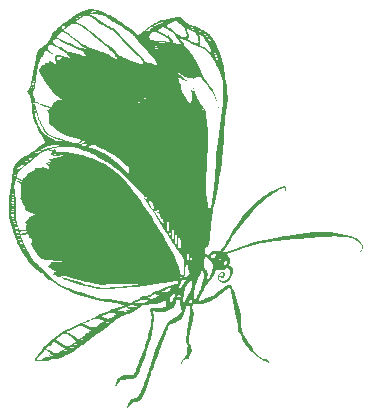
<source format=gbr>
%TF.GenerationSoftware,KiCad,Pcbnew,(6.0.1)*%
%TF.CreationDate,2022-06-27T23:46:06+01:00*%
%TF.ProjectId,Butterfly_Badge_Addon,42757474-6572-4666-9c79-5f4261646765,rev?*%
%TF.SameCoordinates,Original*%
%TF.FileFunction,Soldermask,Top*%
%TF.FilePolarity,Negative*%
%FSLAX46Y46*%
G04 Gerber Fmt 4.6, Leading zero omitted, Abs format (unit mm)*
G04 Created by KiCad (PCBNEW (6.0.1)) date 2022-06-27 23:46:06*
%MOMM*%
%LPD*%
G01*
G04 APERTURE LIST*
G04 APERTURE END LIST*
%TO.C,G\u002A\u002A\u002A*%
G36*
X102884471Y-75580865D02*
G01*
X102880525Y-75588365D01*
X102860565Y-75608596D01*
X102856840Y-75609550D01*
X102855395Y-75595866D01*
X102859341Y-75588365D01*
X102879301Y-75568134D01*
X102883025Y-75567181D01*
X102884471Y-75580865D01*
G37*
G36*
X113779858Y-87102043D02*
G01*
X113769266Y-87112636D01*
X113758673Y-87102043D01*
X113769266Y-87091451D01*
X113779858Y-87102043D01*
G37*
G36*
X113801042Y-87271518D02*
G01*
X113790450Y-87282110D01*
X113779858Y-87271518D01*
X113790450Y-87260926D01*
X113801042Y-87271518D01*
G37*
G36*
X112124208Y-85235800D02*
G01*
X112146771Y-85255493D01*
X112148665Y-85260258D01*
X112138612Y-85268965D01*
X112117680Y-85249455D01*
X112114866Y-85245142D01*
X112112369Y-85230646D01*
X112124208Y-85235800D01*
G37*
G36*
X113779858Y-87144412D02*
G01*
X113769266Y-87155004D01*
X113758673Y-87144412D01*
X113769266Y-87133820D01*
X113779858Y-87144412D01*
G37*
G36*
X116110133Y-76234487D02*
G01*
X116099541Y-76245079D01*
X116088949Y-76234487D01*
X116099541Y-76223895D01*
X116110133Y-76234487D01*
G37*
G36*
X102844432Y-76043867D02*
G01*
X102821843Y-76066147D01*
X102786633Y-76091819D01*
X102750800Y-76111922D01*
X102729888Y-76117973D01*
X102703168Y-76112125D01*
X102700458Y-76107925D01*
X102717267Y-76092315D01*
X102756649Y-76069119D01*
X102802035Y-76046976D01*
X102836856Y-76034519D01*
X102842400Y-76033941D01*
X102844432Y-76043867D01*
G37*
G36*
X112173517Y-71325020D02*
G01*
X112212762Y-71296076D01*
X113392573Y-71296076D01*
X113401289Y-71315806D01*
X113432333Y-71336462D01*
X113491082Y-71363343D01*
X113582908Y-71401745D01*
X113589199Y-71404370D01*
X113686667Y-71449695D01*
X113806772Y-71512524D01*
X113937495Y-71585987D01*
X114066816Y-71663218D01*
X114182713Y-71737349D01*
X114235088Y-71773391D01*
X114341242Y-71848985D01*
X114282985Y-71778684D01*
X114238187Y-71717500D01*
X114226351Y-71681395D01*
X114247127Y-71669272D01*
X114247939Y-71669266D01*
X114294444Y-71686654D01*
X114356585Y-71735325D01*
X114428520Y-71810043D01*
X114490483Y-71886758D01*
X114556135Y-71978324D01*
X114598010Y-72049946D01*
X114621066Y-72112814D01*
X114630260Y-72178120D01*
X114631130Y-72204225D01*
X114636794Y-72259321D01*
X114649385Y-72293789D01*
X114652655Y-72296824D01*
X114677058Y-72304020D01*
X114734404Y-72318059D01*
X114816178Y-72337060D01*
X114913861Y-72359141D01*
X115018938Y-72382421D01*
X115122891Y-72405019D01*
X115217203Y-72425053D01*
X115293358Y-72440642D01*
X115342838Y-72449904D01*
X115351543Y-72451211D01*
X115374752Y-72438086D01*
X115379234Y-72431967D01*
X115370865Y-72409301D01*
X115339293Y-72360372D01*
X115288808Y-72291159D01*
X115223696Y-72207637D01*
X115177850Y-72151274D01*
X115075640Y-72026195D01*
X114995647Y-71924531D01*
X114931983Y-71837996D01*
X114878757Y-71758305D01*
X114830078Y-71677171D01*
X114791903Y-71608343D01*
X114712715Y-71498943D01*
X114592425Y-71386790D01*
X114432142Y-71272750D01*
X114232977Y-71157689D01*
X114177764Y-71129131D01*
X114077750Y-71079690D01*
X113988981Y-71038098D01*
X113919301Y-71007861D01*
X113876553Y-70992485D01*
X113869338Y-70991263D01*
X113853367Y-70984687D01*
X113869649Y-70962306D01*
X113896372Y-70939064D01*
X113920211Y-70916012D01*
X114121658Y-70916012D01*
X114155222Y-70948857D01*
X114228107Y-70977446D01*
X114240617Y-70981144D01*
X114347823Y-71017322D01*
X114444449Y-71062980D01*
X114536730Y-71122994D01*
X114630899Y-71202237D01*
X114733190Y-71305586D01*
X114849837Y-71437915D01*
X114897744Y-71495030D01*
X115004503Y-71595184D01*
X115145952Y-71679283D01*
X115324395Y-71748572D01*
X115415785Y-71774836D01*
X115552777Y-71805511D01*
X115655933Y-71816234D01*
X115728815Y-71806962D01*
X115774985Y-71777653D01*
X115780575Y-71770474D01*
X115809301Y-71695589D01*
X115813500Y-71595376D01*
X115796057Y-71476812D01*
X115759858Y-71346873D01*
X115707788Y-71212535D01*
X115642735Y-71080776D01*
X115642327Y-71080112D01*
X115781300Y-71080112D01*
X115786091Y-71101533D01*
X115805129Y-71154209D01*
X115835522Y-71230649D01*
X115874378Y-71323361D01*
X115882305Y-71341797D01*
X115946049Y-71500756D01*
X115986249Y-71630414D01*
X116003579Y-71736239D01*
X115998712Y-71823698D01*
X115972319Y-71898257D01*
X115954386Y-71927908D01*
X115900742Y-72006483D01*
X116021326Y-72082457D01*
X116149527Y-72157345D01*
X116279933Y-72223059D01*
X116405027Y-72276667D01*
X116517293Y-72315239D01*
X116609214Y-72335844D01*
X116671518Y-72335962D01*
X116718338Y-72327908D01*
X116737953Y-72326269D01*
X116761398Y-72308649D01*
X116790373Y-72265066D01*
X116798770Y-72248535D01*
X116820400Y-72186628D01*
X116827280Y-72117851D01*
X116818140Y-72036910D01*
X116791712Y-71938509D01*
X116746729Y-71817355D01*
X116681922Y-71668154D01*
X116657661Y-71615936D01*
X116888300Y-71615936D01*
X116892021Y-71649724D01*
X116900351Y-71674562D01*
X116908126Y-71717305D01*
X116914341Y-71793257D01*
X116918867Y-71893282D01*
X116921576Y-72008246D01*
X116922339Y-72129012D01*
X116921027Y-72246445D01*
X116917512Y-72351411D01*
X116911666Y-72434772D01*
X116911124Y-72439952D01*
X116910198Y-72468895D01*
X116919456Y-72491213D01*
X116945946Y-72512186D01*
X116996716Y-72537092D01*
X117078816Y-72571212D01*
X117095204Y-72577827D01*
X117229227Y-72634711D01*
X117339420Y-72689629D01*
X117436671Y-72749877D01*
X117531865Y-72822750D01*
X117635891Y-72915545D01*
X117720141Y-72996602D01*
X117798665Y-73073339D01*
X117865668Y-73138325D01*
X117915738Y-73186350D01*
X117943464Y-73212204D01*
X117947208Y-73215216D01*
X117946456Y-73199619D01*
X117943583Y-73189241D01*
X117909548Y-73081578D01*
X118088304Y-73081578D01*
X118111589Y-73086741D01*
X118133236Y-73086802D01*
X118194916Y-73079811D01*
X118239157Y-73067431D01*
X118260145Y-73055390D01*
X118245915Y-73049682D01*
X118207381Y-73048060D01*
X118147676Y-73052913D01*
X118103372Y-73066273D01*
X118101459Y-73067431D01*
X118088304Y-73081578D01*
X117909548Y-73081578D01*
X117885446Y-73005337D01*
X117867456Y-72951169D01*
X118028374Y-72951169D01*
X118061843Y-72958224D01*
X118110395Y-72957485D01*
X118182704Y-72946938D01*
X118220838Y-72927596D01*
X118224431Y-72921279D01*
X118222594Y-72903918D01*
X118195458Y-72899825D01*
X118141350Y-72906475D01*
X118070224Y-72921839D01*
X118031867Y-72937889D01*
X118028374Y-72951169D01*
X117867456Y-72951169D01*
X117835412Y-72854688D01*
X117817470Y-72805192D01*
X118007343Y-72805192D01*
X118034062Y-72811653D01*
X118073728Y-72812895D01*
X118131884Y-72808458D01*
X118170102Y-72796964D01*
X118175604Y-72792035D01*
X118168098Y-72778142D01*
X118133290Y-72771857D01*
X118085556Y-72773180D01*
X118039274Y-72782112D01*
X118016722Y-72792035D01*
X118007343Y-72805192D01*
X117817470Y-72805192D01*
X117790126Y-72729760D01*
X117759634Y-72655604D01*
X117901469Y-72655604D01*
X117901697Y-72667338D01*
X117932011Y-72682128D01*
X117986229Y-72685714D01*
X118047671Y-72679066D01*
X118099659Y-72663156D01*
X118113298Y-72655011D01*
X118135885Y-72635276D01*
X118129608Y-72626251D01*
X118088560Y-72623673D01*
X118069683Y-72623524D01*
X117989012Y-72627499D01*
X117930333Y-72638872D01*
X117901469Y-72655604D01*
X117759634Y-72655604D01*
X117746235Y-72623017D01*
X117700385Y-72526927D01*
X117683926Y-72497018D01*
X117870013Y-72497018D01*
X117878847Y-72516353D01*
X117907642Y-72529914D01*
X117961883Y-72534496D01*
X117981411Y-72533650D01*
X118042461Y-72523766D01*
X118071481Y-72502672D01*
X118076872Y-72487442D01*
X118077298Y-72464314D01*
X118060304Y-72455368D01*
X118016171Y-72458103D01*
X117981726Y-72462943D01*
X117913174Y-72474095D01*
X117878616Y-72484063D01*
X117870013Y-72497018D01*
X117683926Y-72497018D01*
X117649221Y-72433952D01*
X117604801Y-72361645D01*
X117773310Y-72361645D01*
X117810165Y-72365772D01*
X117877917Y-72364251D01*
X117945874Y-72357186D01*
X117994250Y-72345518D01*
X118010363Y-72334739D01*
X117999310Y-72322599D01*
X117952357Y-72321934D01*
X117898848Y-72327883D01*
X117818560Y-72341122D01*
X117776411Y-72352902D01*
X117773310Y-72361645D01*
X117604801Y-72361645D01*
X117589390Y-72336559D01*
X117517537Y-72227213D01*
X117512735Y-72220058D01*
X117720141Y-72220058D01*
X117738584Y-72233199D01*
X117784007Y-72239663D01*
X117841549Y-72239449D01*
X117896351Y-72232557D01*
X117931985Y-72220058D01*
X117937603Y-72208004D01*
X117906413Y-72201264D01*
X117841951Y-72199199D01*
X117776226Y-72202366D01*
X117732087Y-72210926D01*
X117720141Y-72220058D01*
X117512735Y-72220058D01*
X117511034Y-72217523D01*
X117385871Y-72039992D01*
X117561259Y-72039992D01*
X117613637Y-72077064D01*
X117659417Y-72096707D01*
X117723276Y-72109797D01*
X117790473Y-72115155D01*
X117846268Y-72111605D01*
X117875895Y-72098015D01*
X117873255Y-72069882D01*
X117860944Y-72047821D01*
X117839040Y-72029414D01*
X117801628Y-72021762D01*
X117737977Y-72023480D01*
X117698645Y-72026870D01*
X117561259Y-72039992D01*
X117385871Y-72039992D01*
X117372676Y-72021276D01*
X117285041Y-71911318D01*
X117532641Y-71911318D01*
X117537124Y-71916786D01*
X117578313Y-71919855D01*
X117619516Y-71920972D01*
X117686609Y-71918992D01*
X117730357Y-71911067D01*
X117741326Y-71902294D01*
X117722648Y-71887705D01*
X117673491Y-71884563D01*
X117604167Y-71892867D01*
X117561259Y-71902294D01*
X117532641Y-71911318D01*
X117285041Y-71911318D01*
X117248146Y-71865025D01*
X117158967Y-71771369D01*
X117423235Y-71771369D01*
X117442395Y-71784875D01*
X117489851Y-71794419D01*
X117531248Y-71796372D01*
X117598534Y-71792876D01*
X117628448Y-71781586D01*
X117630108Y-71769892D01*
X117604395Y-71747725D01*
X117585974Y-71745177D01*
X117539089Y-71747636D01*
X117487114Y-71750473D01*
X117436698Y-71758401D01*
X117423235Y-71771369D01*
X117158967Y-71771369D01*
X117137408Y-71748728D01*
X117040427Y-71672344D01*
X117027537Y-71664598D01*
X116951910Y-71623698D01*
X116906880Y-71607369D01*
X116888300Y-71615936D01*
X116657661Y-71615936D01*
X116652799Y-71605472D01*
X117235621Y-71605472D01*
X117254738Y-71618913D01*
X117311808Y-71626342D01*
X117338824Y-71626897D01*
X117399249Y-71623311D01*
X117437600Y-71614143D01*
X117444745Y-71606963D01*
X117426525Y-71576738D01*
X117371993Y-71568068D01*
X117316862Y-71574068D01*
X117255860Y-71589397D01*
X117235621Y-71605472D01*
X116652799Y-71605472D01*
X116636184Y-71569709D01*
X116609855Y-71517792D01*
X117074543Y-71517792D01*
X117109937Y-71513912D01*
X117137573Y-71509540D01*
X117200026Y-71496273D01*
X117247517Y-71480648D01*
X117254086Y-71477317D01*
X117265947Y-71464279D01*
X117239691Y-71459095D01*
X117222310Y-71458818D01*
X117155814Y-71470068D01*
X117105796Y-71491042D01*
X117074628Y-71511022D01*
X117074543Y-71517792D01*
X116609855Y-71517792D01*
X116599280Y-71496939D01*
X116568145Y-71453486D01*
X116533381Y-71429108D01*
X116495226Y-71416071D01*
X116443003Y-71395020D01*
X116368571Y-71356251D01*
X116355945Y-71348788D01*
X116896389Y-71348788D01*
X116909817Y-71367262D01*
X116958920Y-71369713D01*
X116973394Y-71368668D01*
X117024072Y-71359468D01*
X117050319Y-71344878D01*
X117051385Y-71340909D01*
X117032515Y-71319402D01*
X116991880Y-71299308D01*
X116944227Y-71289571D01*
X116917009Y-71305782D01*
X116914214Y-71309901D01*
X116896389Y-71348788D01*
X116355945Y-71348788D01*
X116284345Y-71306467D01*
X116242847Y-71279810D01*
X116165091Y-71232647D01*
X116121620Y-71209584D01*
X116629392Y-71209584D01*
X116634475Y-71218894D01*
X116670658Y-71222477D01*
X116724478Y-71222971D01*
X116789455Y-71222242D01*
X116817564Y-71218419D01*
X116814302Y-71208874D01*
X116788031Y-71192619D01*
X116732092Y-71166476D01*
X116690668Y-71167176D01*
X116649086Y-71191945D01*
X116629392Y-71209584D01*
X116121620Y-71209584D01*
X116076971Y-71185896D01*
X116001692Y-71150205D01*
X116250005Y-71150205D01*
X116257783Y-71165186D01*
X116269946Y-71174735D01*
X116316490Y-71198483D01*
X116365816Y-71196894D01*
X116429820Y-71168466D01*
X116459674Y-71150803D01*
X116509496Y-71119292D01*
X116525958Y-71103896D01*
X116511889Y-71098697D01*
X116484943Y-71097951D01*
X116427236Y-71102816D01*
X116353840Y-71115804D01*
X116328239Y-71121774D01*
X116271452Y-71137586D01*
X116250005Y-71150205D01*
X116001692Y-71150205D01*
X115987042Y-71143259D01*
X115903859Y-71108437D01*
X115835977Y-71085132D01*
X115791952Y-71077047D01*
X115781300Y-71080112D01*
X115642327Y-71080112D01*
X115635329Y-71068733D01*
X116088949Y-71068733D01*
X116107183Y-71074982D01*
X116153057Y-71072106D01*
X116213324Y-71062096D01*
X116274739Y-71046941D01*
X116307363Y-71035920D01*
X116347296Y-71009894D01*
X116348781Y-70984951D01*
X116313107Y-70970864D01*
X116298698Y-70970184D01*
X116259098Y-70978514D01*
X116204382Y-70999136D01*
X116148493Y-71025499D01*
X116105377Y-71051049D01*
X116088949Y-71068733D01*
X115635329Y-71068733D01*
X115589948Y-70994939D01*
X115866513Y-70994939D01*
X115940782Y-70984733D01*
X116013945Y-70968631D01*
X116087495Y-70943932D01*
X116089073Y-70943270D01*
X116135833Y-70922522D01*
X116146665Y-70911064D01*
X116124696Y-70901765D01*
X116109141Y-70897514D01*
X116056711Y-70896528D01*
X115990727Y-70922215D01*
X115960850Y-70938976D01*
X115866513Y-70994939D01*
X115589948Y-70994939D01*
X115567584Y-70958572D01*
X115485221Y-70852900D01*
X115398532Y-70770735D01*
X115354607Y-70740731D01*
X115283185Y-70693845D01*
X115203018Y-70634311D01*
X115156526Y-70596314D01*
X115053541Y-70525589D01*
X114945379Y-70490565D01*
X114820657Y-70488131D01*
X114779113Y-70493173D01*
X114716144Y-70510388D01*
X114629763Y-70544584D01*
X114529530Y-70590773D01*
X114425008Y-70643967D01*
X114325760Y-70699175D01*
X114241346Y-70751411D01*
X114181330Y-70795684D01*
X114161897Y-70815195D01*
X114124767Y-70873320D01*
X114121658Y-70916012D01*
X113920211Y-70916012D01*
X113932741Y-70903895D01*
X113932302Y-70888511D01*
X113895690Y-70892873D01*
X113823544Y-70916948D01*
X113747470Y-70947509D01*
X113619006Y-71015702D01*
X113516377Y-71105018D01*
X113428174Y-71225605D01*
X113420633Y-71238205D01*
X113400813Y-71271975D01*
X113392573Y-71296076D01*
X112212762Y-71296076D01*
X112269412Y-71254296D01*
X112371778Y-71254296D01*
X112388583Y-71266820D01*
X112394184Y-71269102D01*
X112438408Y-71278603D01*
X112505723Y-71285037D01*
X112545126Y-71286459D01*
X112613955Y-71284340D01*
X112653613Y-71272837D01*
X112676973Y-71247784D01*
X112679715Y-71242886D01*
X112692905Y-71203806D01*
X112676081Y-71180246D01*
X112675164Y-71179657D01*
X112614694Y-71162307D01*
X112536159Y-71167076D01*
X112456415Y-71192094D01*
X112428461Y-71207038D01*
X112383649Y-71236942D01*
X112371778Y-71254296D01*
X112269412Y-71254296D01*
X112273515Y-71251270D01*
X112353442Y-71189054D01*
X112499765Y-71074783D01*
X112625328Y-71074783D01*
X112626700Y-71078350D01*
X112656767Y-71092430D01*
X112714464Y-71097163D01*
X112786276Y-71093319D01*
X112858688Y-71081667D01*
X112918187Y-71062976D01*
X112921174Y-71061589D01*
X112968871Y-71034862D01*
X112994589Y-71012697D01*
X112996038Y-71008629D01*
X112976984Y-70998764D01*
X112928286Y-70992516D01*
X112890545Y-70991368D01*
X112820522Y-70997011D01*
X112748493Y-71011635D01*
X112684953Y-71031778D01*
X112640400Y-71053981D01*
X112625328Y-71074783D01*
X112499765Y-71074783D01*
X112597100Y-70998769D01*
X112767072Y-70876364D01*
X112974854Y-70876364D01*
X112992979Y-70888847D01*
X113040266Y-70888927D01*
X113106082Y-70878744D01*
X113179796Y-70860439D01*
X113250774Y-70836151D01*
X113305445Y-70809812D01*
X113409132Y-70747748D01*
X113328330Y-70741092D01*
X113249758Y-70747552D01*
X113151706Y-70780195D01*
X113111191Y-70798236D01*
X113044166Y-70831464D01*
X112995510Y-70859139D01*
X112974988Y-70875664D01*
X112974854Y-70876364D01*
X112767072Y-70876364D01*
X112820866Y-70837624D01*
X113031963Y-70702204D01*
X113087081Y-70671888D01*
X113413204Y-70671888D01*
X113420086Y-70679097D01*
X113420333Y-70679195D01*
X113477630Y-70691638D01*
X113540083Y-70681247D01*
X113619457Y-70645574D01*
X113642362Y-70632961D01*
X113722098Y-70592713D01*
X113805073Y-70558022D01*
X113845326Y-70544577D01*
X113893085Y-70527874D01*
X113911471Y-70514676D01*
X113905917Y-70510338D01*
X113869378Y-70512638D01*
X113807635Y-70526377D01*
X113747034Y-70544445D01*
X113616726Y-70588077D01*
X113522522Y-70620850D01*
X113460089Y-70644551D01*
X113425094Y-70660968D01*
X113413204Y-70671888D01*
X113087081Y-70671888D01*
X113237613Y-70589093D01*
X113445039Y-70494874D01*
X113661465Y-70416132D01*
X113894112Y-70349451D01*
X114150203Y-70291415D01*
X114320058Y-70258971D01*
X114448521Y-70234462D01*
X114582119Y-70206694D01*
X114705473Y-70178994D01*
X114803202Y-70154690D01*
X114807297Y-70153581D01*
X114961356Y-70119534D01*
X115102073Y-70103735D01*
X115220964Y-70106690D01*
X115298433Y-70124292D01*
X115332067Y-70146012D01*
X115389579Y-70192715D01*
X115465092Y-70259225D01*
X115552725Y-70340367D01*
X115645121Y-70429509D01*
X115751749Y-70533279D01*
X115834415Y-70610509D01*
X115898309Y-70665405D01*
X115948621Y-70702172D01*
X115990539Y-70725017D01*
X116024351Y-70736875D01*
X116087870Y-70758726D01*
X116136513Y-70783722D01*
X116146611Y-70791792D01*
X116188328Y-70813206D01*
X116244631Y-70821893D01*
X116306748Y-70830960D01*
X116354335Y-70851038D01*
X116398685Y-70870336D01*
X116466740Y-70888011D01*
X116512635Y-70895846D01*
X116609503Y-70913348D01*
X116678659Y-70939075D01*
X116734725Y-70979475D01*
X116760539Y-71005182D01*
X116809580Y-71040724D01*
X116859161Y-71054921D01*
X116905283Y-71068153D01*
X116964309Y-71101819D01*
X116995097Y-71125074D01*
X117103824Y-71191059D01*
X117198946Y-71222056D01*
X117288902Y-71250066D01*
X117342362Y-71286665D01*
X117350785Y-71297656D01*
X117392161Y-71334964D01*
X117455181Y-71366048D01*
X117472408Y-71371534D01*
X117551892Y-71407554D01*
X117598298Y-71459756D01*
X117642982Y-71511123D01*
X117698644Y-71545225D01*
X117753946Y-71580155D01*
X117775336Y-71617663D01*
X117800500Y-71661764D01*
X117828169Y-71680527D01*
X117861266Y-71699253D01*
X117868432Y-71712325D01*
X117881342Y-71738486D01*
X117913924Y-71782371D01*
X117931985Y-71803728D01*
X117970263Y-71851154D01*
X117992904Y-71886606D01*
X117995538Y-71894968D01*
X118007992Y-71921429D01*
X118039428Y-71966286D01*
X118056928Y-71988302D01*
X118104431Y-72055174D01*
X118144631Y-72126827D01*
X118151177Y-72141419D01*
X118176305Y-72190960D01*
X118198742Y-72218227D01*
X118203730Y-72220058D01*
X118223953Y-72237709D01*
X118247774Y-72280990D01*
X118251085Y-72288907D01*
X118282146Y-72353805D01*
X118322060Y-72422716D01*
X118327800Y-72431523D01*
X118358990Y-72487042D01*
X118375872Y-72533865D01*
X118376855Y-72542818D01*
X118386512Y-72584617D01*
X118410555Y-72642427D01*
X118419224Y-72659396D01*
X118446070Y-72718004D01*
X118460693Y-72766497D01*
X118461593Y-72775833D01*
X118475802Y-72817774D01*
X118504510Y-72856137D01*
X118539313Y-72906402D01*
X118579996Y-72989733D01*
X118623762Y-73097725D01*
X118667814Y-73221972D01*
X118709354Y-73354071D01*
X118745586Y-73485616D01*
X118773712Y-73608201D01*
X118790935Y-73713424D01*
X118791505Y-73718493D01*
X118803342Y-73791646D01*
X118819559Y-73848613D01*
X118833853Y-73873709D01*
X118863669Y-73917984D01*
X118894341Y-73998960D01*
X118924648Y-74111021D01*
X118953367Y-74248552D01*
X118979279Y-74405935D01*
X119001160Y-74577555D01*
X119012882Y-74696833D01*
X119024365Y-74806158D01*
X119041749Y-74942713D01*
X119063036Y-75092099D01*
X119086232Y-75239921D01*
X119096856Y-75302640D01*
X119149735Y-75627064D01*
X119194615Y-75945082D01*
X119230965Y-76251019D01*
X119258252Y-76539206D01*
X119275944Y-76803970D01*
X119283511Y-77039639D01*
X119280420Y-77240540D01*
X119279762Y-77253711D01*
X119272481Y-77374691D01*
X119263557Y-77479479D01*
X119251373Y-77579086D01*
X119234315Y-77684521D01*
X119210766Y-77806795D01*
X119179112Y-77956918D01*
X119171334Y-77992786D01*
X119147924Y-78107631D01*
X119126685Y-78228452D01*
X119107313Y-78358826D01*
X119089504Y-78502325D01*
X119072954Y-78662526D01*
X119057358Y-78843004D01*
X119042413Y-79047332D01*
X119027813Y-79279086D01*
X119013255Y-79541841D01*
X118998434Y-79839172D01*
X118983047Y-80174653D01*
X118980239Y-80238324D01*
X118964953Y-80559924D01*
X118948094Y-80856714D01*
X118928871Y-81136339D01*
X118906495Y-81406443D01*
X118880174Y-81674673D01*
X118849120Y-81948672D01*
X118812542Y-82236087D01*
X118769650Y-82544561D01*
X118719655Y-82881741D01*
X118681405Y-83129983D01*
X118651213Y-83323982D01*
X118617752Y-83539685D01*
X118583169Y-83763213D01*
X118549609Y-83980691D01*
X118519217Y-84178240D01*
X118503880Y-84278258D01*
X118480896Y-84427574D01*
X118459497Y-84565037D01*
X118440665Y-84684473D01*
X118425379Y-84779707D01*
X118414619Y-84844568D01*
X118409717Y-84871419D01*
X118402404Y-84903313D01*
X118386681Y-84971174D01*
X118363781Y-85069714D01*
X118334933Y-85193643D01*
X118301369Y-85337672D01*
X118264319Y-85496511D01*
X118240639Y-85597957D01*
X118177348Y-85871587D01*
X118123430Y-86111702D01*
X118077670Y-86325813D01*
X118038854Y-86521427D01*
X118005767Y-86706056D01*
X117977193Y-86887209D01*
X117951918Y-87072394D01*
X117928726Y-87269123D01*
X117906403Y-87484904D01*
X117883734Y-87727246D01*
X117868770Y-87896455D01*
X117842934Y-88185156D01*
X117818911Y-88435138D01*
X117796147Y-88649986D01*
X117774088Y-88833282D01*
X117752180Y-88988612D01*
X117729871Y-89119560D01*
X117706607Y-89229708D01*
X117681833Y-89322642D01*
X117654997Y-89401944D01*
X117625544Y-89471199D01*
X117625512Y-89471268D01*
X117581972Y-89556967D01*
X117550968Y-89602810D01*
X117531827Y-89609196D01*
X117523873Y-89576526D01*
X117524572Y-89531151D01*
X117530273Y-89432319D01*
X117461940Y-89559425D01*
X117431989Y-89618028D01*
X117411873Y-89668871D01*
X117399213Y-89723498D01*
X117391632Y-89793450D01*
X117386755Y-89890271D01*
X117385279Y-89931695D01*
X117376951Y-90176859D01*
X117500882Y-90224366D01*
X117568939Y-90249525D01*
X117608361Y-90259563D01*
X117629830Y-90255146D01*
X117644028Y-90236939D01*
X117645996Y-90233413D01*
X117671138Y-90199562D01*
X117716934Y-90147382D01*
X117773594Y-90088010D01*
X117775104Y-90086491D01*
X117899809Y-89985113D01*
X118036789Y-89920977D01*
X118189203Y-89893424D01*
X118360212Y-89901795D01*
X118510141Y-89933269D01*
X118587438Y-89948506D01*
X118636958Y-89943674D01*
X118647839Y-89938336D01*
X118690899Y-89899445D01*
X118751767Y-89825959D01*
X118828554Y-89720791D01*
X118919370Y-89586857D01*
X119022324Y-89427072D01*
X119135528Y-89244350D01*
X119257091Y-89041605D01*
X119385123Y-88821754D01*
X119480051Y-88654857D01*
X119769187Y-88164313D01*
X120071328Y-87695279D01*
X120383182Y-87252313D01*
X120701456Y-86839975D01*
X121022857Y-86462825D01*
X121204413Y-86267196D01*
X121316187Y-86155786D01*
X121453985Y-86026520D01*
X121609617Y-85886532D01*
X121774893Y-85742956D01*
X121941621Y-85602925D01*
X122101612Y-85473573D01*
X122225583Y-85377804D01*
X122371312Y-85273501D01*
X122534900Y-85165532D01*
X122711387Y-85056444D01*
X122895816Y-84948783D01*
X123083228Y-84845097D01*
X123268665Y-84747931D01*
X123447167Y-84659832D01*
X123613776Y-84583348D01*
X123763535Y-84521024D01*
X123891483Y-84475407D01*
X123992663Y-84449045D01*
X124044913Y-84443411D01*
X124123055Y-84454412D01*
X124193792Y-84482932D01*
X124242666Y-84522249D01*
X124253143Y-84540226D01*
X124256885Y-84601897D01*
X124232925Y-84680737D01*
X124185505Y-84766080D01*
X124139962Y-84824729D01*
X124055561Y-84920058D01*
X124100492Y-84824729D01*
X124128321Y-84751128D01*
X124145325Y-84678426D01*
X124147503Y-84655254D01*
X124146495Y-84609286D01*
X124132496Y-84586719D01*
X124094173Y-84577558D01*
X124055860Y-84574415D01*
X124002839Y-84576120D01*
X123941504Y-84589686D01*
X123868134Y-84617058D01*
X123779004Y-84660178D01*
X123670391Y-84720989D01*
X123538574Y-84801433D01*
X123379828Y-84903453D01*
X123210563Y-85015520D01*
X122873204Y-85248526D01*
X122561741Y-85478841D01*
X122278904Y-85704188D01*
X122027422Y-85922290D01*
X121810026Y-86130871D01*
X121629443Y-86327652D01*
X121610681Y-86350000D01*
X121553211Y-86418279D01*
X121473933Y-86511203D01*
X121379023Y-86621600D01*
X121274655Y-86742303D01*
X121167002Y-86866139D01*
X121108997Y-86932569D01*
X120875795Y-87200987D01*
X120667587Y-87445057D01*
X120479867Y-87670841D01*
X120308127Y-87884404D01*
X120147862Y-88091807D01*
X119994565Y-88299113D01*
X119843729Y-88512385D01*
X119690848Y-88737687D01*
X119531415Y-88981080D01*
X119360923Y-89248627D01*
X119219414Y-89474687D01*
X119125640Y-89625332D01*
X119052021Y-89743976D01*
X118996498Y-89834699D01*
X118957012Y-89901581D01*
X118931506Y-89948698D01*
X118917920Y-89980131D01*
X118914197Y-89999959D01*
X118918276Y-90012259D01*
X118928101Y-90021111D01*
X118939607Y-90029099D01*
X118989273Y-90050075D01*
X119040804Y-90057256D01*
X119076386Y-90049549D01*
X119145463Y-90027796D01*
X119242338Y-89994045D01*
X119361311Y-89950347D01*
X119496687Y-89898752D01*
X119642768Y-89841310D01*
X119658858Y-89834878D01*
X120135592Y-89650670D01*
X120597196Y-89486612D01*
X121052572Y-89340221D01*
X121510620Y-89209016D01*
X121980242Y-89090514D01*
X122470339Y-88982234D01*
X122989811Y-88881692D01*
X123228065Y-88839596D01*
X123406126Y-88808382D01*
X123596761Y-88773965D01*
X123787945Y-88738586D01*
X123967650Y-88704483D01*
X124123851Y-88673897D01*
X124191951Y-88660093D01*
X124786569Y-88547769D01*
X125369281Y-88457881D01*
X125937795Y-88390404D01*
X126489817Y-88345311D01*
X127023053Y-88322577D01*
X127535209Y-88322174D01*
X128023991Y-88344078D01*
X128487106Y-88388261D01*
X128922259Y-88454698D01*
X129327157Y-88543362D01*
X129699506Y-88654228D01*
X129890533Y-88725034D01*
X130121078Y-88830585D01*
X130315349Y-88949732D01*
X130478339Y-89086479D01*
X130615044Y-89244831D01*
X130699564Y-89373725D01*
X130749589Y-89495134D01*
X130760879Y-89617754D01*
X130733471Y-89734480D01*
X130697182Y-89800600D01*
X130641135Y-89870024D01*
X130575190Y-89936410D01*
X130553840Y-89954502D01*
X130472407Y-90018998D01*
X130562788Y-89888022D01*
X130609583Y-89817520D01*
X130636621Y-89764207D01*
X130649294Y-89711174D01*
X130652994Y-89641515D01*
X130653169Y-89604591D01*
X130651358Y-89521075D01*
X130642659Y-89463148D01*
X130622171Y-89414077D01*
X130584991Y-89357131D01*
X130577687Y-89346898D01*
X130448420Y-89201190D01*
X130279312Y-89068714D01*
X130070877Y-88949796D01*
X129823631Y-88844763D01*
X129739918Y-88815321D01*
X129509216Y-88737710D01*
X128928648Y-88715491D01*
X128690615Y-88708315D01*
X128454227Y-88705361D01*
X128213747Y-88706848D01*
X127963441Y-88712996D01*
X127697571Y-88724024D01*
X127410403Y-88740153D01*
X127096201Y-88761601D01*
X126749230Y-88788589D01*
X126522226Y-88807592D01*
X126336909Y-88823404D01*
X126118548Y-88841953D01*
X125876326Y-88862463D01*
X125619423Y-88884161D01*
X125357019Y-88906270D01*
X125098295Y-88928016D01*
X124852430Y-88948624D01*
X124763928Y-88956025D01*
X124428599Y-88984218D01*
X124131635Y-89009653D01*
X123869156Y-89032808D01*
X123637283Y-89054161D01*
X123432135Y-89074192D01*
X123249832Y-89093379D01*
X123086495Y-89112202D01*
X122938244Y-89131140D01*
X122801198Y-89150671D01*
X122671479Y-89171273D01*
X122545207Y-89193427D01*
X122418500Y-89217611D01*
X122287481Y-89244304D01*
X122148268Y-89273985D01*
X122096299Y-89285297D01*
X121777908Y-89357667D01*
X121475428Y-89432590D01*
X121180095Y-89512676D01*
X120883146Y-89600534D01*
X120575820Y-89698774D01*
X120249352Y-89810006D01*
X119894980Y-89936840D01*
X119835683Y-89958543D01*
X119701205Y-90007386D01*
X119574149Y-90052586D01*
X119461993Y-90091557D01*
X119372217Y-90121711D01*
X119312297Y-90140461D01*
X119300779Y-90143598D01*
X119243731Y-90159207D01*
X119208519Y-90171240D01*
X119203044Y-90174784D01*
X119214088Y-90193928D01*
X119244057Y-90240882D01*
X119288207Y-90308312D01*
X119335056Y-90378816D01*
X119467068Y-90576272D01*
X119474665Y-90756377D01*
X119476201Y-90863113D01*
X119468955Y-90944448D01*
X119450957Y-91016797D01*
X119439539Y-91048923D01*
X119416403Y-91113022D01*
X119408867Y-91148327D01*
X119416325Y-91165193D01*
X119432331Y-91172261D01*
X119539181Y-91225968D01*
X119630504Y-91312385D01*
X119698635Y-91422589D01*
X119730839Y-91519747D01*
X119743148Y-91667186D01*
X119723548Y-91828504D01*
X119675671Y-91994519D01*
X119603150Y-92156052D01*
X119509620Y-92303920D01*
X119398712Y-92428941D01*
X119356622Y-92465472D01*
X119211700Y-92562657D01*
X119071084Y-92617718D01*
X118934564Y-92630661D01*
X118801932Y-92601488D01*
X118672977Y-92530204D01*
X118611415Y-92480216D01*
X118529105Y-92399166D01*
X118477320Y-92326954D01*
X118449885Y-92251251D01*
X118440623Y-92159727D01*
X118440408Y-92138860D01*
X118458444Y-91997815D01*
X118511704Y-91879971D01*
X118598912Y-91787042D01*
X118718796Y-91720743D01*
X118762246Y-91705910D01*
X118866986Y-91690556D01*
X118954156Y-91710803D01*
X119019704Y-91765284D01*
X119040585Y-91799614D01*
X119062577Y-91849911D01*
X119068534Y-91889988D01*
X119058893Y-91938766D01*
X119044829Y-91983019D01*
X118997702Y-92090677D01*
X118939343Y-92159653D01*
X118866785Y-92192820D01*
X118823939Y-92196872D01*
X118745047Y-92180336D01*
X118693439Y-92133508D01*
X118673529Y-92060564D01*
X118673436Y-92054461D01*
X118682640Y-92013761D01*
X118707846Y-92011553D01*
X118736989Y-92037990D01*
X118778938Y-92066771D01*
X118827480Y-92056484D01*
X118875650Y-92017769D01*
X118919397Y-91953675D01*
X118920974Y-91891504D01*
X118885279Y-91836739D01*
X118824057Y-91801338D01*
X118753929Y-91800730D01*
X118682639Y-91830751D01*
X118617933Y-91887234D01*
X118567554Y-91966014D01*
X118548632Y-92017800D01*
X118529825Y-92100851D01*
X118529526Y-92165179D01*
X118549357Y-92230923D01*
X118569332Y-92274773D01*
X118632119Y-92371630D01*
X118711270Y-92431047D01*
X118812554Y-92456604D01*
X118864565Y-92458070D01*
X119010608Y-92434283D01*
X119146352Y-92372756D01*
X119265028Y-92277973D01*
X119359871Y-92154414D01*
X119380815Y-92116106D01*
X119419850Y-92029071D01*
X119444289Y-91945982D01*
X119456950Y-91852424D01*
X119460649Y-91733978D01*
X119460575Y-91707945D01*
X119453392Y-91581786D01*
X119431654Y-91491766D01*
X119392210Y-91433217D01*
X119331905Y-91401474D01*
X119247590Y-91391869D01*
X119247078Y-91391868D01*
X119169091Y-91399288D01*
X119101801Y-91426801D01*
X119054839Y-91457794D01*
X118945278Y-91525654D01*
X118837466Y-91565545D01*
X118722596Y-91578313D01*
X118591861Y-91564804D01*
X118436456Y-91525863D01*
X118414825Y-91519239D01*
X118347177Y-91498985D01*
X118298332Y-91485876D01*
X118279359Y-91482758D01*
X118274479Y-91504247D01*
X118265196Y-91557050D01*
X118253354Y-91630577D01*
X118251048Y-91645484D01*
X118217472Y-91794785D01*
X118161534Y-91941874D01*
X118080379Y-92091292D01*
X117971150Y-92247575D01*
X117830992Y-92415263D01*
X117657049Y-92598894D01*
X117640975Y-92615023D01*
X117552029Y-92704828D01*
X117487651Y-92773260D01*
X117441960Y-92828406D01*
X117409071Y-92878352D01*
X117383103Y-92931183D01*
X117358173Y-92994987D01*
X117351817Y-93012481D01*
X117262218Y-93230713D01*
X117145539Y-93466538D01*
X117006838Y-93709943D01*
X116966118Y-93775903D01*
X116913229Y-93862777D01*
X116869975Y-93938811D01*
X116840864Y-93995734D01*
X116830400Y-94025060D01*
X116846432Y-94059058D01*
X116884406Y-94099692D01*
X116929143Y-94133180D01*
X116963423Y-94145830D01*
X116990415Y-94137448D01*
X117046914Y-94114759D01*
X117124065Y-94081444D01*
X117194668Y-94049635D01*
X117305894Y-94001161D01*
X117438000Y-93947373D01*
X117571566Y-93896029D01*
X117652367Y-93866801D01*
X117810285Y-93809463D01*
X117935491Y-93758475D01*
X118036318Y-93709699D01*
X118121105Y-93658997D01*
X118198186Y-93602228D01*
X118217973Y-93585982D01*
X118301764Y-93517661D01*
X118403987Y-93437146D01*
X118519418Y-93348274D01*
X118642839Y-93254884D01*
X118769028Y-93160813D01*
X118892765Y-93069898D01*
X119008827Y-92985977D01*
X119111996Y-92912888D01*
X119197050Y-92854467D01*
X119258767Y-92814554D01*
X119290900Y-92797318D01*
X119384874Y-92782883D01*
X119484437Y-92805322D01*
X119539024Y-92830813D01*
X119575312Y-92866746D01*
X119621593Y-92938630D01*
X119675891Y-93041771D01*
X119736231Y-93171477D01*
X119800636Y-93323056D01*
X119867130Y-93491814D01*
X119933738Y-93673059D01*
X119998482Y-93862099D01*
X120059388Y-94054240D01*
X120072323Y-94097293D01*
X120111599Y-94227798D01*
X120154581Y-94367990D01*
X120196105Y-94501158D01*
X120231003Y-94610596D01*
X120231421Y-94611885D01*
X120275236Y-94751519D01*
X120311331Y-94879398D01*
X120340741Y-95002507D01*
X120364499Y-95127834D01*
X120383638Y-95262367D01*
X120399191Y-95413091D01*
X120412193Y-95586995D01*
X120423675Y-95791064D01*
X120431872Y-95967191D01*
X120441729Y-96173338D01*
X120451908Y-96342023D01*
X120463063Y-96478149D01*
X120475848Y-96586621D01*
X120490920Y-96672343D01*
X120508931Y-96740219D01*
X120530538Y-96795153D01*
X120546476Y-96825646D01*
X120574875Y-96873277D01*
X120622722Y-96951580D01*
X120686804Y-97055429D01*
X120763910Y-97179696D01*
X120850828Y-97319255D01*
X120944347Y-97468978D01*
X121041253Y-97623737D01*
X121138336Y-97778406D01*
X121232383Y-97927858D01*
X121320182Y-98066964D01*
X121398522Y-98190599D01*
X121464191Y-98293634D01*
X121513977Y-98370943D01*
X121527144Y-98391109D01*
X121603670Y-98503459D01*
X121673921Y-98594651D01*
X121746133Y-98672417D01*
X121828541Y-98744487D01*
X121929379Y-98818594D01*
X122056884Y-98902468D01*
X122102519Y-98931290D01*
X122204873Y-98995151D01*
X122278616Y-99039288D01*
X122330922Y-99066664D01*
X122368964Y-99080241D01*
X122399914Y-99082982D01*
X122430945Y-99077851D01*
X122447200Y-99073668D01*
X122543624Y-99066311D01*
X122636528Y-99090934D01*
X122716829Y-99141381D01*
X122775442Y-99211498D01*
X122803283Y-99295129D01*
X122804378Y-99315670D01*
X122794550Y-99365663D01*
X122763475Y-99383244D01*
X122708764Y-99368644D01*
X122642131Y-99331255D01*
X122565897Y-99288162D01*
X122486323Y-99251565D01*
X122450133Y-99238522D01*
X122384736Y-99211722D01*
X122304506Y-99169402D01*
X122238290Y-99128236D01*
X122150332Y-99072120D01*
X122051941Y-99014532D01*
X121988782Y-98980560D01*
X121928504Y-98944366D01*
X121845189Y-98886713D01*
X121747650Y-98814078D01*
X121644704Y-98732938D01*
X121586280Y-98684776D01*
X121328352Y-98456697D01*
X121107353Y-98235106D01*
X120919475Y-98014851D01*
X120760909Y-97790781D01*
X120627845Y-97557744D01*
X120516476Y-97310588D01*
X120462338Y-97164596D01*
X120405857Y-97029367D01*
X120334833Y-96916620D01*
X120301250Y-96874984D01*
X120198707Y-96754847D01*
X120198707Y-96502279D01*
X120196492Y-96370337D01*
X120189081Y-96269826D01*
X120175326Y-96189998D01*
X120159452Y-96135176D01*
X120145327Y-96092065D01*
X120130732Y-96042972D01*
X120114865Y-95984339D01*
X120096921Y-95912607D01*
X120076098Y-95824218D01*
X120051592Y-95715612D01*
X120022599Y-95583230D01*
X119988318Y-95423514D01*
X119947943Y-95232905D01*
X119900673Y-95007843D01*
X119846707Y-94749583D01*
X119794464Y-94498730D01*
X119750321Y-94285518D01*
X119713600Y-94106137D01*
X119683622Y-93956779D01*
X119659708Y-93833635D01*
X119641179Y-93732896D01*
X119627357Y-93650753D01*
X119617563Y-93583398D01*
X119611118Y-93527022D01*
X119607344Y-93477815D01*
X119605562Y-93431970D01*
X119605110Y-93393787D01*
X119595500Y-93264540D01*
X119566102Y-93160960D01*
X119561547Y-93150548D01*
X119508527Y-93052176D01*
X119457636Y-92995957D01*
X119408519Y-92981745D01*
X119360821Y-93009398D01*
X119326988Y-93055439D01*
X119288424Y-93104124D01*
X119219863Y-93173146D01*
X119126092Y-93258653D01*
X119011900Y-93356795D01*
X118882076Y-93463721D01*
X118741409Y-93575581D01*
X118594687Y-93688525D01*
X118446699Y-93798701D01*
X118302234Y-93902259D01*
X118166080Y-93995349D01*
X118122643Y-94023858D01*
X117870021Y-94174470D01*
X117629854Y-94291027D01*
X117404022Y-94372911D01*
X117194402Y-94419504D01*
X117002876Y-94430187D01*
X116913273Y-94421686D01*
X116760045Y-94400065D01*
X116641950Y-94387745D01*
X116552798Y-94384679D01*
X116486397Y-94390817D01*
X116436556Y-94406113D01*
X116414901Y-94417812D01*
X116366603Y-94461898D01*
X116318846Y-94526549D01*
X116299813Y-94560947D01*
X116250681Y-94662440D01*
X116299329Y-94790749D01*
X116331064Y-94874748D01*
X116362014Y-94957148D01*
X116379415Y-95003795D01*
X116393970Y-95055522D01*
X116401282Y-95118529D01*
X116401886Y-95202991D01*
X116396320Y-95319086D01*
X116396164Y-95321560D01*
X116387653Y-95438031D01*
X116376728Y-95545812D01*
X116361982Y-95652474D01*
X116342005Y-95765590D01*
X116315388Y-95892731D01*
X116280724Y-96041472D01*
X116236602Y-96219383D01*
X116208973Y-96327815D01*
X116146599Y-96581084D01*
X116098317Y-96800854D01*
X116063110Y-96993210D01*
X116039960Y-97164235D01*
X116027850Y-97320015D01*
X116025396Y-97425780D01*
X116031101Y-97588332D01*
X116050397Y-97724265D01*
X116086553Y-97848052D01*
X116142838Y-97974166D01*
X116154213Y-97996064D01*
X116216278Y-98126734D01*
X116249642Y-98235713D01*
X116254282Y-98332496D01*
X116230175Y-98426581D01*
X116177296Y-98527465D01*
X116152785Y-98564963D01*
X116103378Y-98644983D01*
X116074752Y-98715542D01*
X116058996Y-98798357D01*
X116055188Y-98832940D01*
X116042687Y-98926833D01*
X116021926Y-98991723D01*
X115985251Y-99034947D01*
X115925009Y-99063838D01*
X115833548Y-99085730D01*
X115781776Y-99094980D01*
X115661755Y-99117766D01*
X115575280Y-99142773D01*
X115513728Y-99176328D01*
X115468475Y-99224755D01*
X115430900Y-99294381D01*
X115397958Y-99376547D01*
X115361298Y-99466212D01*
X115334826Y-99515693D01*
X115319952Y-99526254D01*
X115318086Y-99499161D01*
X115330637Y-99435679D01*
X115357898Y-99340607D01*
X115386033Y-99258638D01*
X115416495Y-99190270D01*
X115455437Y-99126204D01*
X115509008Y-99057140D01*
X115583360Y-98973779D01*
X115641198Y-98912302D01*
X115715723Y-98831710D01*
X115771574Y-98762741D01*
X115811846Y-98696799D01*
X115839636Y-98625290D01*
X115858039Y-98539617D01*
X115870151Y-98431186D01*
X115879068Y-98291402D01*
X115881419Y-98245351D01*
X115899341Y-97884862D01*
X115842938Y-97772873D01*
X115786536Y-97660884D01*
X115798321Y-97253857D01*
X115801976Y-97142007D01*
X115806532Y-97041154D01*
X115812729Y-96945814D01*
X115821308Y-96850503D01*
X115833009Y-96749735D01*
X115848572Y-96638027D01*
X115868737Y-96509894D01*
X115894244Y-96359852D01*
X115925833Y-96182417D01*
X115964245Y-95972104D01*
X115990481Y-95829983D01*
X116035865Y-95572308D01*
X116069517Y-95352488D01*
X116091742Y-95167755D01*
X116102848Y-95015343D01*
X116103142Y-94892484D01*
X116099708Y-94844913D01*
X116088144Y-94742679D01*
X116075896Y-94674119D01*
X116059518Y-94630628D01*
X116035560Y-94603600D01*
X116000575Y-94584431D01*
X115994248Y-94581737D01*
X115949047Y-94555778D01*
X115920764Y-94516036D01*
X115899546Y-94450089D01*
X115873389Y-94347081D01*
X115835183Y-94421226D01*
X115817490Y-94470007D01*
X115796511Y-94550194D01*
X115774709Y-94651219D01*
X115754546Y-94762511D01*
X115752002Y-94778262D01*
X115701226Y-95024616D01*
X115630760Y-95237624D01*
X115537020Y-95423126D01*
X115416419Y-95586964D01*
X115265372Y-95734981D01*
X115080293Y-95873018D01*
X115079889Y-95873286D01*
X114951833Y-95948895D01*
X114812790Y-96015115D01*
X114673756Y-96067798D01*
X114545726Y-96102795D01*
X114439695Y-96115957D01*
X114436688Y-96115972D01*
X114405370Y-96120759D01*
X114377188Y-96138893D01*
X114348374Y-96176032D01*
X114315160Y-96237831D01*
X114273776Y-96329950D01*
X114239147Y-96412552D01*
X114203109Y-96502736D01*
X114154980Y-96627631D01*
X114096694Y-96781967D01*
X114030189Y-96960477D01*
X113957401Y-97157891D01*
X113880266Y-97368943D01*
X113800720Y-97588362D01*
X113720700Y-97810882D01*
X113642142Y-98031232D01*
X113589032Y-98181443D01*
X113444677Y-98588787D01*
X113303769Y-98981541D01*
X113168584Y-99353449D01*
X113041395Y-99698259D01*
X112924479Y-100009718D01*
X112910826Y-100045663D01*
X112829083Y-100262516D01*
X112760268Y-100449988D01*
X112701078Y-100617835D01*
X112648208Y-100775812D01*
X112598354Y-100933674D01*
X112548213Y-101101176D01*
X112518200Y-101204833D01*
X112437721Y-101474462D01*
X112361214Y-101706354D01*
X112286684Y-101904718D01*
X112212140Y-102073764D01*
X112135587Y-102217701D01*
X112055034Y-102340740D01*
X111968488Y-102447088D01*
X111894571Y-102522069D01*
X111750024Y-102632610D01*
X111592693Y-102703903D01*
X111416869Y-102738473D01*
X111402775Y-102739656D01*
X111248332Y-102751511D01*
X110999416Y-103005942D01*
X110917803Y-103087669D01*
X110847426Y-103154909D01*
X110793026Y-103203398D01*
X110759343Y-103228870D01*
X110750500Y-103229861D01*
X110756761Y-103198308D01*
X110773742Y-103136021D01*
X110798739Y-103052452D01*
X110824657Y-102970556D01*
X110876971Y-102821267D01*
X110928934Y-102695658D01*
X110978188Y-102598562D01*
X111022374Y-102534811D01*
X111047850Y-102513225D01*
X111082144Y-102500591D01*
X111147334Y-102481152D01*
X111233087Y-102457870D01*
X111302338Y-102440249D01*
X111401903Y-102412802D01*
X111493359Y-102382600D01*
X111564115Y-102354048D01*
X111592920Y-102338545D01*
X111653185Y-102284312D01*
X111722339Y-102199572D01*
X111794315Y-102093458D01*
X111863044Y-101975104D01*
X111922456Y-101853641D01*
X111935505Y-101822978D01*
X111976308Y-101724376D01*
X112025126Y-101607330D01*
X112073383Y-101492382D01*
X112088337Y-101456956D01*
X112125479Y-101366310D01*
X112173981Y-101243716D01*
X112230843Y-101097089D01*
X112293070Y-100934343D01*
X112357662Y-100763393D01*
X112421622Y-100592154D01*
X112481954Y-100428539D01*
X112535658Y-100280465D01*
X112562686Y-100204546D01*
X112589538Y-100125163D01*
X112625514Y-100014018D01*
X112667820Y-99880003D01*
X112713663Y-99732014D01*
X112760248Y-99578944D01*
X112782295Y-99505463D01*
X112898536Y-99132340D01*
X113028203Y-98745273D01*
X113168348Y-98351821D01*
X113316022Y-97959543D01*
X113468275Y-97575998D01*
X113622159Y-97208745D01*
X113774724Y-96865343D01*
X113923023Y-96553351D01*
X113972381Y-96454921D01*
X114057996Y-96288556D01*
X114129478Y-96155374D01*
X114190830Y-96050264D01*
X114246056Y-95968117D01*
X114299159Y-95903824D01*
X114354141Y-95852277D01*
X114415006Y-95808364D01*
X114485757Y-95766978D01*
X114529461Y-95743893D01*
X114748890Y-95625316D01*
X114930879Y-95515035D01*
X115078908Y-95410357D01*
X115196455Y-95308591D01*
X115287001Y-95207047D01*
X115351200Y-95108292D01*
X115407862Y-95003795D01*
X115366921Y-94887621D01*
X115300149Y-94642183D01*
X115266383Y-94384666D01*
X115263490Y-94294198D01*
X115519815Y-94294198D01*
X115520343Y-94406334D01*
X115523585Y-94480534D01*
X115529486Y-94515093D01*
X115533874Y-94516556D01*
X115549093Y-94488421D01*
X115573574Y-94429785D01*
X115603398Y-94350408D01*
X115623175Y-94294120D01*
X115655835Y-94200858D01*
X116051116Y-94200858D01*
X116055540Y-94245269D01*
X116074500Y-94298696D01*
X116077728Y-94306475D01*
X116098673Y-94348140D01*
X116121865Y-94365060D01*
X116155080Y-94356055D01*
X116206093Y-94319949D01*
X116254455Y-94279708D01*
X116324632Y-94219975D01*
X116291527Y-94141214D01*
X116270520Y-94068524D01*
X116259109Y-93984852D01*
X116258423Y-93963121D01*
X116258423Y-93863789D01*
X116152502Y-94014616D01*
X116096853Y-94096242D01*
X116063972Y-94154753D01*
X116051116Y-94200858D01*
X115655835Y-94200858D01*
X115663260Y-94179654D01*
X115696853Y-94093049D01*
X115730099Y-94021726D01*
X115769145Y-93953107D01*
X115820139Y-93874612D01*
X115848660Y-93832658D01*
X115884079Y-93774266D01*
X116434798Y-93774266D01*
X116456452Y-93927172D01*
X116501260Y-94058662D01*
X116550134Y-94145830D01*
X116568243Y-94171041D01*
X116580321Y-94176201D01*
X116589604Y-94155467D01*
X116599326Y-94102994D01*
X116608762Y-94039908D01*
X116623329Y-93962124D01*
X116645677Y-93884745D01*
X116679567Y-93797728D01*
X116728760Y-93691027D01*
X116772159Y-93603515D01*
X116831874Y-93482905D01*
X116893424Y-93354653D01*
X116949896Y-93233390D01*
X116994377Y-93133750D01*
X116997611Y-93126215D01*
X117048455Y-92993872D01*
X117097237Y-92842222D01*
X117142531Y-92678427D01*
X117182909Y-92509647D01*
X117216946Y-92343044D01*
X117243214Y-92185779D01*
X117260287Y-92045012D01*
X117266738Y-91927906D01*
X117261140Y-91841620D01*
X117257125Y-91823616D01*
X117221381Y-91733102D01*
X117173890Y-91665700D01*
X117120927Y-91629183D01*
X117096604Y-91624896D01*
X117061986Y-91631820D01*
X117055620Y-91660966D01*
X117058384Y-91678599D01*
X117054106Y-91736712D01*
X117036993Y-91768632D01*
X117005806Y-91813387D01*
X116961972Y-91888201D01*
X116909960Y-91984376D01*
X116854236Y-92093213D01*
X116799268Y-92206012D01*
X116749524Y-92314077D01*
X116713708Y-92398124D01*
X116656263Y-92556780D01*
X116599122Y-92744501D01*
X116545701Y-92948098D01*
X116499413Y-93154380D01*
X116463672Y-93350158D01*
X116458521Y-93383950D01*
X116435691Y-93594880D01*
X116434798Y-93774266D01*
X115884079Y-93774266D01*
X115964321Y-93641978D01*
X116068201Y-93428420D01*
X116156964Y-93201958D01*
X116227271Y-92972568D01*
X116275783Y-92750223D01*
X116299161Y-92544897D01*
X116300792Y-92481818D01*
X116298611Y-92391987D01*
X116289717Y-92340520D01*
X116270580Y-92323534D01*
X116237673Y-92337145D01*
X116197841Y-92368496D01*
X116127955Y-92433709D01*
X116046189Y-92518327D01*
X115960351Y-92613338D01*
X115878249Y-92709733D01*
X115807691Y-92798500D01*
X115756485Y-92870630D01*
X115742568Y-92893905D01*
X115709486Y-92971861D01*
X115680298Y-93070752D01*
X115663978Y-93151571D01*
X115647929Y-93242932D01*
X115624914Y-93356887D01*
X115598739Y-93475058D01*
X115585287Y-93531485D01*
X115564370Y-93622741D01*
X115548946Y-93707775D01*
X115537962Y-93796813D01*
X115530365Y-93900088D01*
X115525102Y-94027826D01*
X115522054Y-94145830D01*
X115519815Y-94294198D01*
X115263490Y-94294198D01*
X115262760Y-94271358D01*
X115262343Y-94180289D01*
X115259769Y-94124054D01*
X115253058Y-94095117D01*
X115240227Y-94085943D01*
X115219296Y-94088998D01*
X115215095Y-94090109D01*
X115165934Y-94097703D01*
X115095464Y-94102433D01*
X115059002Y-94103172D01*
X114950574Y-94103461D01*
X114939216Y-94188141D01*
X114918446Y-94271142D01*
X114878947Y-94373684D01*
X114827398Y-94481407D01*
X114770479Y-94579945D01*
X114731158Y-94635588D01*
X114626824Y-94742076D01*
X114488964Y-94844491D01*
X114326410Y-94937809D01*
X114147994Y-95017006D01*
X113962549Y-95077060D01*
X113948749Y-95080615D01*
X113808271Y-95107175D01*
X113661053Y-95115816D01*
X113498133Y-95106268D01*
X113310550Y-95078258D01*
X113208875Y-95058124D01*
X113122213Y-95041007D01*
X113052284Y-95029346D01*
X113008566Y-95024604D01*
X112998873Y-95025675D01*
X112997203Y-95049227D01*
X112999572Y-95106696D01*
X113005479Y-95189876D01*
X113014421Y-95290558D01*
X113016180Y-95308550D01*
X113025074Y-95406967D01*
X113030753Y-95496852D01*
X113032877Y-95584820D01*
X113031109Y-95677488D01*
X113025107Y-95781472D01*
X113014534Y-95903388D01*
X112999051Y-96049852D01*
X112978317Y-96227479D01*
X112962318Y-96359078D01*
X112939557Y-96533587D01*
X112914785Y-96699094D01*
X112886762Y-96860510D01*
X112854247Y-97022745D01*
X112816000Y-97190710D01*
X112770781Y-97369314D01*
X112717349Y-97563470D01*
X112654463Y-97778086D01*
X112580884Y-98018073D01*
X112495372Y-98288343D01*
X112401823Y-98578012D01*
X112339744Y-98763710D01*
X112270418Y-98962157D01*
X112196007Y-99167843D01*
X112118673Y-99375255D01*
X112040578Y-99578884D01*
X111963885Y-99773218D01*
X111890755Y-99952747D01*
X111823351Y-100111959D01*
X111763835Y-100245343D01*
X111714370Y-100347389D01*
X111690408Y-100391291D01*
X111615588Y-100500969D01*
X111528973Y-100599210D01*
X111440306Y-100676024D01*
X111374254Y-100715421D01*
X111310181Y-100735397D01*
X111213758Y-100754430D01*
X111094993Y-100770708D01*
X111035305Y-100776799D01*
X110870754Y-100792579D01*
X110712137Y-100809176D01*
X110565617Y-100825827D01*
X110437354Y-100841773D01*
X110333510Y-100856249D01*
X110260246Y-100868496D01*
X110225801Y-100876884D01*
X110197096Y-100896868D01*
X110150524Y-100942637D01*
X110084458Y-101016033D01*
X109997271Y-101118897D01*
X109887334Y-101253072D01*
X109823686Y-101332028D01*
X109788705Y-101374709D01*
X109767536Y-101395062D01*
X109759360Y-101389120D01*
X109763360Y-101352918D01*
X109778718Y-101282487D01*
X109797339Y-101204224D01*
X109841654Y-101046114D01*
X109893771Y-100918614D01*
X109959980Y-100809993D01*
X110046571Y-100708520D01*
X110082002Y-100673342D01*
X110153837Y-100606605D01*
X110218015Y-100554756D01*
X110281575Y-100515611D01*
X110351557Y-100486988D01*
X110434999Y-100466704D01*
X110538941Y-100452575D01*
X110670423Y-100442419D01*
X110836482Y-100434053D01*
X110856422Y-100433180D01*
X110989018Y-100427042D01*
X111108009Y-100420807D01*
X111206595Y-100414891D01*
X111277976Y-100409710D01*
X111315353Y-100405678D01*
X111318384Y-100404971D01*
X111342828Y-100379497D01*
X111379898Y-100317040D01*
X111428238Y-100220610D01*
X111486496Y-100093219D01*
X111553315Y-99937879D01*
X111627341Y-99757601D01*
X111707219Y-99555397D01*
X111746834Y-99452502D01*
X111810623Y-99285879D01*
X111879660Y-99106210D01*
X111949305Y-98925530D01*
X112014914Y-98755874D01*
X112071847Y-98609278D01*
X112089991Y-98562761D01*
X112177611Y-98334709D01*
X112256100Y-98121391D01*
X112327324Y-97916393D01*
X112393148Y-97713298D01*
X112455436Y-97505691D01*
X112516053Y-97287157D01*
X112576863Y-97051281D01*
X112639731Y-96791646D01*
X112706523Y-96501839D01*
X112764227Y-96243078D01*
X112803964Y-96034905D01*
X112830824Y-95832964D01*
X112844824Y-95642706D01*
X112845983Y-95469582D01*
X112834319Y-95319045D01*
X112809849Y-95196545D01*
X112772591Y-95107534D01*
X112760452Y-95090091D01*
X112726890Y-95021517D01*
X112716431Y-94941380D01*
X112729269Y-94866252D01*
X112757285Y-94820038D01*
X112784228Y-94797925D01*
X112819433Y-94779944D01*
X112867577Y-94765516D01*
X112933340Y-94754064D01*
X113021400Y-94745009D01*
X113136436Y-94737773D01*
X113283127Y-94731777D01*
X113466152Y-94726443D01*
X113526664Y-94724939D01*
X114089067Y-94711338D01*
X114088049Y-94375662D01*
X114087363Y-94261801D01*
X114086127Y-94164477D01*
X114085947Y-94156422D01*
X114366551Y-94156422D01*
X114368126Y-94248330D01*
X114372784Y-94329177D01*
X114379649Y-94385815D01*
X114382659Y-94398270D01*
X114399296Y-94449460D01*
X114438080Y-94398270D01*
X114466338Y-94357100D01*
X114508549Y-94291045D01*
X114557300Y-94211804D01*
X114577073Y-94178867D01*
X114625084Y-94093038D01*
X114679765Y-93987041D01*
X114735985Y-93871753D01*
X114769487Y-93799366D01*
X115008548Y-93799366D01*
X115019120Y-93824814D01*
X115055089Y-93839061D01*
X115122834Y-93843739D01*
X115178023Y-93842753D01*
X115294537Y-93838657D01*
X115291575Y-93683874D01*
X115288175Y-93606417D01*
X115281972Y-93546332D01*
X115274238Y-93515479D01*
X115273370Y-93514400D01*
X115253811Y-93522237D01*
X115215325Y-93554717D01*
X115165626Y-93603538D01*
X115112430Y-93660399D01*
X115063450Y-93716999D01*
X115026402Y-93765036D01*
X115008999Y-93796208D01*
X115008548Y-93799366D01*
X114769487Y-93799366D01*
X114788610Y-93758048D01*
X114832509Y-93656801D01*
X114862547Y-93578888D01*
X114867616Y-93563261D01*
X114869966Y-93514681D01*
X114861811Y-93491161D01*
X114853586Y-93479092D01*
X114843546Y-93473994D01*
X114826440Y-93479182D01*
X114797014Y-93497976D01*
X114750015Y-93533691D01*
X114680189Y-93589645D01*
X114590454Y-93662516D01*
X114497774Y-93744487D01*
X114434189Y-93820858D01*
X114394575Y-93902935D01*
X114373806Y-94002022D01*
X114366758Y-94129425D01*
X114366551Y-94156422D01*
X114085947Y-94156422D01*
X114084483Y-94090815D01*
X114082576Y-94047942D01*
X114081313Y-94039947D01*
X114061684Y-94050149D01*
X114018726Y-94075966D01*
X113995189Y-94090668D01*
X113868218Y-94163695D01*
X113716495Y-94239866D01*
X113556255Y-94311586D01*
X113403733Y-94371261D01*
X113371062Y-94382616D01*
X113302996Y-94404899D01*
X113243249Y-94421857D01*
X113183856Y-94434514D01*
X113116856Y-94443892D01*
X113034285Y-94451014D01*
X112928180Y-94456903D01*
X112790579Y-94462580D01*
X112731234Y-94464790D01*
X112554556Y-94471562D01*
X112414486Y-94478160D01*
X112305282Y-94485703D01*
X112221203Y-94495312D01*
X112156509Y-94508107D01*
X112105458Y-94525207D01*
X112062310Y-94547732D01*
X112021321Y-94576802D01*
X111979191Y-94611470D01*
X111748412Y-94792431D01*
X111530053Y-94933723D01*
X111383586Y-95009584D01*
X111283584Y-95057565D01*
X111180040Y-95110265D01*
X111091588Y-95158129D01*
X111072540Y-95169084D01*
X110948520Y-95233679D01*
X110801692Y-95294521D01*
X110625302Y-95354159D01*
X110441778Y-95407258D01*
X110400950Y-95417794D01*
X110366808Y-95426133D01*
X110336587Y-95434223D01*
X110307525Y-95444013D01*
X110276859Y-95457453D01*
X110241825Y-95476491D01*
X110199659Y-95503077D01*
X110147599Y-95539158D01*
X110082880Y-95586685D01*
X110002741Y-95647606D01*
X109904416Y-95723870D01*
X109785144Y-95817427D01*
X109642160Y-95930224D01*
X109472702Y-96064211D01*
X109274005Y-96221336D01*
X109161676Y-96310096D01*
X108980909Y-96452432D01*
X108829348Y-96570586D01*
X108703336Y-96667121D01*
X108599218Y-96744597D01*
X108513335Y-96805576D01*
X108442032Y-96852620D01*
X108381653Y-96888289D01*
X108328541Y-96915146D01*
X108279038Y-96935751D01*
X108257473Y-96943491D01*
X108196857Y-96965908D01*
X108140835Y-96991166D01*
X108084187Y-97023014D01*
X108021697Y-97065195D01*
X107948147Y-97121458D01*
X107858318Y-97195546D01*
X107746994Y-97291206D01*
X107628122Y-97395310D01*
X107522016Y-97488246D01*
X107421960Y-97575077D01*
X107333979Y-97650634D01*
X107264103Y-97709750D01*
X107218360Y-97747254D01*
X107211247Y-97752764D01*
X107137903Y-97802614D01*
X107038923Y-97862310D01*
X106927363Y-97924437D01*
X106816279Y-97981577D01*
X106767848Y-98004647D01*
X106716635Y-98031105D01*
X106660643Y-98066530D01*
X106594626Y-98114971D01*
X106513338Y-98180481D01*
X106411537Y-98267110D01*
X106289019Y-98374449D01*
X106201764Y-98450617D01*
X106135020Y-98504797D01*
X106078008Y-98543573D01*
X106019948Y-98573526D01*
X105950063Y-98601236D01*
X105874600Y-98627506D01*
X105781841Y-98664767D01*
X105676357Y-98715663D01*
X105580141Y-98769537D01*
X105575372Y-98772489D01*
X105349297Y-98896904D01*
X105126900Y-98987031D01*
X104912626Y-99041410D01*
X104710924Y-99058584D01*
X104703203Y-99058477D01*
X104598313Y-99061983D01*
X104505131Y-99079766D01*
X104405796Y-99113822D01*
X104266976Y-99166181D01*
X104146990Y-99205772D01*
X104035686Y-99234316D01*
X103922913Y-99253534D01*
X103798518Y-99265146D01*
X103652349Y-99270873D01*
X103474254Y-99272435D01*
X103469918Y-99272435D01*
X103336102Y-99271436D01*
X103213862Y-99268648D01*
X103110621Y-99264392D01*
X103033805Y-99258984D01*
X102990839Y-99252744D01*
X102987826Y-99251775D01*
X102945654Y-99222882D01*
X102933493Y-99172086D01*
X102933486Y-99170226D01*
X102937759Y-99139591D01*
X103111919Y-99139591D01*
X103112442Y-99164692D01*
X103112797Y-99165291D01*
X103144969Y-99183045D01*
X103211731Y-99185887D01*
X103315187Y-99173812D01*
X103368065Y-99164665D01*
X103452764Y-99145957D01*
X103534225Y-99123085D01*
X103572806Y-99109565D01*
X103622846Y-99086213D01*
X103639810Y-99065195D01*
X103631423Y-99037268D01*
X103621257Y-99006883D01*
X103637595Y-98998037D01*
X103684428Y-99010392D01*
X103731165Y-99028816D01*
X103797695Y-99053674D01*
X103832112Y-99057696D01*
X103839336Y-99040628D01*
X103834054Y-99023520D01*
X103815394Y-98977311D01*
X103808336Y-98959967D01*
X103813192Y-98938842D01*
X103842543Y-98934537D01*
X103882175Y-98946645D01*
X103906296Y-98962757D01*
X103947590Y-98989855D01*
X103992274Y-99007362D01*
X104025867Y-99010893D01*
X104035070Y-99001750D01*
X104020858Y-98974475D01*
X103992702Y-98944078D01*
X103960661Y-98903933D01*
X103950847Y-98868256D01*
X103965898Y-98849411D01*
X103972361Y-98848749D01*
X104003528Y-98857746D01*
X104055578Y-98880336D01*
X104077439Y-98891118D01*
X104155631Y-98923970D01*
X104213255Y-98934823D01*
X104245711Y-98925185D01*
X104248399Y-98896562D01*
X104216720Y-98850462D01*
X104213120Y-98846643D01*
X104174641Y-98796489D01*
X104172710Y-98766787D01*
X104205812Y-98759386D01*
X104271311Y-98775738D01*
X104344286Y-98795995D01*
X104410765Y-98805194D01*
X104459660Y-98802743D01*
X104479881Y-98788049D01*
X104479941Y-98786882D01*
X104464688Y-98763692D01*
X104435304Y-98732235D01*
X104882443Y-98732235D01*
X104893035Y-98742827D01*
X104903628Y-98732235D01*
X104893035Y-98721643D01*
X104882443Y-98732235D01*
X104435304Y-98732235D01*
X104423193Y-98719270D01*
X104361849Y-98659402D01*
X104321261Y-98621674D01*
X104973326Y-98621674D01*
X104983448Y-98638262D01*
X105000034Y-98650905D01*
X105053987Y-98676894D01*
X105094518Y-98669988D01*
X105104222Y-98659153D01*
X105099911Y-98635357D01*
X105068983Y-98614765D01*
X105026986Y-98604742D01*
X104997520Y-98608612D01*
X104973326Y-98621674D01*
X104321261Y-98621674D01*
X104287050Y-98589873D01*
X104205192Y-98516467D01*
X104122668Y-98444971D01*
X104045873Y-98381170D01*
X103981201Y-98330849D01*
X103956474Y-98313272D01*
X103838431Y-98233257D01*
X103769486Y-98334456D01*
X103731909Y-98384397D01*
X103672096Y-98457775D01*
X103596539Y-98546890D01*
X103511736Y-98644039D01*
X103451840Y-98711051D01*
X103331625Y-98845950D01*
X103239493Y-98953618D01*
X103173477Y-99036690D01*
X103131608Y-99097802D01*
X103111919Y-99139591D01*
X102937759Y-99139591D01*
X102938865Y-99131660D01*
X102957033Y-99085619D01*
X102991039Y-99027524D01*
X103043931Y-98952794D01*
X103118758Y-98856848D01*
X103218566Y-98735106D01*
X103240658Y-98708617D01*
X103354340Y-98572362D01*
X103443648Y-98464415D01*
X103511512Y-98380689D01*
X103560865Y-98317097D01*
X103594638Y-98269550D01*
X103615761Y-98233963D01*
X103627167Y-98206246D01*
X103631787Y-98182312D01*
X103632081Y-98174719D01*
X103865669Y-98174719D01*
X103883095Y-98191619D01*
X103911342Y-98203699D01*
X103948267Y-98220522D01*
X104011124Y-98254227D01*
X104089881Y-98299296D01*
X104145813Y-98332657D01*
X104321784Y-98435691D01*
X104469012Y-98513553D01*
X104591444Y-98568027D01*
X104693025Y-98600898D01*
X104765930Y-98613187D01*
X104790003Y-98603517D01*
X104844632Y-98575556D01*
X104923879Y-98532533D01*
X105021804Y-98477683D01*
X105037416Y-98468732D01*
X105265167Y-98468732D01*
X105285122Y-98489173D01*
X105327900Y-98506196D01*
X105366799Y-98507540D01*
X105386671Y-98493857D01*
X105386075Y-98484833D01*
X105357786Y-98446097D01*
X105316404Y-98429861D01*
X105280409Y-98442309D01*
X105265167Y-98468732D01*
X105037416Y-98468732D01*
X105132470Y-98414235D01*
X105147247Y-98405661D01*
X105213168Y-98366536D01*
X105404436Y-98366536D01*
X105455908Y-98395048D01*
X105501841Y-98417643D01*
X105536945Y-98420922D01*
X105580829Y-98404316D01*
X105607797Y-98390656D01*
X105650262Y-98366504D01*
X105658958Y-98349845D01*
X105638376Y-98329977D01*
X105634472Y-98327103D01*
X105587425Y-98302450D01*
X105538521Y-98303706D01*
X105472479Y-98331352D01*
X105470745Y-98332246D01*
X105404436Y-98366536D01*
X105213168Y-98366536D01*
X105257989Y-98339934D01*
X105354935Y-98279751D01*
X105432491Y-98228804D01*
X105485063Y-98190784D01*
X105507059Y-98169383D01*
X105507381Y-98167991D01*
X105489133Y-98146349D01*
X105441304Y-98116977D01*
X105374544Y-98086360D01*
X105365454Y-98081968D01*
X105909883Y-98081968D01*
X105962844Y-98105003D01*
X106015669Y-98115662D01*
X106093910Y-98117893D01*
X106181632Y-98112496D01*
X106262898Y-98100270D01*
X106308527Y-98087664D01*
X106320294Y-98077863D01*
X106297031Y-98069043D01*
X106235859Y-98060455D01*
X106185279Y-98055583D01*
X106090373Y-98050562D01*
X106011852Y-98052632D01*
X105962844Y-98061336D01*
X105909883Y-98081968D01*
X105365454Y-98081968D01*
X105302148Y-98051382D01*
X105209584Y-97998124D01*
X105109998Y-97934493D01*
X105035595Y-97882520D01*
X104920908Y-97800123D01*
X104832469Y-97740712D01*
X104763474Y-97700763D01*
X104707122Y-97676753D01*
X104656610Y-97665159D01*
X104610657Y-97662427D01*
X104566547Y-97665799D01*
X104527186Y-97679861D01*
X104482756Y-97710533D01*
X104423440Y-97763735D01*
X104391103Y-97794829D01*
X104309875Y-97866091D01*
X104208256Y-97944382D01*
X104103287Y-98016882D01*
X104060261Y-98043745D01*
X103980833Y-98092585D01*
X103917049Y-98134210D01*
X103876432Y-98163559D01*
X103865669Y-98174719D01*
X103632081Y-98174719D01*
X103632568Y-98162139D01*
X103636186Y-98120626D01*
X103651366Y-98086078D01*
X103684602Y-98051762D01*
X103742385Y-98010943D01*
X103829477Y-97957910D01*
X103893614Y-97912606D01*
X103980209Y-97840330D01*
X104083779Y-97745962D01*
X104198840Y-97634380D01*
X104242571Y-97590376D01*
X104341152Y-97492039D01*
X104660008Y-97492039D01*
X104771419Y-97492496D01*
X104824064Y-97494509D01*
X104867687Y-97503229D01*
X104912419Y-97523418D01*
X104968389Y-97559841D01*
X105045727Y-97617260D01*
X105060228Y-97628307D01*
X105146894Y-97692692D01*
X105233368Y-97753999D01*
X105306679Y-97803151D01*
X105336718Y-97821733D01*
X105414408Y-97863957D01*
X105505438Y-97908435D01*
X105599741Y-97950837D01*
X105687246Y-97986830D01*
X105757885Y-98012083D01*
X105801590Y-98022265D01*
X105802979Y-98022302D01*
X105833583Y-98010994D01*
X105892390Y-97979502D01*
X105972756Y-97931743D01*
X106068037Y-97871631D01*
X106098797Y-97851376D01*
X106240282Y-97851376D01*
X106240676Y-97863847D01*
X106283162Y-97875197D01*
X106356795Y-97884417D01*
X106433148Y-97892556D01*
X106493223Y-97900280D01*
X106524119Y-97905926D01*
X106524228Y-97905963D01*
X106564327Y-97913421D01*
X106614829Y-97915342D01*
X106661680Y-97912414D01*
X106690828Y-97905325D01*
X106692643Y-97897717D01*
X106648682Y-97875484D01*
X106575681Y-97856873D01*
X106486664Y-97843218D01*
X106394658Y-97835853D01*
X106312686Y-97836114D01*
X106253774Y-97845334D01*
X106240282Y-97851376D01*
X106098797Y-97851376D01*
X106148360Y-97818739D01*
X106273703Y-97732810D01*
X106363822Y-97666581D01*
X106420309Y-97618777D01*
X106444754Y-97588124D01*
X106445923Y-97580415D01*
X106429027Y-97553980D01*
X106386932Y-97504679D01*
X106338180Y-97452492D01*
X106819815Y-97452492D01*
X106828242Y-97469930D01*
X106833835Y-97473721D01*
X106872006Y-97483963D01*
X106937936Y-97489996D01*
X107017228Y-97491817D01*
X107095489Y-97489424D01*
X107158324Y-97482813D01*
X107188989Y-97473789D01*
X107192938Y-97459427D01*
X107158373Y-97444057D01*
X107108505Y-97431745D01*
X107001495Y-97413002D01*
X106923660Y-97410359D01*
X106864988Y-97423815D01*
X106848330Y-97431677D01*
X106819815Y-97452492D01*
X106338180Y-97452492D01*
X106325287Y-97438690D01*
X106249741Y-97362189D01*
X106217055Y-97330183D01*
X106080822Y-97204505D01*
X105961469Y-97109986D01*
X105852067Y-97042745D01*
X105745684Y-96998897D01*
X105635390Y-96974558D01*
X105570898Y-96968103D01*
X105483312Y-96966141D01*
X105401591Y-96970574D01*
X105348463Y-96979325D01*
X105296749Y-97002524D01*
X105220794Y-97047530D01*
X105128599Y-97108664D01*
X105028167Y-97180251D01*
X104927499Y-97256610D01*
X104834598Y-97332065D01*
X104767053Y-97391870D01*
X104660008Y-97492039D01*
X104341152Y-97492039D01*
X104363895Y-97469352D01*
X104467189Y-97372228D01*
X104562113Y-97290838D01*
X104658331Y-97217018D01*
X104765506Y-97142601D01*
X104797706Y-97121261D01*
X104904246Y-97049409D01*
X105009981Y-96974974D01*
X105104078Y-96905784D01*
X105175702Y-96849664D01*
X105187782Y-96839493D01*
X105235517Y-96803735D01*
X105551621Y-96803735D01*
X105573829Y-96813776D01*
X105600462Y-96815054D01*
X105672249Y-96825884D01*
X105770005Y-96855583D01*
X105884149Y-96899969D01*
X106005101Y-96954858D01*
X106123283Y-97016069D01*
X106229113Y-97079418D01*
X106270016Y-97107408D01*
X106338510Y-97156738D01*
X106425085Y-97219100D01*
X106513448Y-97282758D01*
X106532724Y-97296647D01*
X106603463Y-97345743D01*
X106661643Y-97382651D01*
X106698673Y-97402078D01*
X106706483Y-97403618D01*
X106727336Y-97389279D01*
X106776411Y-97352404D01*
X106797498Y-97336200D01*
X107232606Y-97336200D01*
X107261898Y-97339543D01*
X107276271Y-97339747D01*
X107314812Y-97337539D01*
X107319355Y-97332040D01*
X107313344Y-97330059D01*
X107259616Y-97326765D01*
X107239199Y-97330059D01*
X107232606Y-97336200D01*
X106797498Y-97336200D01*
X106848753Y-97296815D01*
X106939410Y-97226329D01*
X106977615Y-97196372D01*
X107170350Y-97196372D01*
X107172524Y-97206074D01*
X107215105Y-97212221D01*
X107298790Y-97214875D01*
X107371601Y-97214796D01*
X107469573Y-97213261D01*
X107528254Y-97210536D01*
X107550712Y-97206215D01*
X107540016Y-97199890D01*
X107519891Y-97195157D01*
X107437403Y-97183116D01*
X107347457Y-97177720D01*
X107263295Y-97178922D01*
X107198159Y-97186676D01*
X107170350Y-97196372D01*
X106977615Y-97196372D01*
X107043427Y-97144767D01*
X107098878Y-97101043D01*
X107178368Y-97038569D01*
X107413970Y-97038569D01*
X107509299Y-97062184D01*
X107576203Y-97072681D01*
X107650208Y-97075553D01*
X107715727Y-97071094D01*
X107757172Y-97059599D01*
X107760156Y-97057453D01*
X107749558Y-97049672D01*
X107708571Y-97041819D01*
X107649155Y-97035097D01*
X107583273Y-97030712D01*
X107522884Y-97029868D01*
X107498707Y-97031130D01*
X107413970Y-97038569D01*
X107178368Y-97038569D01*
X107216084Y-97008927D01*
X107330280Y-96920046D01*
X107384645Y-96878163D01*
X107615496Y-96878163D01*
X107623472Y-96889911D01*
X107670331Y-96901443D01*
X107755322Y-96911102D01*
X107858840Y-96916664D01*
X107928484Y-96910857D01*
X107989304Y-96892938D01*
X107996538Y-96889199D01*
X108016932Y-96875653D01*
X108017601Y-96866820D01*
X107993054Y-96861663D01*
X107937798Y-96859145D01*
X107846342Y-96858227D01*
X107832360Y-96858174D01*
X107719190Y-96860638D01*
X107647152Y-96867853D01*
X107615496Y-96878163D01*
X107384645Y-96878163D01*
X107434495Y-96839758D01*
X107521759Y-96773425D01*
X107585103Y-96726405D01*
X107599269Y-96716252D01*
X107724238Y-96628042D01*
X107611472Y-96604606D01*
X107433917Y-96548685D01*
X107262151Y-96458559D01*
X107187879Y-96406510D01*
X107093238Y-96338475D01*
X107015474Y-96295568D01*
X106941823Y-96272646D01*
X106859519Y-96264566D01*
X106834830Y-96264262D01*
X106757103Y-96267708D01*
X106697855Y-96282375D01*
X106636915Y-96314754D01*
X106598469Y-96340328D01*
X106483898Y-96411907D01*
X106351490Y-96480242D01*
X106194713Y-96548245D01*
X106007036Y-96618830D01*
X105863998Y-96667936D01*
X105726536Y-96715777D01*
X105628382Y-96754508D01*
X105569941Y-96783903D01*
X105551621Y-96803735D01*
X105235517Y-96803735D01*
X105284637Y-96766939D01*
X105384530Y-96709939D01*
X105431401Y-96690310D01*
X105484501Y-96670919D01*
X105547888Y-96646202D01*
X105626596Y-96614046D01*
X105725656Y-96572345D01*
X105850101Y-96518986D01*
X106004964Y-96451863D01*
X106123610Y-96400161D01*
X106223985Y-96351935D01*
X106337966Y-96290454D01*
X106444692Y-96227112D01*
X106469041Y-96211506D01*
X106552000Y-96160257D01*
X106629595Y-96117595D01*
X106690125Y-96089730D01*
X106690978Y-96089460D01*
X107014271Y-96089460D01*
X107065830Y-96105330D01*
X107105595Y-96120945D01*
X107173010Y-96150827D01*
X107257817Y-96190326D01*
X107329232Y-96224719D01*
X107470462Y-96288146D01*
X107608066Y-96339675D01*
X107736563Y-96378203D01*
X107850472Y-96402624D01*
X107944311Y-96411836D01*
X108012598Y-96404734D01*
X108049852Y-96380213D01*
X108053821Y-96370690D01*
X108069061Y-96341901D01*
X108099385Y-96347491D01*
X108106219Y-96351011D01*
X108148599Y-96360846D01*
X108152861Y-96359067D01*
X108335487Y-96359067D01*
X108353715Y-96367264D01*
X108398812Y-96366560D01*
X108456401Y-96357738D01*
X108483778Y-96350987D01*
X108536739Y-96336015D01*
X108486800Y-96322711D01*
X108441153Y-96319843D01*
X108389438Y-96328180D01*
X108348717Y-96343623D01*
X108335487Y-96359067D01*
X108152861Y-96359067D01*
X108197600Y-96340394D01*
X108203713Y-96336474D01*
X108239694Y-96310373D01*
X108242190Y-96296047D01*
X108219730Y-96285712D01*
X108192070Y-96273301D01*
X108200534Y-96265655D01*
X108493584Y-96265655D01*
X108496716Y-96284389D01*
X108538464Y-96299654D01*
X108593263Y-96304958D01*
X108649172Y-96301551D01*
X108683174Y-96293819D01*
X108708770Y-96275712D01*
X108697823Y-96258886D01*
X108656098Y-96246871D01*
X108600291Y-96243078D01*
X108528348Y-96249776D01*
X108493584Y-96265655D01*
X108200534Y-96265655D01*
X108203953Y-96262567D01*
X108216959Y-96257374D01*
X108267076Y-96245969D01*
X108310740Y-96242327D01*
X108367264Y-96241576D01*
X108316044Y-96213199D01*
X108280963Y-96191707D01*
X108281284Y-96177715D01*
X108643778Y-96177715D01*
X108652352Y-96197556D01*
X108689730Y-96218242D01*
X108690193Y-96218412D01*
X108749975Y-96237180D01*
X108788330Y-96238381D01*
X108820293Y-96223846D01*
X108835459Y-96205942D01*
X108814328Y-96186534D01*
X108805797Y-96181802D01*
X108751548Y-96163546D01*
X108694509Y-96159333D01*
X108652386Y-96169610D01*
X108643778Y-96177715D01*
X108281284Y-96177715D01*
X108281287Y-96177604D01*
X108309355Y-96160988D01*
X108358726Y-96145438D01*
X108426351Y-96136286D01*
X108445312Y-96135484D01*
X108494230Y-96132410D01*
X108513942Y-96126527D01*
X108510258Y-96123126D01*
X108485945Y-96095163D01*
X108483778Y-96082430D01*
X108491961Y-96070565D01*
X108790950Y-96070565D01*
X108840962Y-96114453D01*
X108905710Y-96152963D01*
X108967304Y-96150267D01*
X108991588Y-96137984D01*
X109012546Y-96117958D01*
X109000174Y-96102758D01*
X108951097Y-96090451D01*
X108895198Y-96082767D01*
X108790950Y-96070565D01*
X108491961Y-96070565D01*
X108496906Y-96063396D01*
X108540699Y-96054105D01*
X108592293Y-96052419D01*
X108654535Y-96050947D01*
X108681820Y-96044562D01*
X108681517Y-96030305D01*
X108673691Y-96019744D01*
X108665334Y-96001633D01*
X108998950Y-96001633D01*
X109031905Y-96032454D01*
X109039866Y-96038132D01*
X109086654Y-96065418D01*
X109124262Y-96066915D01*
X109168822Y-96040855D01*
X109193452Y-96021299D01*
X109257005Y-95969205D01*
X109124603Y-95968443D01*
X109043373Y-95971212D01*
X109002130Y-95981747D01*
X108998950Y-96001633D01*
X108665334Y-96001633D01*
X108658259Y-95986299D01*
X108678253Y-95962950D01*
X108736068Y-95948247D01*
X108801543Y-95942252D01*
X108918056Y-95935580D01*
X108665007Y-95808637D01*
X108411958Y-95681693D01*
X107985946Y-95681693D01*
X107554788Y-95856927D01*
X107425229Y-95909870D01*
X107306132Y-95959077D01*
X107204102Y-96001774D01*
X107125746Y-96035191D01*
X107077668Y-96056555D01*
X107068951Y-96060811D01*
X107014271Y-96089460D01*
X106690978Y-96089460D01*
X106710778Y-96083192D01*
X106749014Y-96071235D01*
X106820159Y-96045441D01*
X106918022Y-96008297D01*
X107036414Y-95962291D01*
X107169146Y-95909909D01*
X107310028Y-95853640D01*
X107452871Y-95795972D01*
X107591486Y-95739390D01*
X107719682Y-95686384D01*
X107831272Y-95639441D01*
X107920064Y-95601048D01*
X107979871Y-95573692D01*
X107985946Y-95570701D01*
X108060218Y-95529660D01*
X108147728Y-95475732D01*
X108171013Y-95460096D01*
X108625977Y-95460096D01*
X108654357Y-95474910D01*
X108708762Y-95496286D01*
X108748582Y-95510041D01*
X108819705Y-95537307D01*
X108909911Y-95577232D01*
X109001287Y-95621828D01*
X109013386Y-95628112D01*
X109132545Y-95680201D01*
X109244090Y-95709577D01*
X109339817Y-95714932D01*
X109411525Y-95694958D01*
X109415888Y-95692285D01*
X109429240Y-95677881D01*
X109406293Y-95671820D01*
X109384111Y-95671101D01*
X109342137Y-95666151D01*
X109301710Y-95655058D01*
X109273310Y-95642254D01*
X109267414Y-95632173D01*
X109284736Y-95629057D01*
X109303192Y-95618253D01*
X109300968Y-95610127D01*
X109310020Y-95592914D01*
X109357865Y-95578914D01*
X109441008Y-95568719D01*
X109555954Y-95562923D01*
X109582714Y-95562339D01*
X109744245Y-95559499D01*
X109585362Y-95535913D01*
X109426480Y-95512328D01*
X109535445Y-95505948D01*
X109599138Y-95500320D01*
X109629647Y-95490235D01*
X109636155Y-95471248D01*
X109633655Y-95458440D01*
X109638684Y-95420006D01*
X109672980Y-95397259D01*
X109700019Y-95384494D01*
X109694195Y-95377929D01*
X109651171Y-95374677D01*
X109638323Y-95374191D01*
X109587676Y-95370114D01*
X109578053Y-95363297D01*
X109608233Y-95354220D01*
X109676994Y-95343363D01*
X109734431Y-95336400D01*
X109866617Y-95321560D01*
X109802227Y-95252711D01*
X109771601Y-95221383D01*
X109743730Y-95201377D01*
X109708475Y-95190155D01*
X109655697Y-95185176D01*
X109575255Y-95183903D01*
X109527291Y-95183862D01*
X109307797Y-95196778D01*
X109154915Y-95225250D01*
X109075750Y-95248773D01*
X108985224Y-95280795D01*
X108890958Y-95317935D01*
X108800570Y-95356809D01*
X108721678Y-95394035D01*
X108661902Y-95426230D01*
X108628861Y-95450012D01*
X108625977Y-95460096D01*
X108171013Y-95460096D01*
X108218974Y-95427890D01*
X108296945Y-95375256D01*
X108375481Y-95326232D01*
X108433035Y-95293862D01*
X108498057Y-95264921D01*
X108592763Y-95227892D01*
X108706175Y-95186580D01*
X108827313Y-95144791D01*
X108945195Y-95106329D01*
X109048844Y-95075001D01*
X109115862Y-95057220D01*
X109232309Y-95012109D01*
X109297009Y-94962380D01*
X109310816Y-94950249D01*
X109960363Y-94950249D01*
X109974378Y-94958254D01*
X110022080Y-94971146D01*
X110095280Y-94987361D01*
X110185789Y-95005334D01*
X110285420Y-95023501D01*
X110385983Y-95040299D01*
X110479291Y-95054163D01*
X110549249Y-95062731D01*
X110623029Y-95064826D01*
X110697465Y-95058295D01*
X110756773Y-95045173D01*
X110781217Y-95032812D01*
X110773321Y-95023025D01*
X110730595Y-95016484D01*
X110668749Y-95014387D01*
X110593968Y-95011355D01*
X110553953Y-95002759D01*
X110549249Y-94993203D01*
X110574658Y-94984440D01*
X110633979Y-94976912D01*
X110718758Y-94971408D01*
X110810007Y-94968837D01*
X110911112Y-94966838D01*
X110971782Y-94963824D01*
X110993946Y-94959568D01*
X110979530Y-94953840D01*
X110962343Y-94950834D01*
X110916661Y-94941775D01*
X110906918Y-94935093D01*
X110921034Y-94932832D01*
X110978214Y-94923991D01*
X111001119Y-94904608D01*
X110988944Y-94872308D01*
X110940883Y-94824714D01*
X110864332Y-94765415D01*
X110705425Y-94649366D01*
X110521415Y-94733911D01*
X110412124Y-94781160D01*
X110289470Y-94829660D01*
X110176757Y-94870273D01*
X110157339Y-94876684D01*
X110075082Y-94904330D01*
X110008375Y-94928698D01*
X109967469Y-94945962D01*
X109960363Y-94950249D01*
X109310816Y-94950249D01*
X109330514Y-94932942D01*
X109370381Y-94908583D01*
X109424765Y-94886105D01*
X109501820Y-94862311D01*
X109609702Y-94834004D01*
X109649995Y-94823981D01*
X109782202Y-94789087D01*
X109935755Y-94744950D01*
X110097953Y-94695533D01*
X110256094Y-94644799D01*
X110397477Y-94596709D01*
X110463297Y-94572428D01*
X110830698Y-94572428D01*
X110837273Y-94580631D01*
X110875134Y-94606991D01*
X110935910Y-94638429D01*
X110974214Y-94655051D01*
X111085742Y-94683390D01*
X111217856Y-94691726D01*
X111354132Y-94680677D01*
X111478142Y-94650859D01*
X111518932Y-94634598D01*
X111573175Y-94605375D01*
X111604468Y-94579791D01*
X111607715Y-94568304D01*
X111583258Y-94561734D01*
X111522602Y-94556151D01*
X111431910Y-94551857D01*
X111317346Y-94549155D01*
X111200173Y-94548332D01*
X111061820Y-94548631D01*
X110960837Y-94549824D01*
X110892228Y-94552355D01*
X110851000Y-94556670D01*
X110832155Y-94563213D01*
X110830698Y-94572428D01*
X110463297Y-94572428D01*
X110501584Y-94558304D01*
X110524323Y-94549064D01*
X110538537Y-94540758D01*
X110540600Y-94532229D01*
X110526886Y-94522323D01*
X110493767Y-94509883D01*
X110437617Y-94493755D01*
X110354809Y-94472783D01*
X110241717Y-94445811D01*
X110094715Y-94411683D01*
X109910175Y-94369246D01*
X109903127Y-94367627D01*
X109815301Y-94349184D01*
X109753753Y-94337529D01*
X111357431Y-94337529D01*
X111386484Y-94347166D01*
X111446022Y-94355823D01*
X111524164Y-94362637D01*
X111609025Y-94366744D01*
X111688724Y-94367279D01*
X111735571Y-94365025D01*
X111784081Y-94361394D01*
X111861987Y-94356056D01*
X111956393Y-94349883D01*
X112010967Y-94346429D01*
X112115242Y-94338403D01*
X112191909Y-94327235D01*
X112255726Y-94309226D01*
X112321451Y-94280676D01*
X112367898Y-94256969D01*
X112462627Y-94201771D01*
X112517483Y-94156286D01*
X112532151Y-94120132D01*
X112506320Y-94092927D01*
X112439677Y-94074288D01*
X112331909Y-94063832D01*
X112207746Y-94061093D01*
X111957160Y-94061093D01*
X111770727Y-94154725D01*
X111673384Y-94200811D01*
X111573643Y-94243424D01*
X111488083Y-94275628D01*
X111461860Y-94283950D01*
X111400637Y-94305183D01*
X111363275Y-94324991D01*
X111357431Y-94337529D01*
X109753753Y-94337529D01*
X109695331Y-94326466D01*
X109553012Y-94301197D01*
X109398143Y-94275099D01*
X109240519Y-94249895D01*
X109185155Y-94241397D01*
X108542935Y-94128734D01*
X107899476Y-93986058D01*
X107264250Y-93815928D01*
X106646730Y-93620905D01*
X106056388Y-93403545D01*
X105998705Y-93380475D01*
X105746471Y-93275460D01*
X105527414Y-93176358D01*
X105333592Y-93078869D01*
X105157063Y-92978692D01*
X104989885Y-92871524D01*
X104824116Y-92753067D01*
X104783608Y-92722440D01*
X104728889Y-92685099D01*
X104645836Y-92633913D01*
X104543799Y-92574400D01*
X104432130Y-92512077D01*
X104374020Y-92480742D01*
X104235842Y-92407216D01*
X104129564Y-92349850D01*
X104049893Y-92304510D01*
X103991535Y-92267061D01*
X103949199Y-92233370D01*
X103917591Y-92199303D01*
X103891418Y-92160726D01*
X103865388Y-92113505D01*
X103839171Y-92063005D01*
X103772422Y-91948829D01*
X103705724Y-91868329D01*
X103630482Y-91813706D01*
X103538100Y-91777158D01*
X103518151Y-91771678D01*
X103425136Y-91734682D01*
X103311932Y-91669014D01*
X103184385Y-91579428D01*
X103048342Y-91470677D01*
X102909649Y-91347515D01*
X102774152Y-91214695D01*
X102647698Y-91076971D01*
X102611974Y-91034897D01*
X102385175Y-90753161D01*
X102186453Y-90485396D01*
X102181540Y-90478086D01*
X102467431Y-90478086D01*
X102478599Y-90505021D01*
X102504896Y-90543518D01*
X102535510Y-90580024D01*
X102559630Y-90600986D01*
X102565837Y-90601441D01*
X102562312Y-90579256D01*
X102542276Y-90535939D01*
X102536941Y-90526314D01*
X102504289Y-90478625D01*
X102479249Y-90459517D01*
X102467651Y-90473036D01*
X102467431Y-90478086D01*
X102181540Y-90478086D01*
X102098028Y-90353837D01*
X102382693Y-90353837D01*
X102390444Y-90371274D01*
X102396816Y-90367959D01*
X102399352Y-90342819D01*
X102396816Y-90339714D01*
X102384222Y-90342622D01*
X102382693Y-90353837D01*
X102098028Y-90353837D01*
X102018654Y-90235743D01*
X102301015Y-90235743D01*
X102306010Y-90246796D01*
X102317890Y-90247915D01*
X102346617Y-90232529D01*
X102350767Y-90226973D01*
X102347357Y-90214935D01*
X102330833Y-90218648D01*
X102301015Y-90235743D01*
X102018654Y-90235743D01*
X102009051Y-90221456D01*
X101955618Y-90132773D01*
X102241890Y-90132773D01*
X102246243Y-90141320D01*
X102279290Y-90130104D01*
X102309795Y-90110891D01*
X102332838Y-90087661D01*
X102328486Y-90079114D01*
X102295438Y-90090330D01*
X102264933Y-90109543D01*
X102241890Y-90132773D01*
X101955618Y-90132773D01*
X101872275Y-89994449D01*
X102128482Y-89994449D01*
X102144379Y-90013270D01*
X102181317Y-90014547D01*
X102223159Y-90001063D01*
X102253773Y-89975602D01*
X102255588Y-89972519D01*
X102267364Y-89940031D01*
X102250126Y-89930299D01*
X102244348Y-89930150D01*
X102196993Y-89940059D01*
X102152716Y-89963257D01*
X102129160Y-89989955D01*
X102128482Y-89994449D01*
X101872275Y-89994449D01*
X101846212Y-89951193D01*
X101790449Y-89848061D01*
X102043744Y-89848061D01*
X102060970Y-89863410D01*
X102101555Y-89866273D01*
X102148859Y-89858136D01*
X102186242Y-89840483D01*
X102192035Y-89834821D01*
X102205661Y-89812450D01*
X102193011Y-89804298D01*
X102148279Y-89809053D01*
X102109945Y-89816284D01*
X102064314Y-89830549D01*
X102043829Y-89847106D01*
X102043744Y-89848061D01*
X101790449Y-89848061D01*
X101712234Y-89703403D01*
X101948697Y-89703403D01*
X101954009Y-89729744D01*
X101959007Y-89739491D01*
X101987932Y-89774150D01*
X102025327Y-89776014D01*
X102078880Y-89744675D01*
X102094826Y-89732300D01*
X102135267Y-89689821D01*
X102142673Y-89659884D01*
X102119822Y-89649794D01*
X102069866Y-89666658D01*
X102015761Y-89688687D01*
X101974150Y-89696992D01*
X101948697Y-89703403D01*
X101712234Y-89703403D01*
X101691178Y-89664461D01*
X101670026Y-89622978D01*
X101895454Y-89622978D01*
X101906046Y-89633570D01*
X101916638Y-89622978D01*
X101906046Y-89612385D01*
X101895454Y-89622978D01*
X101670026Y-89622978D01*
X101664625Y-89612385D01*
X101614507Y-89506464D01*
X101853085Y-89506464D01*
X101872138Y-89518548D01*
X101920853Y-89526218D01*
X101959007Y-89527648D01*
X102019448Y-89525619D01*
X102057797Y-89520432D01*
X102064929Y-89516376D01*
X102056764Y-89485335D01*
X102037333Y-89438655D01*
X102014230Y-89392285D01*
X101995049Y-89362174D01*
X101989598Y-89358174D01*
X101983538Y-89373918D01*
X101987617Y-89389337D01*
X101983407Y-89429058D01*
X101951165Y-89465309D01*
X101904033Y-89484631D01*
X101893941Y-89485279D01*
X101860347Y-89494444D01*
X101853085Y-89506464D01*
X101614507Y-89506464D01*
X101485307Y-89233409D01*
X101662427Y-89233409D01*
X101681386Y-89265982D01*
X101729617Y-89292294D01*
X101794152Y-89309374D01*
X101862023Y-89314251D01*
X101920261Y-89303955D01*
X101936148Y-89296104D01*
X101954308Y-89276923D01*
X101946459Y-89248270D01*
X101932528Y-89225587D01*
X101910649Y-89196849D01*
X101885600Y-89184211D01*
X101844248Y-89185075D01*
X101780617Y-89195545D01*
X101716578Y-89209793D01*
X101673657Y-89224398D01*
X101662427Y-89233409D01*
X101485307Y-89233409D01*
X101445053Y-89148335D01*
X101426745Y-89103962D01*
X101620058Y-89103962D01*
X101638651Y-89116553D01*
X101684906Y-89123188D01*
X101744537Y-89123865D01*
X101803260Y-89118586D01*
X101846787Y-89107349D01*
X101853085Y-89103962D01*
X101857717Y-89092195D01*
X101825245Y-89085417D01*
X101753139Y-89083104D01*
X101752460Y-89083102D01*
X101682409Y-89086033D01*
X101634863Y-89094094D01*
X101620058Y-89103962D01*
X101426745Y-89103962D01*
X101350649Y-88919534D01*
X101536928Y-88919534D01*
X101562901Y-88952062D01*
X101568207Y-88956593D01*
X101613910Y-88980745D01*
X101675280Y-88996701D01*
X101739741Y-89003550D01*
X101794717Y-89000386D01*
X101827631Y-88986300D01*
X101831901Y-88975635D01*
X101813007Y-88946947D01*
X101763305Y-88931771D01*
X101715001Y-88931379D01*
X101646519Y-88928029D01*
X101592886Y-88915054D01*
X101547950Y-88905468D01*
X101536928Y-88919534D01*
X101350649Y-88919534D01*
X101248174Y-88671173D01*
X101196342Y-88525104D01*
X101416598Y-88525104D01*
X101432778Y-88555818D01*
X101481625Y-88610983D01*
X101507831Y-88637654D01*
X101579683Y-88702664D01*
X101635556Y-88736394D01*
X101672350Y-88743828D01*
X101709731Y-88740866D01*
X101722985Y-88723868D01*
X101718782Y-88680672D01*
X101715822Y-88664548D01*
X101711113Y-88643011D01*
X101776872Y-88643011D01*
X101784003Y-88680247D01*
X101804843Y-88739988D01*
X101832812Y-88811139D01*
X101869560Y-88896661D01*
X101923152Y-89012677D01*
X101990177Y-89152467D01*
X102067228Y-89309310D01*
X102150897Y-89476486D01*
X102237775Y-89647272D01*
X102324453Y-89814949D01*
X102407523Y-89972796D01*
X102483576Y-90114091D01*
X102549205Y-90232114D01*
X102582946Y-90290284D01*
X102656516Y-90412744D01*
X102721887Y-90516853D01*
X102783840Y-90608192D01*
X102847156Y-90692345D01*
X102916619Y-90774893D01*
X102997010Y-90861419D01*
X103093111Y-90957505D01*
X103209704Y-91068733D01*
X103351573Y-91200685D01*
X103405287Y-91250223D01*
X103616047Y-91445204D01*
X103799649Y-91617029D01*
X103960893Y-91770358D01*
X104104583Y-91909847D01*
X104235521Y-92040156D01*
X104358507Y-92165943D01*
X104470625Y-92283656D01*
X104586194Y-92398252D01*
X104698714Y-92490226D01*
X104825902Y-92573888D01*
X104841351Y-92583081D01*
X104935565Y-92640301D01*
X105027214Y-92698747D01*
X105103225Y-92749953D01*
X105136783Y-92774366D01*
X105197258Y-92818142D01*
X105261301Y-92858095D01*
X105334942Y-92896938D01*
X105424207Y-92937380D01*
X105535126Y-92982131D01*
X105673726Y-93033904D01*
X105846035Y-93095408D01*
X105867514Y-93102957D01*
X106040016Y-93162830D01*
X106229784Y-93227485D01*
X106433030Y-93295723D01*
X106645967Y-93366343D01*
X106864805Y-93438145D01*
X107085759Y-93509929D01*
X107305039Y-93580496D01*
X107518858Y-93648643D01*
X107723428Y-93713173D01*
X107914961Y-93772884D01*
X108089670Y-93826576D01*
X108243766Y-93873049D01*
X108373461Y-93911103D01*
X108474968Y-93939539D01*
X108544499Y-93957155D01*
X108578266Y-93962751D01*
X108580159Y-93962428D01*
X108614248Y-93959213D01*
X108682677Y-93960166D01*
X108777686Y-93964684D01*
X108891517Y-93972162D01*
X109016410Y-93981997D01*
X109144607Y-93993586D01*
X109268347Y-94006326D01*
X109379872Y-94019612D01*
X109458256Y-94030725D01*
X109569615Y-94050134D01*
X109701096Y-94075922D01*
X109831793Y-94103891D01*
X109892535Y-94117911D01*
X109970724Y-94135227D01*
X110076993Y-94156868D01*
X110204151Y-94181550D01*
X110345008Y-94207989D01*
X110492374Y-94234899D01*
X110639057Y-94260997D01*
X110777869Y-94284997D01*
X110901617Y-94305615D01*
X111003113Y-94321566D01*
X111075166Y-94331567D01*
X111103910Y-94334324D01*
X111148649Y-94318797D01*
X111163572Y-94294189D01*
X111194523Y-94252720D01*
X111257362Y-94206935D01*
X111342760Y-94162323D01*
X111441387Y-94124372D01*
X111464027Y-94117434D01*
X111538486Y-94089670D01*
X111628826Y-94047453D01*
X111715680Y-93999846D01*
X111716901Y-93999110D01*
X111786425Y-93958414D01*
X111842201Y-93928050D01*
X111874250Y-93913388D01*
X111877228Y-93912802D01*
X111891287Y-93895047D01*
X111894453Y-93870922D01*
X111899812Y-93850801D01*
X112542355Y-93850801D01*
X112557423Y-93869405D01*
X112590052Y-93880261D01*
X112647599Y-93901448D01*
X112711714Y-93936590D01*
X112722638Y-93943924D01*
X112767162Y-93970899D01*
X112809332Y-93982601D01*
X112859943Y-93978480D01*
X112929788Y-93957987D01*
X113006630Y-93929489D01*
X113103652Y-93887713D01*
X113211044Y-93832191D01*
X113338090Y-93757953D01*
X113408767Y-93714219D01*
X113514323Y-93647998D01*
X113091367Y-93598138D01*
X112964261Y-93680270D01*
X112832066Y-93758734D01*
X112723908Y-93807163D01*
X112635765Y-93827265D01*
X112616651Y-93828065D01*
X112563209Y-93834840D01*
X112542355Y-93850801D01*
X111899812Y-93850801D01*
X111904132Y-93834583D01*
X111936231Y-93805105D01*
X111995347Y-93780797D01*
X112086076Y-93759968D01*
X112213015Y-93740930D01*
X112265179Y-93734571D01*
X112441860Y-93711020D01*
X112582571Y-93684633D01*
X112693710Y-93652840D01*
X112781676Y-93613074D01*
X112852866Y-93562767D01*
X112913678Y-93499351D01*
X112941276Y-93463201D01*
X112984531Y-93411214D01*
X112989700Y-93407143D01*
X113592287Y-93407143D01*
X113594835Y-93409887D01*
X113625558Y-93416424D01*
X113688875Y-93420246D01*
X113775079Y-93421018D01*
X113859549Y-93419009D01*
X113968869Y-93413793D01*
X114048315Y-93406208D01*
X114110379Y-93393718D01*
X114167556Y-93373785D01*
X114232338Y-93343874D01*
X114234263Y-93342927D01*
X114315750Y-93296186D01*
X114388976Y-93242453D01*
X114445238Y-93189304D01*
X114456696Y-93172455D01*
X115160106Y-93172455D01*
X115173496Y-93188101D01*
X115207908Y-93171028D01*
X115253839Y-93133418D01*
X115292681Y-93090474D01*
X115344098Y-93021656D01*
X115400059Y-92938109D01*
X115432585Y-92885363D01*
X115527009Y-92732005D01*
X115610139Y-92609477D01*
X115687922Y-92509903D01*
X115766305Y-92425411D01*
X115813515Y-92380996D01*
X115866456Y-92332286D01*
X115902614Y-92296850D01*
X115914830Y-92281733D01*
X115914490Y-92281610D01*
X115890882Y-92287964D01*
X115839581Y-92304419D01*
X115787737Y-92321927D01*
X115695419Y-92350328D01*
X115592962Y-92377033D01*
X115546097Y-92387420D01*
X115448560Y-92410704D01*
X115384910Y-92437856D01*
X115346794Y-92475989D01*
X115325855Y-92532218D01*
X115317469Y-92582063D01*
X115298973Y-92663621D01*
X115268972Y-92740974D01*
X115253213Y-92768849D01*
X115219913Y-92836624D01*
X115195043Y-92918981D01*
X115189761Y-92948916D01*
X115178871Y-93027520D01*
X115167752Y-93101002D01*
X115164004Y-93123686D01*
X115160106Y-93172455D01*
X114456696Y-93172455D01*
X114475835Y-93144313D01*
X114478940Y-93129951D01*
X114458411Y-93096995D01*
X114399424Y-93065524D01*
X114342151Y-93046944D01*
X114287279Y-93034735D01*
X114252458Y-93041214D01*
X114218559Y-93072655D01*
X114201393Y-93093118D01*
X114124300Y-93164024D01*
X114012366Y-93230643D01*
X113862697Y-93294522D01*
X113753717Y-93332131D01*
X113660429Y-93364787D01*
X113606267Y-93389963D01*
X113592287Y-93407143D01*
X112989700Y-93407143D01*
X113034198Y-93372094D01*
X113098792Y-93342104D01*
X113186832Y-93317508D01*
X113306835Y-93294567D01*
X113336953Y-93289601D01*
X113564897Y-93243711D01*
X113760039Y-93183910D01*
X113930558Y-93107038D01*
X114084637Y-93009933D01*
X114110476Y-92990657D01*
X114171683Y-92949875D01*
X114226684Y-92923171D01*
X114252832Y-92917119D01*
X114289223Y-92910398D01*
X114356622Y-92892001D01*
X114446153Y-92864553D01*
X114548941Y-92830682D01*
X114574270Y-92822002D01*
X114678941Y-92786975D01*
X114772499Y-92757728D01*
X114846054Y-92736894D01*
X114890716Y-92727105D01*
X114896080Y-92726693D01*
X114938974Y-92735533D01*
X114958786Y-92756063D01*
X114946351Y-92778595D01*
X114945619Y-92779056D01*
X114928842Y-92805241D01*
X114907309Y-92859491D01*
X114890654Y-92912921D01*
X114870504Y-92985078D01*
X114853871Y-93044630D01*
X114846580Y-93070726D01*
X114848493Y-93101428D01*
X114860003Y-93107798D01*
X114882059Y-93089080D01*
X114911082Y-93038442D01*
X114944307Y-92964162D01*
X114978971Y-92874517D01*
X115012309Y-92777783D01*
X115041557Y-92682240D01*
X115063951Y-92596162D01*
X115074232Y-92541180D01*
X115177165Y-92541180D01*
X115180837Y-92596952D01*
X115192852Y-92642692D01*
X115212119Y-92662868D01*
X115213330Y-92662928D01*
X115217340Y-92643847D01*
X115219898Y-92595009D01*
X115220392Y-92555756D01*
X115216720Y-92491945D01*
X115206514Y-92462096D01*
X115199207Y-92461676D01*
X115182925Y-92490911D01*
X115177165Y-92541180D01*
X115074232Y-92541180D01*
X115076729Y-92527828D01*
X115077124Y-92485514D01*
X115070893Y-92476263D01*
X115044907Y-92477185D01*
X114980987Y-92483957D01*
X114883080Y-92496020D01*
X114755134Y-92512818D01*
X114601095Y-92533791D01*
X114424912Y-92558383D01*
X114230531Y-92586036D01*
X114021899Y-92616192D01*
X113802965Y-92648292D01*
X113577674Y-92681780D01*
X113349975Y-92716098D01*
X113123815Y-92750688D01*
X113070183Y-92758971D01*
X112809044Y-92799044D01*
X112572468Y-92834459D01*
X112354925Y-92865800D01*
X112150887Y-92893651D01*
X111954823Y-92918597D01*
X111761205Y-92941223D01*
X111564502Y-92962112D01*
X111359186Y-92981850D01*
X111139728Y-93001022D01*
X110900597Y-93020210D01*
X110636264Y-93040001D01*
X110341201Y-93060979D01*
X110009878Y-93083727D01*
X109977272Y-93085937D01*
X109792566Y-93098700D01*
X109599318Y-93112507D01*
X109407847Y-93126588D01*
X109228474Y-93140176D01*
X109071518Y-93152500D01*
X108955294Y-93162104D01*
X108831252Y-93172046D01*
X108721640Y-93179517D01*
X108633491Y-93184143D01*
X108573838Y-93185553D01*
X108549990Y-93183587D01*
X108524914Y-93175838D01*
X108464315Y-93160178D01*
X108374002Y-93138014D01*
X108259783Y-93110755D01*
X108127467Y-93079809D01*
X108014922Y-93053899D01*
X107620945Y-92962021D01*
X107252269Y-92872418D01*
X106910648Y-92785609D01*
X106597838Y-92702111D01*
X106315592Y-92622442D01*
X106065666Y-92547120D01*
X105849814Y-92476661D01*
X105669790Y-92411583D01*
X105527349Y-92352404D01*
X105424245Y-92299642D01*
X105395544Y-92281242D01*
X105337530Y-92244988D01*
X105289422Y-92222133D01*
X105271968Y-92218057D01*
X105247877Y-92204928D01*
X105247739Y-92191576D01*
X105266749Y-92169405D01*
X105307238Y-92160630D01*
X105372639Y-92165818D01*
X105466382Y-92185534D01*
X105591901Y-92220344D01*
X105752629Y-92270815D01*
X105777341Y-92278902D01*
X106117911Y-92389236D01*
X106454536Y-92495290D01*
X106782652Y-92595750D01*
X107097698Y-92689304D01*
X107395111Y-92774640D01*
X107670329Y-92850444D01*
X107918789Y-92915405D01*
X108135931Y-92968209D01*
X108293119Y-93002688D01*
X108432433Y-93025407D01*
X108590892Y-93039866D01*
X108773267Y-93046152D01*
X108984328Y-93044346D01*
X109228846Y-93034535D01*
X109426480Y-93022682D01*
X109626162Y-93008411D01*
X109837351Y-92991579D01*
X110055842Y-92972657D01*
X110277428Y-92952117D01*
X110497906Y-92930430D01*
X110713070Y-92908069D01*
X110918715Y-92885503D01*
X111110636Y-92863206D01*
X111284628Y-92841648D01*
X111436486Y-92821301D01*
X111562004Y-92802637D01*
X111656979Y-92786127D01*
X111717203Y-92772243D01*
X111737333Y-92763557D01*
X111721470Y-92759176D01*
X111667900Y-92755140D01*
X111581284Y-92751477D01*
X111466281Y-92748215D01*
X111327553Y-92745380D01*
X111169760Y-92743000D01*
X110997562Y-92741104D01*
X110815620Y-92739718D01*
X110628594Y-92738870D01*
X110441144Y-92738588D01*
X110257932Y-92738899D01*
X110083617Y-92739831D01*
X109922860Y-92741411D01*
X109780321Y-92743666D01*
X109660661Y-92746626D01*
X109568541Y-92750316D01*
X109561660Y-92750691D01*
X109396900Y-92758776D01*
X109214880Y-92765813D01*
X109031586Y-92771302D01*
X108863002Y-92774746D01*
X108759174Y-92775682D01*
X108611863Y-92775159D01*
X108494615Y-92772139D01*
X108395144Y-92765544D01*
X108301169Y-92754296D01*
X108200406Y-92737316D01*
X108102460Y-92718023D01*
X107839213Y-92662074D01*
X107573205Y-92601073D01*
X107298075Y-92533363D01*
X107007464Y-92457288D01*
X106695012Y-92371193D01*
X106354361Y-92273421D01*
X106051431Y-92183943D01*
X105978258Y-92162098D01*
X115231819Y-92162098D01*
X115232429Y-92197401D01*
X115233654Y-92200774D01*
X115258339Y-92206796D01*
X115309408Y-92204003D01*
X115372218Y-92194161D01*
X115432125Y-92179035D01*
X115442206Y-92175625D01*
X115459789Y-92164560D01*
X115452219Y-92148376D01*
X115414798Y-92121926D01*
X115368061Y-92094395D01*
X115303819Y-92057640D01*
X115618424Y-92057640D01*
X115621710Y-92084783D01*
X115632720Y-92101446D01*
X115639077Y-92106839D01*
X115672774Y-92128614D01*
X115686085Y-92133320D01*
X115708494Y-92122898D01*
X115758296Y-92094893D01*
X115826963Y-92054190D01*
X115871763Y-92026884D01*
X115954920Y-91975530D01*
X116009308Y-91939661D01*
X116041981Y-91912145D01*
X116059996Y-91885845D01*
X116070407Y-91853628D01*
X116078131Y-91818201D01*
X116084589Y-91770400D01*
X116074921Y-91758844D01*
X116070030Y-91761194D01*
X116052760Y-91754755D01*
X116046283Y-91708737D01*
X116046256Y-91705587D01*
X116043274Y-91662216D01*
X116033467Y-91656960D01*
X116025396Y-91667264D01*
X116012816Y-91674685D01*
X116006181Y-91645728D01*
X116004536Y-91594366D01*
X116003101Y-91534442D01*
X115997486Y-91510668D01*
X115984980Y-91516850D01*
X115975752Y-91528612D01*
X115959006Y-91546530D01*
X115948142Y-91539014D01*
X115939631Y-91499757D01*
X115933568Y-91453220D01*
X115925345Y-91367277D01*
X115923014Y-91327278D01*
X117298181Y-91327278D01*
X117410093Y-91439190D01*
X117474841Y-91509111D01*
X117516598Y-91571281D01*
X117546018Y-91643703D01*
X117560495Y-91693293D01*
X117585271Y-91840590D01*
X117588576Y-92006579D01*
X117571200Y-92173900D01*
X117533935Y-92325196D01*
X117531366Y-92332591D01*
X117508330Y-92398906D01*
X117492325Y-92447237D01*
X117487114Y-92465738D01*
X117501087Y-92467020D01*
X117537851Y-92444540D01*
X117589671Y-92403916D01*
X117648814Y-92350770D01*
X117659419Y-92340524D01*
X117706606Y-92288000D01*
X117749387Y-92224746D01*
X117790334Y-92144929D01*
X117832017Y-92042721D01*
X117877009Y-91912291D01*
X117927881Y-91747810D01*
X117942194Y-91699408D01*
X117976568Y-91576267D01*
X117998752Y-91478239D01*
X118011160Y-91390665D01*
X118014564Y-91328734D01*
X118528676Y-91328734D01*
X118539190Y-91346638D01*
X118555157Y-91349500D01*
X118584221Y-91332407D01*
X118588698Y-91315476D01*
X118601187Y-91279866D01*
X118632956Y-91227492D01*
X118654805Y-91197985D01*
X118690899Y-91148811D01*
X118710766Y-91114516D01*
X118712049Y-91105655D01*
X118696172Y-91116347D01*
X118663391Y-91151033D01*
X118621987Y-91199638D01*
X118580242Y-91252087D01*
X118546439Y-91298304D01*
X118528860Y-91328214D01*
X118528676Y-91328734D01*
X118014564Y-91328734D01*
X118016205Y-91298884D01*
X118016722Y-91246910D01*
X118015483Y-91149236D01*
X118009827Y-91079770D01*
X118006015Y-91063511D01*
X118273667Y-91063511D01*
X118275709Y-91047152D01*
X118867849Y-91047152D01*
X118873670Y-91048231D01*
X118904645Y-91020990D01*
X118910250Y-91015847D01*
X118957192Y-90977618D01*
X118978242Y-90972917D01*
X118973389Y-91001741D01*
X118957070Y-91037031D01*
X118921851Y-91105880D01*
X118967118Y-91065524D01*
X119001863Y-91041210D01*
X119015338Y-91045880D01*
X119009337Y-91072979D01*
X118985657Y-91115950D01*
X118946092Y-91168238D01*
X118935775Y-91179964D01*
X118890580Y-91233459D01*
X118875504Y-91259252D01*
X118888689Y-91257439D01*
X118928279Y-91228115D01*
X118985941Y-91177371D01*
X119045490Y-91127457D01*
X119082176Y-91109321D01*
X119096692Y-91115776D01*
X119117917Y-91123490D01*
X119145352Y-91099057D01*
X119174153Y-91051231D01*
X119199477Y-90988766D01*
X119216480Y-90920415D01*
X119219888Y-90893126D01*
X119223924Y-90805494D01*
X119216004Y-90754378D01*
X119192518Y-90738721D01*
X119149854Y-90757462D01*
X119084401Y-90809541D01*
X119047636Y-90842576D01*
X118981191Y-90906011D01*
X118925413Y-90963932D01*
X118889094Y-91007021D01*
X118881896Y-91018189D01*
X118867849Y-91047152D01*
X118275709Y-91047152D01*
X118289966Y-90932963D01*
X118429403Y-90932963D01*
X118441243Y-90935889D01*
X118462956Y-90914124D01*
X118501903Y-90868098D01*
X118549932Y-90807472D01*
X118553310Y-90803079D01*
X118638357Y-90684696D01*
X118695734Y-90584751D01*
X118699960Y-90573464D01*
X118906463Y-90573464D01*
X118918635Y-90578836D01*
X118948062Y-90561223D01*
X118984111Y-90529540D01*
X119016147Y-90492696D01*
X119029850Y-90470053D01*
X119041172Y-90431950D01*
X119034193Y-90417390D01*
X119011306Y-90432797D01*
X118976122Y-90469988D01*
X118939729Y-90515413D01*
X118913214Y-90555526D01*
X118906463Y-90573464D01*
X118699960Y-90573464D01*
X118729755Y-90493891D01*
X118744730Y-90402760D01*
X118745736Y-90385613D01*
X118753404Y-90330263D01*
X118766090Y-90294170D01*
X118775920Y-90263804D01*
X118773027Y-90255707D01*
X118754105Y-90264057D01*
X118716114Y-90297865D01*
X118666435Y-90349493D01*
X118612452Y-90411305D01*
X118565523Y-90470350D01*
X118517718Y-90533903D01*
X118590281Y-90469245D01*
X118659623Y-90408998D01*
X118700139Y-90378105D01*
X118713210Y-90376213D01*
X118700219Y-90402969D01*
X118668870Y-90449166D01*
X118621647Y-90520933D01*
X118573484Y-90603101D01*
X118527548Y-90688899D01*
X118487005Y-90771555D01*
X118455022Y-90844299D01*
X118434766Y-90900358D01*
X118429403Y-90932963D01*
X118289966Y-90932963D01*
X118293184Y-90907189D01*
X118310993Y-90809152D01*
X118338005Y-90709035D01*
X118360346Y-90649038D01*
X118445602Y-90649038D01*
X118448500Y-90650417D01*
X118467832Y-90635504D01*
X118472185Y-90629233D01*
X118477583Y-90609428D01*
X118474685Y-90608048D01*
X118455353Y-90622962D01*
X118451000Y-90629233D01*
X118445602Y-90649038D01*
X118360346Y-90649038D01*
X118364816Y-90637033D01*
X118394004Y-90585485D01*
X118487971Y-90585485D01*
X118490869Y-90586864D01*
X118510201Y-90571951D01*
X118514553Y-90565680D01*
X118519952Y-90545875D01*
X118517054Y-90544495D01*
X118497721Y-90559409D01*
X118493369Y-90565680D01*
X118487971Y-90585485D01*
X118394004Y-90585485D01*
X118407497Y-90561655D01*
X118467666Y-90476834D01*
X118527072Y-90406741D01*
X118585785Y-90342900D01*
X118614619Y-90305955D01*
X118614246Y-90293442D01*
X118585332Y-90302899D01*
X118550574Y-90320169D01*
X118461888Y-90386463D01*
X118379710Y-90486042D01*
X118332896Y-90565680D01*
X118307625Y-90624567D01*
X118291683Y-90689410D01*
X118282710Y-90773192D01*
X118278971Y-90862260D01*
X118273667Y-91063511D01*
X118006015Y-91063511D01*
X117996841Y-91024380D01*
X117973615Y-90968933D01*
X117950017Y-90923107D01*
X117872781Y-90800791D01*
X117776516Y-90682526D01*
X117671081Y-90578646D01*
X117566332Y-90499484D01*
X117522533Y-90474918D01*
X117455159Y-90444304D01*
X117399956Y-90423438D01*
X117373620Y-90417390D01*
X117359564Y-90424257D01*
X117347941Y-90447619D01*
X117338295Y-90491617D01*
X117330169Y-90560391D01*
X117323103Y-90658081D01*
X117316642Y-90788829D01*
X117310327Y-90956774D01*
X117308728Y-91004736D01*
X117298181Y-91327278D01*
X115923014Y-91327278D01*
X115920343Y-91281439D01*
X115919986Y-91264762D01*
X116321976Y-91264762D01*
X116374937Y-91264762D01*
X116414684Y-91255719D01*
X116427817Y-91238282D01*
X116423679Y-91189207D01*
X116412995Y-91115592D01*
X116398065Y-91029542D01*
X116381186Y-90943166D01*
X116364658Y-90868570D01*
X116350778Y-90817861D01*
X116345637Y-90805396D01*
X116335728Y-90799408D01*
X116328887Y-90823677D01*
X116324715Y-90881848D01*
X116322813Y-90977565D01*
X116322620Y-91015847D01*
X116321976Y-91264762D01*
X115919986Y-91264762D01*
X115919658Y-91249484D01*
X115912840Y-91189621D01*
X115889856Y-91122575D01*
X115846543Y-91037488D01*
X115822182Y-90995272D01*
X115778955Y-90922273D01*
X115744802Y-90865008D01*
X115724727Y-90831847D01*
X115721556Y-90826944D01*
X115720479Y-90845854D01*
X115719510Y-90900560D01*
X115718711Y-90984490D01*
X115718146Y-91091070D01*
X115717882Y-91208261D01*
X115717090Y-91354502D01*
X115714373Y-91468920D01*
X115708780Y-91562047D01*
X115699361Y-91644417D01*
X115685165Y-91726565D01*
X115665242Y-91819024D01*
X115661168Y-91836739D01*
X115637526Y-91941276D01*
X115623487Y-92012357D01*
X115618424Y-92057640D01*
X115303819Y-92057640D01*
X115252168Y-92028089D01*
X115238562Y-92107184D01*
X115231819Y-92162098D01*
X105978258Y-92162098D01*
X105515080Y-92023822D01*
X105288795Y-92070044D01*
X105187457Y-92092169D01*
X105094116Y-92115078D01*
X105021275Y-92135573D01*
X104989485Y-92146641D01*
X104919830Y-92166965D01*
X104878116Y-92157063D01*
X104861728Y-92116059D01*
X104861259Y-92103745D01*
X104841799Y-92043789D01*
X104788895Y-91997063D01*
X104710758Y-91969067D01*
X104651855Y-91963521D01*
X104582036Y-91958858D01*
X104532170Y-91947411D01*
X104508526Y-91932218D01*
X104517368Y-91916318D01*
X104538198Y-91908413D01*
X104575342Y-91887241D01*
X104585863Y-91866045D01*
X104600410Y-91839514D01*
X104611096Y-91836739D01*
X104616248Y-91826856D01*
X104595241Y-91806695D01*
X104568651Y-91781019D01*
X104573526Y-91762588D01*
X104613410Y-91749039D01*
X104691845Y-91738015D01*
X104699600Y-91737202D01*
X104761652Y-91727897D01*
X104800205Y-91716412D01*
X104807194Y-91707847D01*
X104784449Y-91689837D01*
X104734692Y-91658730D01*
X104668447Y-91621083D01*
X104664747Y-91619068D01*
X104595510Y-91579831D01*
X104508714Y-91528292D01*
X104413389Y-91470091D01*
X104318563Y-91410866D01*
X104233266Y-91356256D01*
X104166527Y-91311900D01*
X104127607Y-91283629D01*
X104106950Y-91259387D01*
X104103092Y-91229493D01*
X104118641Y-91188018D01*
X104156207Y-91129030D01*
X104218398Y-91046601D01*
X104248745Y-91008254D01*
X104317604Y-90924047D01*
X104367293Y-90869407D01*
X104403237Y-90839402D01*
X104430861Y-90829101D01*
X104444700Y-90830095D01*
X104555814Y-90852630D01*
X104672956Y-90873183D01*
X104784028Y-90889919D01*
X104876935Y-90901003D01*
X104935859Y-90904629D01*
X104997816Y-90897586D01*
X105078470Y-90879369D01*
X105163289Y-90854342D01*
X105237739Y-90826870D01*
X105287289Y-90801319D01*
X105291986Y-90797657D01*
X105278062Y-90791812D01*
X105228333Y-90785250D01*
X105149344Y-90778554D01*
X105047639Y-90772307D01*
X104963629Y-90768398D01*
X104694810Y-90755308D01*
X104444066Y-90738883D01*
X104215112Y-90719548D01*
X104011663Y-90697728D01*
X103837437Y-90673848D01*
X103696149Y-90648334D01*
X103591514Y-90621609D01*
X103551746Y-90606906D01*
X103467448Y-90555966D01*
X103373498Y-90476496D01*
X103278936Y-90377991D01*
X103192799Y-90269944D01*
X103124128Y-90161848D01*
X103119188Y-90152586D01*
X103064756Y-90057256D01*
X102999701Y-89955391D01*
X102944134Y-89877189D01*
X102893074Y-89803222D01*
X102833261Y-89705451D01*
X102773461Y-89598649D01*
X102737750Y-89529360D01*
X102628711Y-89308637D01*
X102687592Y-89137905D01*
X102746472Y-88967174D01*
X102685036Y-88913758D01*
X102630958Y-88870064D01*
X102561848Y-88818444D01*
X102524935Y-88792355D01*
X102469061Y-88751986D01*
X102440167Y-88719987D01*
X102430116Y-88681024D01*
X102430770Y-88619763D01*
X102430962Y-88615272D01*
X102431096Y-88547605D01*
X102420313Y-88505979D01*
X102392936Y-88474395D01*
X102376275Y-88461146D01*
X102316895Y-88416115D01*
X102242584Y-88500530D01*
X102195209Y-88549106D01*
X102166940Y-88564271D01*
X102156150Y-88555303D01*
X102141228Y-88542137D01*
X102115815Y-88562961D01*
X102104949Y-88576487D01*
X102076849Y-88606638D01*
X102065793Y-88600397D01*
X102065400Y-88594699D01*
X102046592Y-88574140D01*
X101999592Y-88563114D01*
X101937438Y-88561385D01*
X101873166Y-88568722D01*
X101819812Y-88584889D01*
X101797675Y-88599501D01*
X101781936Y-88619141D01*
X101776872Y-88643011D01*
X101711113Y-88643011D01*
X101701718Y-88600040D01*
X101684164Y-88566945D01*
X101653191Y-88554810D01*
X101609595Y-88553169D01*
X101540054Y-88546394D01*
X101480801Y-88531392D01*
X101432725Y-88517432D01*
X101416598Y-88525104D01*
X101196342Y-88525104D01*
X101091288Y-88229050D01*
X101345983Y-88229050D01*
X101353469Y-88279146D01*
X101356854Y-88293827D01*
X101377644Y-88348883D01*
X101415207Y-88388306D01*
X101470960Y-88420767D01*
X101536111Y-88449031D01*
X101593062Y-88466119D01*
X101611907Y-88468432D01*
X101658332Y-88468432D01*
X101620644Y-88367807D01*
X101607932Y-88338256D01*
X101683402Y-88338256D01*
X101691221Y-88378795D01*
X101706661Y-88428198D01*
X101724818Y-88485128D01*
X101738069Y-88527026D01*
X101738800Y-88529367D01*
X101754800Y-88532185D01*
X101787550Y-88500300D01*
X101813790Y-88465814D01*
X101854969Y-88409403D01*
X101888474Y-88366158D01*
X101900820Y-88351918D01*
X101914050Y-88350558D01*
X101911724Y-88388508D01*
X101911639Y-88388991D01*
X101913404Y-88435194D01*
X101937378Y-88446645D01*
X101978275Y-88420825D01*
X101978336Y-88420767D01*
X101996906Y-88407816D01*
X101995706Y-88428080D01*
X101991737Y-88441952D01*
X101986719Y-88481052D01*
X102005434Y-88485304D01*
X102047340Y-88454586D01*
X102047372Y-88454557D01*
X102076452Y-88433009D01*
X102086330Y-88442618D01*
X102086757Y-88449261D01*
X102093475Y-88462017D01*
X102109821Y-88440474D01*
X102129564Y-88413847D01*
X102147807Y-88423844D01*
X102158915Y-88438401D01*
X102176223Y-88456040D01*
X102187554Y-88445071D01*
X102197607Y-88399367D01*
X102199981Y-88384874D01*
X102214088Y-88326168D01*
X102232962Y-88304849D01*
X102243820Y-88306167D01*
X102271857Y-88299374D01*
X102291908Y-88271349D01*
X102290386Y-88242284D01*
X102288376Y-88239947D01*
X102264593Y-88237971D01*
X102206530Y-88239792D01*
X102122066Y-88244986D01*
X102019077Y-88253128D01*
X101980705Y-88256542D01*
X101858460Y-88267985D01*
X101772986Y-88278509D01*
X101718905Y-88291482D01*
X101690837Y-88310274D01*
X101683402Y-88338256D01*
X101607932Y-88338256D01*
X101594795Y-88307718D01*
X101565043Y-88271443D01*
X101517279Y-88245875D01*
X101471608Y-88229372D01*
X101408602Y-88210520D01*
X101363263Y-88201682D01*
X101348764Y-88203056D01*
X101345983Y-88229050D01*
X101091288Y-88229050D01*
X101078007Y-88191622D01*
X100995658Y-87913327D01*
X101265172Y-87913327D01*
X101269871Y-87933528D01*
X101298243Y-88001256D01*
X101350700Y-88055920D01*
X101436164Y-88106794D01*
X101437013Y-88107215D01*
X101501920Y-88137651D01*
X101537993Y-88148004D01*
X101553462Y-88138712D01*
X101556572Y-88113595D01*
X101550197Y-88063822D01*
X101533525Y-87996036D01*
X101510440Y-87921525D01*
X101484825Y-87851578D01*
X101460562Y-87797483D01*
X101441535Y-87770527D01*
X101438155Y-87769350D01*
X101402510Y-87784538D01*
X101395925Y-87819658D01*
X101408985Y-87844423D01*
X101419010Y-87863742D01*
X101401782Y-87872858D01*
X101350049Y-87875264D01*
X101344959Y-87875271D01*
X101289174Y-87876945D01*
X101265871Y-87887075D01*
X101265172Y-87913327D01*
X100995658Y-87913327D01*
X100938572Y-87720406D01*
X100902457Y-87578691D01*
X100900646Y-87571202D01*
X101167286Y-87571202D01*
X101177933Y-87603589D01*
X101212179Y-87639674D01*
X101262363Y-87672936D01*
X101320822Y-87696855D01*
X101371142Y-87704967D01*
X101402809Y-87688662D01*
X101408215Y-87668142D01*
X101389958Y-87602552D01*
X101341814Y-87556789D01*
X101273724Y-87536225D01*
X101195631Y-87546237D01*
X101187900Y-87549032D01*
X101167286Y-87571202D01*
X100900646Y-87571202D01*
X100865228Y-87424756D01*
X100851692Y-87365732D01*
X101090450Y-87365732D01*
X101098276Y-87404193D01*
X101126321Y-87431474D01*
X101181431Y-87451017D01*
X101270456Y-87466267D01*
X101296997Y-87469595D01*
X101319132Y-87455157D01*
X101323153Y-87435696D01*
X101311017Y-87381987D01*
X101281552Y-87352180D01*
X101252684Y-87352038D01*
X101209950Y-87355405D01*
X101155217Y-87346011D01*
X101110206Y-87336687D01*
X101092669Y-87347030D01*
X101090450Y-87365732D01*
X100851692Y-87365732D01*
X100835230Y-87293951D01*
X100811687Y-87178832D01*
X100803535Y-87130048D01*
X101027221Y-87130048D01*
X101042643Y-87186009D01*
X101092464Y-87230575D01*
X101101042Y-87235612D01*
X101151889Y-87254239D01*
X101205183Y-87259561D01*
X101246051Y-87251720D01*
X101259925Y-87234098D01*
X101242255Y-87211387D01*
X101196334Y-87179442D01*
X101143411Y-87150884D01*
X101078979Y-87121175D01*
X101043645Y-87110149D01*
X101029235Y-87116342D01*
X101027221Y-87130048D01*
X100803535Y-87130048D01*
X100793826Y-87071951D01*
X100780872Y-86965865D01*
X100772052Y-86853127D01*
X100769206Y-86787049D01*
X100964870Y-86787049D01*
X100968787Y-86838705D01*
X100972733Y-86868379D01*
X100984295Y-86925023D01*
X101004817Y-86963266D01*
X101044671Y-86996425D01*
X101097095Y-87028042D01*
X101156165Y-87061484D01*
X101198107Y-87084410D01*
X101212260Y-87091252D01*
X101214905Y-87071987D01*
X101216803Y-87021216D01*
X101217555Y-86949799D01*
X101217556Y-86947534D01*
X101217556Y-86803617D01*
X101097199Y-86778372D01*
X101030955Y-86766258D01*
X100983452Y-86760903D01*
X100967541Y-86762428D01*
X100964870Y-86787049D01*
X100769206Y-86787049D01*
X100766590Y-86726292D01*
X100763714Y-86577915D01*
X100763354Y-86518043D01*
X100952752Y-86518043D01*
X101041965Y-86603496D01*
X101113290Y-86663415D01*
X101165451Y-86687414D01*
X101200455Y-86676273D01*
X101207081Y-86667575D01*
X101212313Y-86625049D01*
X101192322Y-86579850D01*
X101158215Y-86554185D01*
X101114376Y-86544624D01*
X101051684Y-86533461D01*
X101037489Y-86531201D01*
X100952752Y-86518043D01*
X100763354Y-86518043D01*
X100762649Y-86400549D01*
X100762638Y-86374438D01*
X100974887Y-86374438D01*
X100980114Y-86383764D01*
X101018943Y-86421156D01*
X101070203Y-86445226D01*
X101121552Y-86453813D01*
X101160644Y-86444754D01*
X101175187Y-86417930D01*
X101159071Y-86387029D01*
X101107272Y-86362222D01*
X101085154Y-86355742D01*
X101015854Y-86343058D01*
X100978035Y-86349573D01*
X100974887Y-86374438D01*
X100762638Y-86374438D01*
X100762589Y-86257326D01*
X101087510Y-86257326D01*
X101115648Y-86260993D01*
X101122226Y-86261133D01*
X101158406Y-86258843D01*
X101161591Y-86252211D01*
X101159702Y-86251367D01*
X101117647Y-86247177D01*
X101096149Y-86250582D01*
X101087510Y-86257326D01*
X100762589Y-86257326D01*
X100762579Y-86233486D01*
X100763127Y-86083431D01*
X100984528Y-86083431D01*
X100997181Y-86114001D01*
X101039374Y-86130832D01*
X101106338Y-86136484D01*
X101153937Y-86133239D01*
X101172530Y-86113570D01*
X101175187Y-86082725D01*
X101169688Y-86043513D01*
X101145778Y-86036087D01*
X101127523Y-86040067D01*
X101066171Y-86050868D01*
X101032193Y-86053130D01*
X100994527Y-86064699D01*
X100984528Y-86083431D01*
X100763127Y-86083431D01*
X100763413Y-86004945D01*
X100765982Y-85810875D01*
X100766326Y-85799208D01*
X100981971Y-85799208D01*
X100988546Y-85878649D01*
X100992341Y-85918439D01*
X101001494Y-85943395D01*
X101024840Y-85959125D01*
X101071213Y-85971241D01*
X101149448Y-85985352D01*
X101159299Y-85987078D01*
X101168751Y-85969908D01*
X101174440Y-85923239D01*
X101175187Y-85894537D01*
X101175187Y-85799208D01*
X100981971Y-85799208D01*
X100766326Y-85799208D01*
X100769566Y-85689395D01*
X100985872Y-85689395D01*
X101064641Y-85709213D01*
X101128875Y-85719756D01*
X101162640Y-85705977D01*
X101173199Y-85661576D01*
X101171336Y-85616637D01*
X101162044Y-85560577D01*
X101137947Y-85530197D01*
X101090450Y-85510172D01*
X101041770Y-85495179D01*
X101015374Y-85488816D01*
X101013993Y-85488988D01*
X101010153Y-85509755D01*
X101003021Y-85559030D01*
X100998777Y-85590715D01*
X100985872Y-85689395D01*
X100769566Y-85689395D01*
X100770923Y-85643392D01*
X100778872Y-85494612D01*
X100790464Y-85356651D01*
X100792239Y-85341549D01*
X101004772Y-85341549D01*
X101024722Y-85385515D01*
X101031134Y-85392469D01*
X101068942Y-85412283D01*
X101116761Y-85417704D01*
X101157779Y-85409297D01*
X101175187Y-85387627D01*
X101156588Y-85340875D01*
X101111006Y-85304422D01*
X101057160Y-85290784D01*
X101016693Y-85305641D01*
X101004772Y-85341549D01*
X100792239Y-85341549D01*
X100806335Y-85221627D01*
X100823327Y-85107211D01*
X101007366Y-85107211D01*
X101022918Y-85145510D01*
X101041616Y-85168239D01*
X101089775Y-85200109D01*
X101135078Y-85196743D01*
X101165693Y-85160972D01*
X101171298Y-85137198D01*
X101172291Y-85100115D01*
X101156411Y-85083433D01*
X101112622Y-85079062D01*
X101091857Y-85078941D01*
X101029975Y-85085680D01*
X101007366Y-85107211D01*
X100823327Y-85107211D01*
X100827122Y-85081654D01*
X100853461Y-84928850D01*
X100861887Y-84883638D01*
X101026897Y-84883638D01*
X101041143Y-84940822D01*
X101074562Y-84968348D01*
X101124796Y-84988607D01*
X101147751Y-84981182D01*
X101151717Y-84940183D01*
X101149986Y-84914762D01*
X101141273Y-84861297D01*
X101120404Y-84836766D01*
X101085154Y-84828618D01*
X101043690Y-84829054D01*
X101028584Y-84851888D01*
X101026897Y-84883638D01*
X100861887Y-84883638D01*
X100878788Y-84792953D01*
X100899933Y-84678346D01*
X101051218Y-84678346D01*
X101065011Y-84696239D01*
X101077210Y-84697623D01*
X101102140Y-84684323D01*
X101111360Y-84639393D01*
X101111634Y-84624728D01*
X101107158Y-84582651D01*
X101231987Y-84582651D01*
X101242595Y-84751982D01*
X101266505Y-84945266D01*
X101293110Y-85110717D01*
X101308463Y-85200423D01*
X101321053Y-85278136D01*
X101331154Y-85349277D01*
X101339040Y-85419265D01*
X101344986Y-85493519D01*
X101349265Y-85577457D01*
X101352151Y-85676499D01*
X101353919Y-85796064D01*
X101354843Y-85941571D01*
X101355197Y-86118440D01*
X101355254Y-86332089D01*
X101355254Y-87207965D01*
X101426570Y-87451585D01*
X101455706Y-87550162D01*
X101489723Y-87663747D01*
X101526060Y-87783962D01*
X101562159Y-87902427D01*
X101595459Y-88010766D01*
X101623402Y-88100600D01*
X101643426Y-88163551D01*
X101650884Y-88185804D01*
X101674359Y-88200046D01*
X101730707Y-88195004D01*
X101740460Y-88192999D01*
X101803808Y-88182007D01*
X101889981Y-88170315D01*
X101973948Y-88161103D01*
X102054992Y-88151930D01*
X102106686Y-88139789D01*
X102141970Y-88119148D01*
X102173787Y-88084476D01*
X102183959Y-88071339D01*
X102218736Y-88021252D01*
X102229475Y-87985097D01*
X102220037Y-87944922D01*
X102214260Y-87930400D01*
X102183388Y-87845111D01*
X102175238Y-87787249D01*
X102190554Y-87748022D01*
X102230079Y-87718637D01*
X102232243Y-87717506D01*
X102276086Y-87691153D01*
X102297529Y-87671042D01*
X102297956Y-87669189D01*
X102284457Y-87646655D01*
X102250360Y-87606361D01*
X102230995Y-87585766D01*
X102164033Y-87516679D01*
X102249418Y-87424048D01*
X102325711Y-87336421D01*
X102377150Y-87263102D01*
X102411456Y-87191310D01*
X102433662Y-87119010D01*
X102459365Y-87018255D01*
X102718513Y-86950396D01*
X102818819Y-86924006D01*
X102904879Y-86901132D01*
X102968034Y-86884092D01*
X102999628Y-86875202D01*
X103000628Y-86874881D01*
X102993470Y-86864458D01*
X102954240Y-86843465D01*
X102890666Y-86815858D01*
X102867323Y-86806614D01*
X102733522Y-86752527D01*
X102595783Y-86693017D01*
X102463162Y-86632325D01*
X102344711Y-86574695D01*
X102249486Y-86524369D01*
X102195514Y-86491818D01*
X102103664Y-86430202D01*
X102117793Y-86308464D01*
X102123795Y-86238400D01*
X102118909Y-86187601D01*
X102098643Y-86138023D01*
X102059002Y-86072408D01*
X101983956Y-85948177D01*
X101933013Y-85846810D01*
X101902202Y-85759435D01*
X101889335Y-85693286D01*
X101875366Y-85628993D01*
X101846099Y-85577428D01*
X101791630Y-85521682D01*
X101785759Y-85516421D01*
X101740352Y-85471716D01*
X101715616Y-85438611D01*
X101715387Y-85426043D01*
X101768746Y-85397935D01*
X101787314Y-85366521D01*
X101777765Y-85319790D01*
X101776420Y-85316174D01*
X101763932Y-85268633D01*
X101774990Y-85242187D01*
X101783646Y-85235778D01*
X101800703Y-85216850D01*
X101802714Y-85183132D01*
X101790247Y-85122356D01*
X101789106Y-85117800D01*
X101781591Y-85064564D01*
X101776571Y-84980996D01*
X101773926Y-84876427D01*
X101773536Y-84760189D01*
X101775283Y-84641612D01*
X101779045Y-84530029D01*
X101784703Y-84434770D01*
X101792137Y-84365167D01*
X101799167Y-84334503D01*
X101794539Y-84296381D01*
X101763393Y-84244766D01*
X101714457Y-84189675D01*
X101656460Y-84141125D01*
X101605181Y-84111899D01*
X101534758Y-84091792D01*
X101459022Y-84082666D01*
X101456560Y-84082634D01*
X101409779Y-84078798D01*
X101400523Y-84069752D01*
X101424580Y-84057572D01*
X101477738Y-84044334D01*
X101555784Y-84032115D01*
X101560107Y-84031587D01*
X101642729Y-84025979D01*
X101706517Y-84035139D01*
X101770634Y-84060781D01*
X101838724Y-84090819D01*
X101881409Y-84103696D01*
X101894148Y-84098458D01*
X101883803Y-84084476D01*
X101839675Y-84048984D01*
X101772017Y-84003930D01*
X101690715Y-83954853D01*
X101605657Y-83907293D01*
X101526731Y-83866787D01*
X101463823Y-83838874D01*
X101427859Y-83829066D01*
X101394183Y-83832090D01*
X101368231Y-83845346D01*
X101346844Y-83875114D01*
X101326862Y-83927670D01*
X101305127Y-84009294D01*
X101278615Y-84125646D01*
X101250133Y-84278755D01*
X101234545Y-84427999D01*
X101231987Y-84582651D01*
X101107158Y-84582651D01*
X101106021Y-84571962D01*
X101092319Y-84540179D01*
X101090450Y-84538741D01*
X101070863Y-84538904D01*
X101069266Y-84545435D01*
X101065401Y-84578693D01*
X101056101Y-84631043D01*
X101056025Y-84631422D01*
X101051218Y-84678346D01*
X100899933Y-84678346D01*
X100910486Y-84621151D01*
X100938241Y-84457581D01*
X100963201Y-84293762D01*
X100986515Y-84121215D01*
X100991077Y-84083278D01*
X101154003Y-84083278D01*
X101161754Y-84100715D01*
X101168126Y-84097401D01*
X101170661Y-84072260D01*
X101168126Y-84069155D01*
X101155532Y-84072063D01*
X101154003Y-84083278D01*
X100991077Y-84083278D01*
X101009333Y-83931463D01*
X101014718Y-83882027D01*
X101154003Y-83882027D01*
X101158885Y-83933340D01*
X101177582Y-83953951D01*
X101195121Y-83956172D01*
X101233455Y-83949010D01*
X101245153Y-83940284D01*
X101256269Y-83909559D01*
X101267991Y-83866139D01*
X101273614Y-83825345D01*
X101255930Y-83810025D01*
X101217959Y-83807882D01*
X101174996Y-83811975D01*
X101157373Y-83832825D01*
X101154003Y-83882027D01*
X101014718Y-83882027D01*
X101032801Y-83716025D01*
X101036425Y-83680277D01*
X101411896Y-83680277D01*
X101414769Y-83696798D01*
X101427109Y-83701676D01*
X101436779Y-83701960D01*
X101465978Y-83710994D01*
X101524436Y-83735597D01*
X101603701Y-83772025D01*
X101695324Y-83816529D01*
X101696287Y-83817008D01*
X101787783Y-83861668D01*
X101866742Y-83898498D01*
X101924796Y-83923709D01*
X101953575Y-83933513D01*
X101953711Y-83933522D01*
X101975589Y-83917297D01*
X101980191Y-83895213D01*
X101964805Y-83848407D01*
X101948415Y-83829066D01*
X101919253Y-83794108D01*
X101930141Y-83772381D01*
X101975483Y-83765513D01*
X102033580Y-83750393D01*
X102070605Y-83723144D01*
X102117734Y-83690361D01*
X102158623Y-83680776D01*
X102207233Y-83664565D01*
X102223795Y-83638456D01*
X102253406Y-83600605D01*
X102287903Y-83583418D01*
X102322083Y-83571463D01*
X102324208Y-83551669D01*
X102305381Y-83520032D01*
X102284223Y-83482812D01*
X102288727Y-83464853D01*
X102306570Y-83456168D01*
X102355389Y-83450292D01*
X102384334Y-83454315D01*
X102413609Y-83457255D01*
X102420008Y-83436988D01*
X102414110Y-83403742D01*
X102409561Y-83359889D01*
X102427192Y-83340552D01*
X102475477Y-83339038D01*
X102493911Y-83340719D01*
X102524828Y-83328350D01*
X102530984Y-83300790D01*
X102543528Y-83266031D01*
X102580988Y-83257089D01*
X102630653Y-83245344D01*
X102690202Y-83216292D01*
X102702798Y-83208184D01*
X102761910Y-83167652D01*
X102830706Y-83120079D01*
X102899863Y-83071968D01*
X102960055Y-83029820D01*
X103001957Y-83000139D01*
X103015946Y-82989824D01*
X103011197Y-82970345D01*
X102996124Y-82948814D01*
X102980691Y-82919651D01*
X102992893Y-82899547D01*
X103036019Y-82887803D01*
X103113357Y-82883723D01*
X103228197Y-82886610D01*
X103277731Y-82889130D01*
X103384270Y-82894486D01*
X103455483Y-82896109D01*
X103498295Y-82893416D01*
X103519629Y-82885824D01*
X103526412Y-82872751D01*
X103526647Y-82868180D01*
X103532844Y-82840319D01*
X103556663Y-82838382D01*
X103605946Y-82862091D01*
X103611384Y-82865179D01*
X103662760Y-82890857D01*
X103688197Y-82890469D01*
X103695962Y-82862953D01*
X103696121Y-82854303D01*
X103698559Y-82828340D01*
X103713165Y-82822545D01*
X103750883Y-82835854D01*
X103775563Y-82846584D01*
X103838582Y-82872960D01*
X103921338Y-82905882D01*
X103989929Y-82932172D01*
X104066328Y-82962963D01*
X104132019Y-82993127D01*
X104169413Y-83014036D01*
X104210676Y-83039278D01*
X104227905Y-83038204D01*
X104221533Y-83007869D01*
X104191991Y-82945328D01*
X104182229Y-82926581D01*
X104141497Y-82832312D01*
X104121145Y-82747785D01*
X104119808Y-82725874D01*
X104114064Y-82666894D01*
X104090775Y-82631902D01*
X104061551Y-82613524D01*
X104008767Y-82579284D01*
X103962032Y-82537865D01*
X103929899Y-82498565D01*
X103920924Y-82470686D01*
X103925100Y-82465179D01*
X103953127Y-82467599D01*
X104006403Y-82486241D01*
X104068424Y-82514663D01*
X104133971Y-82544981D01*
X104184731Y-82563413D01*
X104208578Y-82566106D01*
X104224893Y-82542165D01*
X104205206Y-82510060D01*
X104147634Y-82466909D01*
X104140992Y-82462677D01*
X104080000Y-82417303D01*
X104056511Y-82385187D01*
X104066982Y-82369083D01*
X104107871Y-82371743D01*
X104175636Y-82395922D01*
X104207316Y-82411130D01*
X104260796Y-82436876D01*
X104290624Y-82443244D01*
X104310492Y-82430866D01*
X104322037Y-82416426D01*
X104335554Y-82390740D01*
X104328222Y-82365797D01*
X104294778Y-82331133D01*
X104267149Y-82307334D01*
X104219231Y-82261525D01*
X104188906Y-82222095D01*
X104183361Y-82206709D01*
X104187372Y-82182967D01*
X104205802Y-82180115D01*
X104248247Y-82198341D01*
X104267948Y-82208388D01*
X104318614Y-82226487D01*
X104342384Y-82218830D01*
X104337772Y-82194675D01*
X104322401Y-82184865D01*
X104293528Y-82163467D01*
X104289282Y-82151988D01*
X104302754Y-82142249D01*
X104313481Y-82146776D01*
X104346163Y-82154954D01*
X104407217Y-82161369D01*
X104473833Y-82164350D01*
X104544903Y-82164163D01*
X104576749Y-82159711D01*
X104572355Y-82150447D01*
X104566148Y-82147407D01*
X104525171Y-82119405D01*
X104520764Y-82092472D01*
X104547211Y-82070334D01*
X104598798Y-82056718D01*
X104669809Y-82055350D01*
X104701765Y-82058976D01*
X104759654Y-82065008D01*
X104788988Y-82057729D01*
X104802472Y-82033452D01*
X104803577Y-82029420D01*
X104815547Y-82003556D01*
X104841281Y-81993911D01*
X104893052Y-81997118D01*
X104912203Y-81999631D01*
X104976536Y-82004119D01*
X105007571Y-81996225D01*
X105009549Y-81991267D01*
X105028152Y-81973854D01*
X105074311Y-81957784D01*
X105088942Y-81954667D01*
X105143805Y-81939828D01*
X105178360Y-81922114D01*
X105181443Y-81918563D01*
X105208285Y-81904020D01*
X105263223Y-81889354D01*
X105308597Y-81881520D01*
X105422643Y-81865687D01*
X105340729Y-81829212D01*
X105282939Y-81808865D01*
X105238173Y-81802390D01*
X105229512Y-81803981D01*
X105203880Y-81801064D01*
X105200208Y-81790551D01*
X105187091Y-81788832D01*
X105153745Y-81812267D01*
X105131230Y-81832732D01*
X105080572Y-81874747D01*
X105045131Y-81885138D01*
X105030604Y-81879660D01*
X105011802Y-81861312D01*
X105015377Y-81834056D01*
X105035044Y-81795775D01*
X105056955Y-81749198D01*
X105052800Y-81734752D01*
X105023898Y-81752238D01*
X104971568Y-81801457D01*
X104967141Y-81806005D01*
X104914439Y-81850900D01*
X104880169Y-81861784D01*
X104868381Y-81840416D01*
X104883128Y-81788559D01*
X104890590Y-81772724D01*
X104920143Y-81705137D01*
X104925761Y-81670819D01*
X104909155Y-81669312D01*
X104872035Y-81700161D01*
X104816114Y-81762909D01*
X104785867Y-81800667D01*
X104727815Y-81868182D01*
X104689450Y-81899179D01*
X104672204Y-81895380D01*
X104677514Y-81858503D01*
X104706814Y-81790268D01*
X104734308Y-81738874D01*
X104770160Y-81670879D01*
X104784338Y-81629635D01*
X104779151Y-81606968D01*
X104773053Y-81601822D01*
X104736871Y-81588412D01*
X104700939Y-81600042D01*
X104659900Y-81640860D01*
X104608394Y-81715014D01*
X104591185Y-81742614D01*
X104546999Y-81811913D01*
X104509719Y-81865528D01*
X104485737Y-81894413D01*
X104482126Y-81896892D01*
X104457481Y-81891617D01*
X104453451Y-81855585D01*
X104469161Y-81794552D01*
X104503737Y-81714276D01*
X104512441Y-81697182D01*
X104551969Y-81620937D01*
X104574520Y-81574741D01*
X104582691Y-81551065D01*
X104579077Y-81542381D01*
X104566272Y-81541159D01*
X104566226Y-81541159D01*
X104547027Y-81558087D01*
X104512859Y-81603211D01*
X104469951Y-81668047D01*
X104453463Y-81694746D01*
X104398320Y-81777527D01*
X104351097Y-81832828D01*
X104315133Y-81857997D01*
X104293768Y-81850381D01*
X104289282Y-81825164D01*
X104299075Y-81789234D01*
X104324860Y-81729168D01*
X104361248Y-81657410D01*
X104364672Y-81651144D01*
X104398939Y-81582862D01*
X104420029Y-81528811D01*
X104424009Y-81499343D01*
X104422928Y-81497721D01*
X104383915Y-81476911D01*
X104316220Y-81454945D01*
X104233307Y-81435021D01*
X104148640Y-81420338D01*
X104075682Y-81414093D01*
X104070655Y-81414053D01*
X104014393Y-81418144D01*
X103953314Y-81432512D01*
X103878040Y-81460301D01*
X103779195Y-81504654D01*
X103729582Y-81528404D01*
X103597797Y-81595168D01*
X103470222Y-81666476D01*
X103342160Y-81745704D01*
X103208916Y-81836226D01*
X103065792Y-81941417D01*
X102908093Y-82064652D01*
X102731122Y-82209305D01*
X102530184Y-82378751D01*
X102446246Y-82450618D01*
X102332119Y-82547438D01*
X102208449Y-82650300D01*
X102087141Y-82749430D01*
X101980096Y-82835057D01*
X101937482Y-82868333D01*
X101803856Y-82975557D01*
X101693883Y-83072154D01*
X101610503Y-83155172D01*
X101556655Y-83221658D01*
X101535280Y-83268659D01*
X101535037Y-83272504D01*
X101528168Y-83308628D01*
X101510062Y-83373048D01*
X101484057Y-83454279D01*
X101471768Y-83490117D01*
X101439227Y-83584011D01*
X101419660Y-83645039D01*
X101411896Y-83680277D01*
X101036425Y-83680277D01*
X101044572Y-83599908D01*
X101175286Y-83599908D01*
X101190971Y-83613699D01*
X101196372Y-83617223D01*
X101242023Y-83632744D01*
X101281109Y-83635971D01*
X101334070Y-83634184D01*
X101281109Y-83617223D01*
X101228277Y-83603410D01*
X101196372Y-83598474D01*
X101175286Y-83599908D01*
X101044572Y-83599908D01*
X101053733Y-83509536D01*
X101217556Y-83509536D01*
X101228385Y-83525760D01*
X101265638Y-83545448D01*
X101336457Y-83572348D01*
X101338822Y-83573182D01*
X101350586Y-83557757D01*
X101373026Y-83517851D01*
X101376102Y-83511952D01*
X101395623Y-83468630D01*
X101389981Y-83443845D01*
X101353306Y-83420469D01*
X101342900Y-83415061D01*
X101292418Y-83395219D01*
X101263643Y-83395593D01*
X101263536Y-83414479D01*
X101277225Y-83431154D01*
X101300800Y-83467037D01*
X101285819Y-83486895D01*
X101259925Y-83490117D01*
X101225489Y-83498256D01*
X101217556Y-83509536D01*
X101053733Y-83509536D01*
X101056904Y-83478249D01*
X101073384Y-83314618D01*
X101075871Y-83291811D01*
X101311787Y-83291811D01*
X101332822Y-83310724D01*
X101378264Y-83335046D01*
X101406968Y-83341076D01*
X101417987Y-83333188D01*
X101390392Y-83311996D01*
X101387030Y-83310050D01*
X101339292Y-83286825D01*
X101311964Y-83280773D01*
X101311787Y-83291811D01*
X101075871Y-83291811D01*
X101087041Y-83189379D01*
X101353107Y-83189379D01*
X101355254Y-83193536D01*
X101384762Y-83210460D01*
X101414761Y-83214396D01*
X101444981Y-83211029D01*
X101436526Y-83198341D01*
X101429399Y-83193536D01*
X101390031Y-83176070D01*
X101360022Y-83174684D01*
X101353107Y-83189379D01*
X101087041Y-83189379D01*
X101087358Y-83186474D01*
X101100006Y-83087099D01*
X101112511Y-83009771D01*
X101123276Y-82960487D01*
X101459219Y-82960487D01*
X101467114Y-82999462D01*
X101485256Y-83018207D01*
X101526723Y-83040405D01*
X101548023Y-83045246D01*
X101573233Y-83032330D01*
X101623640Y-82997034D01*
X101692262Y-82944539D01*
X101772114Y-82880025D01*
X101783616Y-82870475D01*
X101885769Y-82786085D01*
X102005746Y-82688057D01*
X102128087Y-82588972D01*
X102230425Y-82506908D01*
X102337078Y-82420445D01*
X102411158Y-82356681D01*
X102454593Y-82313721D01*
X102469310Y-82289670D01*
X102458571Y-82282611D01*
X102433669Y-82276020D01*
X102416203Y-82269752D01*
X102389423Y-82271252D01*
X102382693Y-82301528D01*
X102377253Y-82335110D01*
X102357521Y-82342075D01*
X102318383Y-82321208D01*
X102254722Y-82271295D01*
X102254497Y-82271108D01*
X102171131Y-82204917D01*
X102115744Y-82169933D01*
X102087204Y-82166575D01*
X102084380Y-82195266D01*
X102106140Y-82256424D01*
X102133991Y-82315939D01*
X102164570Y-82384445D01*
X102182655Y-82438215D01*
X102184645Y-82466362D01*
X102184015Y-82467166D01*
X102162981Y-82461592D01*
X102124995Y-82432445D01*
X102079619Y-82389200D01*
X102036419Y-82341328D01*
X102004956Y-82298303D01*
X101996604Y-82281536D01*
X101981498Y-82262186D01*
X101957558Y-82277175D01*
X101944034Y-82300573D01*
X101956920Y-82330652D01*
X101983437Y-82361912D01*
X102047437Y-82437250D01*
X102088738Y-82497960D01*
X102106269Y-82540243D01*
X102098960Y-82560301D01*
X102065738Y-82554333D01*
X102032672Y-82536526D01*
X101958047Y-82490405D01*
X102002988Y-82566574D01*
X102026507Y-82612999D01*
X102032683Y-82639979D01*
X102029366Y-82642744D01*
X101994236Y-82629251D01*
X101938080Y-82593125D01*
X101870607Y-82540898D01*
X101843447Y-82517685D01*
X101807512Y-82486473D01*
X101797388Y-82480094D01*
X101813626Y-82501177D01*
X101848743Y-82542856D01*
X101899272Y-82608842D01*
X101917922Y-82648846D01*
X101905102Y-82661896D01*
X101861220Y-82647025D01*
X101815540Y-82621504D01*
X101746218Y-82579239D01*
X101780294Y-82631244D01*
X101803893Y-82682958D01*
X101794229Y-82709629D01*
X101754548Y-82707707D01*
X101722809Y-82694065D01*
X101668429Y-82672861D01*
X101644522Y-82681088D01*
X101651243Y-82718586D01*
X101668120Y-82751750D01*
X101697467Y-82809785D01*
X101699034Y-82837611D01*
X101670946Y-82838551D01*
X101627865Y-82823012D01*
X101550935Y-82790869D01*
X101562445Y-82861802D01*
X101567357Y-82909091D01*
X101556361Y-82925890D01*
X101525857Y-82923541D01*
X101480971Y-82930119D01*
X101459219Y-82960487D01*
X101123276Y-82960487D01*
X101126054Y-82947771D01*
X101141817Y-82894379D01*
X101160981Y-82842874D01*
X101174238Y-82810943D01*
X101247058Y-82655976D01*
X101323899Y-82529557D01*
X101413955Y-82418184D01*
X101500081Y-82332332D01*
X101689315Y-82178162D01*
X101807554Y-82103280D01*
X102234028Y-82103280D01*
X102256825Y-82129872D01*
X102316824Y-82174924D01*
X102342485Y-82191851D01*
X102409222Y-82233842D01*
X102461990Y-82265280D01*
X102490930Y-82280326D01*
X102492811Y-82280839D01*
X102514840Y-82268997D01*
X102560419Y-82235943D01*
X102620930Y-82188039D01*
X102641102Y-82171393D01*
X102706113Y-82116730D01*
X102742022Y-82083354D01*
X102752295Y-82065451D01*
X102740399Y-82057207D01*
X102711670Y-82053021D01*
X102664868Y-82054759D01*
X102641056Y-82068909D01*
X102620581Y-82087877D01*
X102574698Y-82088423D01*
X102498678Y-82070122D01*
X102438971Y-82050724D01*
X102368871Y-82028511D01*
X102328829Y-82019556D01*
X102321760Y-82023523D01*
X102350581Y-82040075D01*
X102387990Y-82056609D01*
X102459284Y-82097001D01*
X102498940Y-82142836D01*
X102502067Y-82187469D01*
X102489433Y-82202207D01*
X102463287Y-82199559D01*
X102415128Y-82177330D01*
X102372877Y-82154101D01*
X102293651Y-82113411D01*
X102246836Y-82097131D01*
X102234028Y-82103280D01*
X101807554Y-82103280D01*
X101909153Y-82038936D01*
X102115011Y-81934094D01*
X102705346Y-81934094D01*
X102721797Y-81950784D01*
X102736630Y-81963176D01*
X102765458Y-81995473D01*
X102768406Y-82017474D01*
X102772571Y-82026816D01*
X102794032Y-82025400D01*
X102831444Y-82008719D01*
X102842224Y-81995042D01*
X102829048Y-81975340D01*
X102786909Y-81954040D01*
X102769834Y-81948337D01*
X102719739Y-81934002D01*
X102705346Y-81934094D01*
X102115011Y-81934094D01*
X102119975Y-81931566D01*
X102244622Y-81867406D01*
X102391637Y-81781498D01*
X102469225Y-81732313D01*
X102772770Y-81732313D01*
X102776910Y-81741126D01*
X102808153Y-81762824D01*
X102855733Y-81791293D01*
X102908884Y-81820421D01*
X102956837Y-81844093D01*
X102988827Y-81856196D01*
X102991743Y-81856650D01*
X103016073Y-81842469D01*
X103018070Y-81832444D01*
X102999839Y-81814460D01*
X102954094Y-81790127D01*
X102894032Y-81764831D01*
X102832851Y-81743960D01*
X102783748Y-81732901D01*
X102772770Y-81732313D01*
X102469225Y-81732313D01*
X102551593Y-81680098D01*
X102574716Y-81664448D01*
X102912359Y-81664448D01*
X102928658Y-81680989D01*
X102968137Y-81708901D01*
X103016765Y-81739296D01*
X103060512Y-81763287D01*
X103081776Y-81771753D01*
X103102021Y-81760150D01*
X103144606Y-81727704D01*
X103197072Y-81684178D01*
X103301777Y-81594443D01*
X103218257Y-81579614D01*
X103145347Y-81569330D01*
X103077705Y-81563823D01*
X103071184Y-81563644D01*
X103007631Y-81562502D01*
X103076480Y-81604480D01*
X103127921Y-81643596D01*
X103141151Y-81672055D01*
X103119487Y-81687589D01*
X103066249Y-81687930D01*
X102984754Y-81670808D01*
X102981011Y-81669744D01*
X102935149Y-81660292D01*
X102912788Y-81662951D01*
X102912359Y-81664448D01*
X102574716Y-81664448D01*
X102715060Y-81569459D01*
X102850393Y-81471858D01*
X103212406Y-81471858D01*
X103226161Y-81504002D01*
X103255964Y-81529366D01*
X103302136Y-81555905D01*
X103340319Y-81556609D01*
X103386470Y-81529695D01*
X103408875Y-81512289D01*
X103471171Y-81462444D01*
X103375481Y-81448094D01*
X103290419Y-81441624D01*
X103234943Y-81450305D01*
X103212406Y-81471858D01*
X102850393Y-81471858D01*
X102872610Y-81455835D01*
X103008350Y-81350500D01*
X103463094Y-81350500D01*
X103481883Y-81367647D01*
X103533674Y-81371243D01*
X103611600Y-81362084D01*
X103708798Y-81340965D01*
X103815126Y-81309761D01*
X103815136Y-81309758D01*
X104225729Y-81309758D01*
X104244247Y-81323969D01*
X104292862Y-81345921D01*
X104361165Y-81370930D01*
X104363159Y-81371596D01*
X104500589Y-81417329D01*
X104596187Y-81338994D01*
X104653457Y-81293631D01*
X104682443Y-81277589D01*
X104686820Y-81292372D01*
X104670263Y-81339487D01*
X104659730Y-81365026D01*
X104639533Y-81425727D01*
X104644810Y-81453398D01*
X104676841Y-81449791D01*
X104709587Y-81433255D01*
X104749341Y-81412700D01*
X104764407Y-81418204D01*
X104766479Y-81454112D01*
X104766476Y-81454393D01*
X104771181Y-81487809D01*
X104793021Y-81509140D01*
X104842314Y-81526121D01*
X104871851Y-81533385D01*
X104939573Y-81544357D01*
X105034380Y-81553361D01*
X105140995Y-81559137D01*
X105200208Y-81560491D01*
X105635301Y-81581630D01*
X106085139Y-81635428D01*
X106539743Y-81720141D01*
X106989136Y-81834021D01*
X107277381Y-81924091D01*
X107397500Y-81964002D01*
X107505410Y-81998674D01*
X107594067Y-82025938D01*
X107656426Y-82043626D01*
X107684926Y-82049583D01*
X107756020Y-82060154D01*
X107859018Y-82090537D01*
X107989496Y-82138738D01*
X108143031Y-82202761D01*
X108315202Y-82280611D01*
X108501585Y-82370294D01*
X108697758Y-82469815D01*
X108899298Y-82577179D01*
X109087531Y-82682238D01*
X109280873Y-82802105D01*
X109493055Y-82950570D01*
X109717547Y-83122300D01*
X109947818Y-83311961D01*
X110177340Y-83514218D01*
X110399582Y-83723736D01*
X110560636Y-83885620D01*
X110673933Y-84010120D01*
X110806875Y-84168740D01*
X110957772Y-84358995D01*
X111124936Y-84578400D01*
X111306674Y-84824470D01*
X111501298Y-85094721D01*
X111707118Y-85386668D01*
X111922442Y-85697826D01*
X112145582Y-86025711D01*
X112374846Y-86367837D01*
X112608545Y-86721721D01*
X112844989Y-87084876D01*
X113082488Y-87454819D01*
X113319352Y-87829064D01*
X113553889Y-88205128D01*
X113784412Y-88580524D01*
X114009228Y-88952769D01*
X114023639Y-88976856D01*
X114141318Y-89179679D01*
X114264773Y-89403247D01*
X114389119Y-89637988D01*
X114509470Y-89874333D01*
X114620944Y-90102711D01*
X114718656Y-90313553D01*
X114789877Y-90478191D01*
X114825807Y-90563328D01*
X114873964Y-90674959D01*
X114929077Y-90800989D01*
X114985876Y-90929326D01*
X115010325Y-90984037D01*
X115080690Y-91143738D01*
X115134029Y-91272352D01*
X115172471Y-91376586D01*
X115198140Y-91463147D01*
X115213164Y-91538741D01*
X115219669Y-91610074D01*
X115220392Y-91646567D01*
X115221402Y-91704585D01*
X115228381Y-91746573D01*
X115247253Y-91783447D01*
X115283939Y-91826122D01*
X115344364Y-91885511D01*
X115356256Y-91896934D01*
X115438560Y-91972255D01*
X115495500Y-92015506D01*
X115528406Y-92027520D01*
X115538600Y-92011510D01*
X115541178Y-91985411D01*
X115547874Y-91926040D01*
X115557674Y-91842184D01*
X115569568Y-91742628D01*
X115569715Y-91741410D01*
X115587893Y-91551455D01*
X115597893Y-91357000D01*
X115600037Y-91164867D01*
X115594645Y-90981880D01*
X115582038Y-90814862D01*
X115562537Y-90670635D01*
X115548854Y-90610485D01*
X115856332Y-90610485D01*
X115859346Y-90665976D01*
X115867843Y-90707389D01*
X115882817Y-90744129D01*
X115900522Y-90777183D01*
X115951251Y-90867658D01*
X115964975Y-90718655D01*
X116069651Y-90718655D01*
X116069666Y-90832083D01*
X116074545Y-90940687D01*
X116084611Y-91036618D01*
X116100184Y-91112026D01*
X116100362Y-91112627D01*
X116126541Y-91179058D01*
X116154145Y-91216653D01*
X116177959Y-91222581D01*
X116192770Y-91194009D01*
X116195184Y-91164137D01*
X116196714Y-91122322D01*
X116200697Y-91047716D01*
X116206580Y-90949787D01*
X116213814Y-90838007D01*
X116216307Y-90801108D01*
X116224167Y-90680954D01*
X116228307Y-90595014D01*
X116228231Y-90535253D01*
X116223443Y-90493639D01*
X116213447Y-90462138D01*
X116197746Y-90432718D01*
X116193081Y-90425086D01*
X116166715Y-90387834D01*
X117847247Y-90387834D01*
X117863219Y-90413776D01*
X117905127Y-90454861D01*
X117963962Y-90502274D01*
X117965047Y-90503077D01*
X118026573Y-90552013D01*
X118073835Y-90596052D01*
X118096303Y-90625167D01*
X118108994Y-90630436D01*
X118127501Y-90594543D01*
X118145393Y-90540198D01*
X118173941Y-90458493D01*
X118207979Y-90380826D01*
X118227155Y-90345525D01*
X118276201Y-90279986D01*
X118334653Y-90219150D01*
X118340958Y-90213675D01*
X118408632Y-90156462D01*
X118257885Y-90168941D01*
X118170155Y-90179688D01*
X118088960Y-90195511D01*
X118035449Y-90211702D01*
X117973736Y-90246386D01*
X117914468Y-90293476D01*
X117868731Y-90342596D01*
X117847609Y-90383372D01*
X117847247Y-90387834D01*
X116166715Y-90387834D01*
X116161016Y-90379782D01*
X116135750Y-90355264D01*
X116131345Y-90353837D01*
X116111839Y-90373662D01*
X116095596Y-90427905D01*
X116082937Y-90508717D01*
X116074182Y-90608250D01*
X116069651Y-90718655D01*
X115964975Y-90718655D01*
X115966202Y-90705335D01*
X115977350Y-90604909D01*
X115991849Y-90501344D01*
X116005641Y-90421944D01*
X116021043Y-90345011D01*
X116034351Y-90277206D01*
X116040144Y-90246804D01*
X116035456Y-90205982D01*
X116015365Y-90147681D01*
X115986240Y-90084952D01*
X115954450Y-90030844D01*
X115926365Y-89998410D01*
X115916950Y-89994373D01*
X115903018Y-90014687D01*
X115890159Y-90076596D01*
X115878469Y-90179335D01*
X115868046Y-90322142D01*
X115862783Y-90419647D01*
X115857808Y-90531510D01*
X115856332Y-90610485D01*
X115548854Y-90610485D01*
X115536464Y-90556023D01*
X115510857Y-90489796D01*
X115485369Y-90449687D01*
X115439350Y-90385574D01*
X115379225Y-90306137D01*
X115311421Y-90220057D01*
X115308269Y-90216139D01*
X115234707Y-90119790D01*
X115149097Y-89999807D01*
X115060477Y-89869302D01*
X114977890Y-89741387D01*
X114951339Y-89698435D01*
X114830040Y-89500649D01*
X114715907Y-89317441D01*
X114603395Y-89140226D01*
X114486961Y-88960420D01*
X114361060Y-88769436D01*
X114220146Y-88558690D01*
X114136838Y-88435194D01*
X114340287Y-88435194D01*
X114352101Y-88492204D01*
X114382607Y-88558826D01*
X114411435Y-88611162D01*
X114468348Y-88712052D01*
X114472114Y-88614244D01*
X114546245Y-88614244D01*
X114546500Y-88671157D01*
X114549859Y-88715780D01*
X114556292Y-88754105D01*
X114565768Y-88792122D01*
X114573440Y-88819142D01*
X114601440Y-88901776D01*
X114634655Y-88979911D01*
X114655585Y-89019224D01*
X114701376Y-89093370D01*
X114704338Y-88847170D01*
X114801178Y-88847170D01*
X114801834Y-88990920D01*
X114810071Y-89106701D01*
X114826959Y-89201536D01*
X114853564Y-89282449D01*
X114890955Y-89356464D01*
X114918157Y-89399224D01*
X114997956Y-89517056D01*
X115000607Y-89307456D01*
X115096732Y-89307456D01*
X115097782Y-89389950D01*
X115100819Y-89498127D01*
X115105232Y-89573922D01*
X115113156Y-89627314D01*
X115126728Y-89668283D01*
X115148084Y-89706808D01*
X115173745Y-89744787D01*
X115214213Y-89799141D01*
X115246643Y-89835678D01*
X115260723Y-89845413D01*
X115269116Y-89825584D01*
X115270896Y-89817129D01*
X115468510Y-89817129D01*
X115469636Y-89937807D01*
X115475170Y-90043537D01*
X115485065Y-90124454D01*
X115495428Y-90163178D01*
X115526845Y-90237323D01*
X115528640Y-90229019D01*
X115689143Y-90229019D01*
X115690070Y-90309183D01*
X115694029Y-90366400D01*
X115694228Y-90367888D01*
X115706897Y-90437602D01*
X115721124Y-90482590D01*
X115734245Y-90497418D01*
X115743594Y-90476653D01*
X115744481Y-90470350D01*
X115748737Y-90430804D01*
X115755717Y-90361454D01*
X115764184Y-90274676D01*
X115767774Y-90237188D01*
X115773639Y-90136572D01*
X115773873Y-90028363D01*
X115769173Y-89922274D01*
X115760234Y-89828018D01*
X115747751Y-89755308D01*
X115732420Y-89713859D01*
X115730112Y-89711130D01*
X115722297Y-89723331D01*
X115714393Y-89769733D01*
X115706846Y-89842172D01*
X115700101Y-89932484D01*
X115694605Y-90032505D01*
X115690804Y-90134072D01*
X115689143Y-90229019D01*
X115528640Y-90229019D01*
X115540586Y-90173770D01*
X115545605Y-90130453D01*
X115550154Y-90054091D01*
X115553842Y-89954008D01*
X115556275Y-89839526D01*
X115556834Y-89788535D01*
X115556115Y-89643448D01*
X115551663Y-89527823D01*
X115543744Y-89446173D01*
X115534634Y-89407217D01*
X115520290Y-89375572D01*
X115510897Y-89371029D01*
X115502773Y-89398506D01*
X115492239Y-89462919D01*
X115492058Y-89464095D01*
X115479674Y-89570406D01*
X115471840Y-89691373D01*
X115468510Y-89817129D01*
X115270896Y-89817129D01*
X115280595Y-89771066D01*
X115293869Y-89689312D01*
X115307648Y-89587775D01*
X115312984Y-89543536D01*
X115329496Y-89400025D01*
X115340367Y-89290848D01*
X115344632Y-89208228D01*
X115341323Y-89144390D01*
X115329475Y-89091556D01*
X115308122Y-89041951D01*
X115276296Y-88987799D01*
X115236280Y-88926276D01*
X115125062Y-88756726D01*
X115108374Y-88946232D01*
X115101941Y-89049279D01*
X115097911Y-89175927D01*
X115096732Y-89307456D01*
X115000607Y-89307456D01*
X115003681Y-89064395D01*
X115009405Y-88611734D01*
X114934316Y-88477462D01*
X114895062Y-88410064D01*
X114861985Y-88358277D01*
X114841752Y-88332485D01*
X114840807Y-88331805D01*
X114833810Y-88347890D01*
X114826124Y-88399632D01*
X114818421Y-88480340D01*
X114811372Y-88583323D01*
X114807037Y-88668426D01*
X114801178Y-88847170D01*
X114704338Y-88847170D01*
X114712796Y-88144232D01*
X114651908Y-88050629D01*
X114591020Y-87957027D01*
X114576874Y-88143880D01*
X114564408Y-88309859D01*
X114555168Y-88439586D01*
X114549124Y-88539050D01*
X114546245Y-88614244D01*
X114472114Y-88614244D01*
X114485071Y-88277773D01*
X114490532Y-88115449D01*
X114492791Y-87990850D01*
X114491767Y-87899452D01*
X114487381Y-87836725D01*
X114479554Y-87798144D01*
X114476491Y-87790534D01*
X114464357Y-87770003D01*
X114454754Y-87770743D01*
X114445781Y-87798142D01*
X114435539Y-87857593D01*
X114424218Y-87938824D01*
X114407798Y-88048716D01*
X114387958Y-88163166D01*
X114368293Y-88261832D01*
X114363080Y-88284826D01*
X114344752Y-88371500D01*
X114340287Y-88435194D01*
X114136838Y-88435194D01*
X114106231Y-88389823D01*
X114003402Y-88237451D01*
X113917671Y-88109118D01*
X113844421Y-87997261D01*
X113779038Y-87894321D01*
X113716905Y-87792734D01*
X113653405Y-87684938D01*
X113583923Y-87563373D01*
X113503842Y-87420476D01*
X113408547Y-87248685D01*
X113398202Y-87229985D01*
X113331226Y-87112856D01*
X113247217Y-86972002D01*
X113153081Y-86818652D01*
X113055728Y-86664038D01*
X112962064Y-86519390D01*
X112948679Y-86499126D01*
X112862096Y-86368879D01*
X112796060Y-86271009D01*
X112748031Y-86202370D01*
X112715468Y-86159814D01*
X112695830Y-86140194D01*
X112686577Y-86140362D01*
X112685168Y-86157171D01*
X112687212Y-86175229D01*
X112694004Y-86238302D01*
X112691106Y-86261004D01*
X112679073Y-86244079D01*
X112658458Y-86188267D01*
X112631774Y-86101084D01*
X112608589Y-86030486D01*
X112578695Y-85960071D01*
X112537905Y-85882115D01*
X112482033Y-85788897D01*
X112406894Y-85672693D01*
X112367692Y-85613845D01*
X112299597Y-85511705D01*
X112241048Y-85422849D01*
X112195599Y-85352758D01*
X112166803Y-85306911D01*
X112158174Y-85290784D01*
X112172542Y-85306875D01*
X112207130Y-85351028D01*
X112257209Y-85417057D01*
X112318048Y-85498782D01*
X112338200Y-85526129D01*
X112401488Y-85610533D01*
X112455938Y-85679986D01*
X112496765Y-85728622D01*
X112519184Y-85750578D01*
X112521681Y-85751018D01*
X112521502Y-85727157D01*
X112512013Y-85673704D01*
X112495955Y-85601687D01*
X112476070Y-85522131D01*
X112466527Y-85487516D01*
X112560388Y-85487516D01*
X112560579Y-85511345D01*
X112561495Y-85516420D01*
X112587758Y-85654986D01*
X112608874Y-85761016D01*
X112628460Y-85843424D01*
X112650134Y-85911126D01*
X112677515Y-85973037D01*
X112714220Y-86038072D01*
X112763868Y-86115147D01*
X112830077Y-86213176D01*
X112865400Y-86265263D01*
X112944381Y-86380676D01*
X113041178Y-86520092D01*
X113148613Y-86673295D01*
X113259513Y-86830074D01*
X113366702Y-86980216D01*
X113408637Y-87038490D01*
X113499759Y-87164994D01*
X113586448Y-87285761D01*
X113664419Y-87394789D01*
X113729387Y-87486078D01*
X113777068Y-87553625D01*
X113799165Y-87585475D01*
X113837475Y-87638677D01*
X113865923Y-87672492D01*
X113876711Y-87679558D01*
X113877335Y-87656611D01*
X113872875Y-87600554D01*
X113864166Y-87520230D01*
X113854081Y-87439746D01*
X113839252Y-87319923D01*
X113838009Y-87308714D01*
X114149065Y-87308714D01*
X114149526Y-87330625D01*
X114155746Y-87381746D01*
X114163107Y-87430400D01*
X114171924Y-87517721D01*
X114172832Y-87606520D01*
X114170063Y-87642244D01*
X114166598Y-87707863D01*
X114167995Y-87798773D01*
X114173392Y-87904820D01*
X114181925Y-88015853D01*
X114192733Y-88121717D01*
X114204952Y-88212260D01*
X114217721Y-88277330D01*
X114226068Y-88301461D01*
X114243076Y-88326123D01*
X114257701Y-88327740D01*
X114271340Y-88302391D01*
X114285391Y-88246153D01*
X114301252Y-88155105D01*
X114317581Y-88044746D01*
X114337213Y-87899917D01*
X114348902Y-87788773D01*
X114351769Y-87703225D01*
X114344938Y-87635182D01*
X114327528Y-87576554D01*
X114298663Y-87519251D01*
X114257465Y-87455182D01*
X114252850Y-87448411D01*
X114207097Y-87382804D01*
X114171299Y-87334025D01*
X114151269Y-87309896D01*
X114149065Y-87308714D01*
X113838009Y-87308714D01*
X113825026Y-87191682D01*
X113813569Y-87075078D01*
X113809484Y-87026477D01*
X113797513Y-86924718D01*
X113779954Y-86844952D01*
X113758810Y-86792917D01*
X113736078Y-86774354D01*
X113723722Y-86780392D01*
X113720296Y-86807795D01*
X113729156Y-86858725D01*
X113734071Y-86876554D01*
X113747679Y-86964441D01*
X113746856Y-87084729D01*
X113743787Y-87125607D01*
X113736048Y-87197035D01*
X113728287Y-87242516D01*
X113721821Y-87255133D01*
X113720070Y-87250334D01*
X113704858Y-87197340D01*
X113689181Y-87155004D01*
X113667169Y-87102043D01*
X113654665Y-87164141D01*
X113647532Y-87186488D01*
X113637999Y-87184419D01*
X113623883Y-87153516D01*
X113602996Y-87089362D01*
X113581309Y-87015851D01*
X113549505Y-86899275D01*
X113517534Y-86771108D01*
X113504334Y-86712958D01*
X113631568Y-86712958D01*
X113637292Y-86760580D01*
X113650249Y-86783585D01*
X113664116Y-86775609D01*
X113670434Y-86752070D01*
X113666701Y-86704820D01*
X113654545Y-86682269D01*
X113637311Y-86676404D01*
X113631598Y-86708509D01*
X113631568Y-86712958D01*
X113504334Y-86712958D01*
X113490822Y-86653432D01*
X113483600Y-86618202D01*
X113470319Y-86558322D01*
X113517806Y-86558322D01*
X113520461Y-86593620D01*
X113534795Y-86630623D01*
X113553786Y-86648047D01*
X113566822Y-86638414D01*
X113568015Y-86627129D01*
X113559586Y-86585838D01*
X113540899Y-86550672D01*
X113526317Y-86540659D01*
X113517806Y-86558322D01*
X113470319Y-86558322D01*
X113461328Y-86517784D01*
X113438907Y-86448977D01*
X113412223Y-86401206D01*
X113388762Y-86374582D01*
X113330784Y-86318224D01*
X113343046Y-86530067D01*
X113348331Y-86629937D01*
X113349722Y-86689422D01*
X113346484Y-86710385D01*
X113337881Y-86694692D01*
X113323179Y-86644207D01*
X113313147Y-86605869D01*
X113294594Y-86550074D01*
X113278282Y-86533751D01*
X113272420Y-86539063D01*
X113260079Y-86535903D01*
X113242654Y-86493892D01*
X113219903Y-86412193D01*
X113191582Y-86289969D01*
X113168452Y-86180526D01*
X113159448Y-86140461D01*
X113153439Y-86127747D01*
X113149587Y-86146182D01*
X113147057Y-86199565D01*
X113145108Y-86286447D01*
X113141780Y-86379113D01*
X113136003Y-86459239D01*
X113128767Y-86514881D01*
X113124934Y-86529729D01*
X113112757Y-86551550D01*
X113100757Y-86541828D01*
X113083493Y-86495930D01*
X113082816Y-86493881D01*
X113069338Y-86443672D01*
X113050969Y-86362409D01*
X113029997Y-86260792D01*
X113008711Y-86149523D01*
X113006039Y-86134903D01*
X112954965Y-85853806D01*
X112637099Y-85535940D01*
X112657537Y-85703878D01*
X112620240Y-85604751D01*
X112593214Y-85538722D01*
X112572265Y-85498143D01*
X112560388Y-85487516D01*
X112466527Y-85487516D01*
X112455100Y-85446064D01*
X112435785Y-85384513D01*
X112422196Y-85350851D01*
X112394084Y-85324923D01*
X112374405Y-85324224D01*
X112345644Y-85315765D01*
X112323201Y-85286362D01*
X112307584Y-85257578D01*
X112300294Y-85262233D01*
X112296953Y-85304546D01*
X112296626Y-85311968D01*
X112293429Y-85386114D01*
X112247527Y-85287326D01*
X112230558Y-85258917D01*
X112199937Y-85218776D01*
X112153748Y-85164912D01*
X112090075Y-85095337D01*
X112007002Y-85008059D01*
X111902612Y-84901090D01*
X111774988Y-84772440D01*
X111622214Y-84620119D01*
X111442375Y-84442137D01*
X111269516Y-84271862D01*
X111021283Y-84028052D01*
X110828675Y-83839658D01*
X111407214Y-83839658D01*
X111417806Y-83850250D01*
X111425396Y-83842660D01*
X111519616Y-83842660D01*
X111537603Y-83896588D01*
X111570255Y-83966392D01*
X111612737Y-84042667D01*
X111660211Y-84116010D01*
X111707805Y-84176977D01*
X111769772Y-84244270D01*
X111810222Y-84283389D01*
X111827522Y-84293146D01*
X111820040Y-84272354D01*
X111804763Y-84247456D01*
X111780994Y-84210020D01*
X111741159Y-84146352D01*
X111691401Y-84066300D01*
X111651894Y-84002448D01*
X111602126Y-83923833D01*
X111560481Y-83861763D01*
X111531770Y-83823172D01*
X111521130Y-83814010D01*
X111519616Y-83842660D01*
X111425396Y-83842660D01*
X111428398Y-83839658D01*
X111417806Y-83829066D01*
X111407214Y-83839658D01*
X110828675Y-83839658D01*
X110800312Y-83811915D01*
X110603909Y-83621161D01*
X110429381Y-83453498D01*
X110274035Y-83306636D01*
X110135178Y-83178285D01*
X110010116Y-83066153D01*
X109896157Y-82967950D01*
X109790606Y-82881385D01*
X109690773Y-82804168D01*
X109593962Y-82734007D01*
X109497480Y-82668613D01*
X109398636Y-82605694D01*
X109294735Y-82542960D01*
X109183084Y-82478120D01*
X109115207Y-82439489D01*
X109009453Y-82379205D01*
X108875741Y-82302351D01*
X108722610Y-82213872D01*
X108558599Y-82118713D01*
X108392249Y-82021820D01*
X108232099Y-81928137D01*
X108229566Y-81926651D01*
X108060728Y-81828173D01*
X107921727Y-81748617D01*
X107806255Y-81684793D01*
X107708008Y-81633514D01*
X107620680Y-81591589D01*
X107537966Y-81555830D01*
X107453559Y-81523047D01*
X107377725Y-81495822D01*
X107274239Y-81461047D01*
X107185464Y-81433901D01*
X107118729Y-81416417D01*
X107081359Y-81410628D01*
X107076178Y-81412180D01*
X107048654Y-81431469D01*
X107019338Y-81442088D01*
X106989449Y-81446409D01*
X106995215Y-81432492D01*
X106997824Y-81429816D01*
X107018096Y-81393898D01*
X107004363Y-81369068D01*
X106964501Y-81360011D01*
X106906385Y-81371410D01*
X106902208Y-81372954D01*
X106865312Y-81384926D01*
X106861147Y-81377663D01*
X106871631Y-81363669D01*
X106879128Y-81351248D01*
X106876607Y-81339089D01*
X106859506Y-81325139D01*
X106823262Y-81307342D01*
X106763313Y-81283645D01*
X106675097Y-81251994D01*
X106554052Y-81210335D01*
X106460675Y-81178633D01*
X106347378Y-81140259D01*
X107530483Y-81140259D01*
X107548367Y-81158879D01*
X107578148Y-81169663D01*
X107622861Y-81179627D01*
X107693275Y-81195315D01*
X107769859Y-81212374D01*
X107874990Y-81239673D01*
X107988912Y-81277282D01*
X108114892Y-81326805D01*
X108256194Y-81389847D01*
X108416086Y-81468013D01*
X108597834Y-81562907D01*
X108804702Y-81676135D01*
X109039958Y-81809300D01*
X109306866Y-81964007D01*
X109344478Y-81986030D01*
X109393193Y-82017128D01*
X109450408Y-82058892D01*
X109519261Y-82114054D01*
X109602894Y-82185350D01*
X109704445Y-82275514D01*
X109827057Y-82387280D01*
X109973868Y-82523384D01*
X110136155Y-82675403D01*
X110308959Y-82837200D01*
X110466065Y-82982999D01*
X110605342Y-83110885D01*
X110724653Y-83218941D01*
X110821868Y-83305253D01*
X110894851Y-83367904D01*
X110941471Y-83404978D01*
X110959472Y-83414703D01*
X110961235Y-83392108D01*
X110960588Y-83335329D01*
X110960530Y-83333639D01*
X111154675Y-83333639D01*
X111158982Y-83427923D01*
X111173388Y-83524497D01*
X111195010Y-83610057D01*
X111220967Y-83671299D01*
X111230725Y-83684729D01*
X111259697Y-83711466D01*
X111272942Y-83716188D01*
X111272064Y-83693590D01*
X111262990Y-83640858D01*
X111247639Y-83569001D01*
X111246131Y-83562472D01*
X111234115Y-83513601D01*
X111305962Y-83513601D01*
X111309179Y-83532485D01*
X111320232Y-83569229D01*
X111338135Y-83631608D01*
X111354056Y-83688349D01*
X111373606Y-83751503D01*
X111390158Y-83792319D01*
X111399130Y-83801842D01*
X111399851Y-83777343D01*
X111390921Y-83724588D01*
X111377917Y-83669447D01*
X111356887Y-83599696D01*
X111335516Y-83545724D01*
X111322446Y-83524177D01*
X111305962Y-83513601D01*
X111234115Y-83513601D01*
X111224282Y-83473612D01*
X111201256Y-83388042D01*
X111184225Y-83331234D01*
X111156347Y-83246497D01*
X111154675Y-83333639D01*
X110960530Y-83333639D01*
X110957748Y-83252470D01*
X110952934Y-83151633D01*
X110951830Y-83131395D01*
X110936467Y-82855198D01*
X110764042Y-82709850D01*
X110679944Y-82637502D01*
X110577830Y-82547457D01*
X110470494Y-82451102D01*
X110370729Y-82359825D01*
X110369182Y-82358392D01*
X110163848Y-82174379D01*
X109978333Y-82021673D01*
X109808208Y-81896841D01*
X109649045Y-81796445D01*
X109633762Y-81787730D01*
X109556734Y-81745080D01*
X109493713Y-81711770D01*
X109453631Y-81692440D01*
X109444648Y-81689450D01*
X109423151Y-81680019D01*
X109368137Y-81653104D01*
X109283677Y-81610772D01*
X109173842Y-81555090D01*
X109042703Y-81488125D01*
X108894331Y-81411944D01*
X108732798Y-81328613D01*
X108672743Y-81297540D01*
X108506124Y-81211850D01*
X108349876Y-81132628D01*
X108208288Y-81061964D01*
X108085648Y-81001947D01*
X107986243Y-80954669D01*
X107914361Y-80922218D01*
X107874291Y-80906686D01*
X107868785Y-80905630D01*
X107834018Y-80917224D01*
X107778463Y-80947489D01*
X107711889Y-80989652D01*
X107644062Y-81036939D01*
X107584748Y-81082576D01*
X107543715Y-81119789D01*
X107530483Y-81140259D01*
X106347378Y-81140259D01*
X106248832Y-81106881D01*
X105856922Y-81109833D01*
X105687526Y-81113451D01*
X105508134Y-81121457D01*
X105323574Y-81133259D01*
X105138672Y-81148267D01*
X104958253Y-81165888D01*
X104787145Y-81185532D01*
X104630172Y-81206606D01*
X104492163Y-81228520D01*
X104377942Y-81250680D01*
X104292337Y-81272497D01*
X104240173Y-81293379D01*
X104225729Y-81309758D01*
X103815136Y-81309758D01*
X104180001Y-81204123D01*
X104555427Y-81125079D01*
X104729875Y-81097455D01*
X104839778Y-81081876D01*
X104935547Y-81068708D01*
X105008948Y-81059053D01*
X105051748Y-81054012D01*
X105058231Y-81053536D01*
X105055025Y-81044358D01*
X105021656Y-81020761D01*
X104969852Y-80990399D01*
X104953051Y-80980847D01*
X105120950Y-80980847D01*
X105134119Y-80997903D01*
X105176526Y-81024454D01*
X105218690Y-81032091D01*
X105253541Y-81028533D01*
X105249311Y-81017587D01*
X105242577Y-81013470D01*
X105197572Y-80993208D01*
X105158006Y-80979282D01*
X105122395Y-80970569D01*
X105120950Y-80980847D01*
X104953051Y-80980847D01*
X104902892Y-80952330D01*
X104878168Y-80937368D01*
X106962086Y-80937368D01*
X106968420Y-80952022D01*
X107000875Y-80966380D01*
X107034609Y-80981830D01*
X107030500Y-80988630D01*
X107011467Y-80990636D01*
X106994571Y-80996759D01*
X107016488Y-81011117D01*
X107043244Y-81022144D01*
X107093300Y-81040434D01*
X107131138Y-81047274D01*
X107167465Y-81039623D01*
X107212984Y-81014441D01*
X107278400Y-80968689D01*
X107308630Y-80946779D01*
X107379895Y-80895596D01*
X107440699Y-80852847D01*
X107480879Y-80825647D01*
X107487938Y-80821262D01*
X107506910Y-80798152D01*
X107503018Y-80786366D01*
X107490260Y-80779899D01*
X107467383Y-80781836D01*
X107427689Y-80794397D01*
X107364482Y-80819797D01*
X107271064Y-80860255D01*
X107244495Y-80871970D01*
X107180138Y-80899536D01*
X107150149Y-80909523D01*
X107150677Y-80902639D01*
X107170350Y-80885564D01*
X107224160Y-80850186D01*
X107293207Y-80814295D01*
X107313265Y-80805469D01*
X107376052Y-80775733D01*
X107399790Y-80753566D01*
X107386385Y-80735690D01*
X107359926Y-80725219D01*
X107321081Y-80729499D01*
X107257051Y-80753973D01*
X107176974Y-80793994D01*
X107089988Y-80844915D01*
X107005231Y-80902091D01*
X106990283Y-80913165D01*
X106962086Y-80937368D01*
X104878168Y-80937368D01*
X104847352Y-80918719D01*
X104821562Y-80901390D01*
X104811118Y-80897446D01*
X104826903Y-80919508D01*
X104837293Y-80931497D01*
X104887472Y-80987859D01*
X104784332Y-80960549D01*
X104711935Y-80941199D01*
X104648257Y-80923881D01*
X104628231Y-80918315D01*
X104575271Y-80903390D01*
X104628231Y-80950159D01*
X104681192Y-80996927D01*
X104628231Y-80983122D01*
X104576120Y-80972468D01*
X104503306Y-80960937D01*
X104464053Y-80955741D01*
X104389825Y-80951634D01*
X104355195Y-80962228D01*
X104360234Y-80987475D01*
X104384612Y-81011551D01*
X104414607Y-81046215D01*
X104409511Y-81067408D01*
X104374811Y-81073849D01*
X104315991Y-81064257D01*
X104251392Y-81042648D01*
X104192477Y-81023213D01*
X104147042Y-81023582D01*
X104098011Y-81040576D01*
X104025747Y-81070961D01*
X104114252Y-81094793D01*
X104181308Y-81117373D01*
X104214634Y-81137651D01*
X104212641Y-81151800D01*
X104173740Y-81155992D01*
X104138397Y-81152966D01*
X104060474Y-81141823D01*
X103985963Y-81129020D01*
X103973362Y-81126522D01*
X103914604Y-81121763D01*
X103880627Y-81139874D01*
X103877730Y-81143558D01*
X103842058Y-81169510D01*
X103786389Y-81190009D01*
X103780556Y-81191345D01*
X103718958Y-81207859D01*
X103670590Y-81226182D01*
X103668782Y-81227106D01*
X103645115Y-81243563D01*
X103651118Y-81262030D01*
X103679374Y-81287448D01*
X103727898Y-81327907D01*
X103595496Y-81328611D01*
X103526090Y-81332076D01*
X103478403Y-81340450D01*
X103463094Y-81350500D01*
X103008350Y-81350500D01*
X103014816Y-81345482D01*
X103060592Y-81307629D01*
X103223508Y-81171450D01*
X103359265Y-81060953D01*
X103471854Y-80973099D01*
X103565265Y-80904851D01*
X103635541Y-80858419D01*
X106689018Y-80858419D01*
X106689475Y-80878632D01*
X106709591Y-80891600D01*
X106754943Y-80902318D01*
X106803911Y-80893839D01*
X106869570Y-80863202D01*
X106893092Y-80850041D01*
X106971049Y-80804327D01*
X107057051Y-80752285D01*
X107092899Y-80730041D01*
X107149938Y-80693348D01*
X107175494Y-80671339D01*
X107174027Y-80656269D01*
X107149999Y-80640391D01*
X107145860Y-80638091D01*
X107108173Y-80619963D01*
X107073802Y-80614154D01*
X107034151Y-80623292D01*
X106980620Y-80650002D01*
X106904613Y-80696912D01*
X106861129Y-80725088D01*
X106771433Y-80785396D01*
X106715200Y-80828590D01*
X106689018Y-80858419D01*
X103635541Y-80858419D01*
X103643488Y-80853168D01*
X103700670Y-80820177D01*
X103770410Y-80779816D01*
X103806394Y-80749627D01*
X103814341Y-80724400D01*
X103812608Y-80718233D01*
X103799589Y-80678197D01*
X103781382Y-80614735D01*
X103770537Y-80574374D01*
X103734249Y-80460610D01*
X103685074Y-80357782D01*
X103614479Y-80248884D01*
X103591311Y-80217139D01*
X103472040Y-80041840D01*
X103349117Y-79834432D01*
X103226990Y-79604394D01*
X103110104Y-79361205D01*
X103002907Y-79114344D01*
X102909845Y-78873289D01*
X102835364Y-78647519D01*
X102806921Y-78545041D01*
X102772910Y-78399992D01*
X102745913Y-78253514D01*
X102724876Y-78096788D01*
X102708743Y-77920998D01*
X102696460Y-77717324D01*
X102690163Y-77569099D01*
X102684324Y-77442907D01*
X102676675Y-77321871D01*
X102668035Y-77216720D01*
X102659228Y-77138184D01*
X102655288Y-77113636D01*
X102632663Y-77032878D01*
X102592441Y-76926264D01*
X102567479Y-76868989D01*
X102764011Y-76868989D01*
X102769872Y-77026358D01*
X102789679Y-77169408D01*
X102815875Y-77284068D01*
X102834218Y-77367082D01*
X102855250Y-77482275D01*
X102877381Y-77619673D01*
X102899024Y-77769304D01*
X102918588Y-77921193D01*
X102922047Y-77950417D01*
X102949338Y-78172008D01*
X102975968Y-78359265D01*
X103003469Y-78520166D01*
X103033374Y-78662688D01*
X103067216Y-78794810D01*
X103106527Y-78924508D01*
X103112889Y-78943939D01*
X103224455Y-79233354D01*
X103359692Y-79493844D01*
X103521505Y-79728607D01*
X103712801Y-79940840D01*
X103936485Y-80133744D01*
X104195461Y-80310515D01*
X104492637Y-80474352D01*
X104511901Y-80483918D01*
X104641617Y-80546011D01*
X104746964Y-80590127D01*
X104840354Y-80619316D01*
X104934202Y-80636628D01*
X105040919Y-80645113D01*
X105172918Y-80647822D01*
X105179024Y-80647854D01*
X105401459Y-80648932D01*
X105125006Y-80566903D01*
X104849762Y-80478277D01*
X104602574Y-80384437D01*
X104386735Y-80286920D01*
X104205538Y-80187259D01*
X104062277Y-80086989D01*
X104022936Y-80053162D01*
X103885672Y-79910832D01*
X103753831Y-79738698D01*
X103624658Y-79532731D01*
X103495397Y-79288903D01*
X103483549Y-79264727D01*
X103365895Y-79013750D01*
X103268323Y-78782537D01*
X103187502Y-78560295D01*
X103120104Y-78336228D01*
X103062799Y-78099541D01*
X103012258Y-77839440D01*
X102976557Y-77621006D01*
X102953868Y-77474241D01*
X102930235Y-77323643D01*
X102929172Y-77316967D01*
X102999624Y-77316967D01*
X103003866Y-77372183D01*
X103012847Y-77448557D01*
X103016909Y-77478112D01*
X103071228Y-77785968D01*
X103146572Y-78102397D01*
X103240117Y-78419762D01*
X103349041Y-78730425D01*
X103470520Y-79026752D01*
X103601732Y-79301104D01*
X103739853Y-79545846D01*
X103833867Y-79688066D01*
X103958566Y-79840716D01*
X104105764Y-79983380D01*
X104263074Y-80105042D01*
X104385214Y-80178471D01*
X104465813Y-80215943D01*
X104575151Y-80260816D01*
X104701328Y-80308500D01*
X104832445Y-80354409D01*
X104893035Y-80374273D01*
X105003198Y-80408645D01*
X105135567Y-80448576D01*
X105284665Y-80492538D01*
X105445014Y-80539003D01*
X105611135Y-80586443D01*
X105777549Y-80633330D01*
X105938780Y-80678136D01*
X106089348Y-80719333D01*
X106223774Y-80755392D01*
X106336582Y-80784786D01*
X106422292Y-80805986D01*
X106475427Y-80817464D01*
X106487628Y-80819067D01*
X106523889Y-80808408D01*
X106585677Y-80778097D01*
X106663939Y-80732964D01*
X106739091Y-80684924D01*
X106942417Y-80548956D01*
X106852945Y-80503311D01*
X106798639Y-80481799D01*
X106713617Y-80455364D01*
X106608763Y-80427101D01*
X106494964Y-80400108D01*
X106474376Y-80395624D01*
X106271461Y-80350172D01*
X106101049Y-80307174D01*
X105953637Y-80263527D01*
X105819727Y-80216126D01*
X105689817Y-80161866D01*
X105554408Y-80097645D01*
X105539275Y-80090093D01*
X105366332Y-80002030D01*
X105217691Y-79922515D01*
X105084971Y-79846106D01*
X104959792Y-79767362D01*
X104833774Y-79680841D01*
X104698535Y-79581100D01*
X104545694Y-79462697D01*
X104423380Y-79365506D01*
X104325111Y-79284491D01*
X104252483Y-79215405D01*
X104201522Y-79149366D01*
X104168254Y-79077489D01*
X104148703Y-78990890D01*
X104138897Y-78880687D01*
X104136092Y-78781531D01*
X114027943Y-78781531D01*
X114030750Y-78856407D01*
X114058797Y-78937661D01*
X114104063Y-79006166D01*
X114132500Y-79030901D01*
X114167549Y-79063915D01*
X114216173Y-79122609D01*
X114269920Y-79196468D01*
X114291096Y-79228115D01*
X114363380Y-79335034D01*
X114422532Y-79414324D01*
X114466200Y-79463118D01*
X114492028Y-79478550D01*
X114495355Y-79476927D01*
X114488377Y-79456569D01*
X114462207Y-79409067D01*
X114421413Y-79342356D01*
X114388689Y-79291648D01*
X114322243Y-79186715D01*
X114250014Y-79066495D01*
X114185397Y-78953402D01*
X114172766Y-78930286D01*
X114128681Y-78850650D01*
X114090828Y-78785905D01*
X114064342Y-78744644D01*
X114055805Y-78734577D01*
X114040327Y-78744621D01*
X114027943Y-78781531D01*
X104136092Y-78781531D01*
X104134861Y-78737994D01*
X104134599Y-78719986D01*
X104134400Y-78603149D01*
X104136781Y-78494520D01*
X104141337Y-78404560D01*
X104147663Y-78343729D01*
X104149575Y-78333854D01*
X104158870Y-78274675D01*
X104150201Y-78240801D01*
X104137148Y-78227933D01*
X104102231Y-78190933D01*
X104080358Y-78157346D01*
X104062591Y-78131589D01*
X104036827Y-78118875D01*
X103991346Y-78116491D01*
X103923312Y-78120980D01*
X103791451Y-78131898D01*
X103903140Y-78079221D01*
X103988321Y-78035747D01*
X104072832Y-77986992D01*
X104149738Y-77937734D01*
X104207977Y-77895724D01*
X111491951Y-77895724D01*
X111503878Y-77948111D01*
X111543584Y-77975152D01*
X111605435Y-77981524D01*
X111693202Y-77980855D01*
X111633764Y-77928563D01*
X111584132Y-77894921D01*
X111536116Y-77877574D01*
X111501683Y-77879292D01*
X111491951Y-77895724D01*
X104207977Y-77895724D01*
X104212100Y-77892750D01*
X104252982Y-77856816D01*
X104265447Y-77834709D01*
X104262770Y-77831574D01*
X104241116Y-77823311D01*
X116088949Y-77823311D01*
X116099541Y-77833903D01*
X116110133Y-77823311D01*
X116099541Y-77812719D01*
X116088949Y-77823311D01*
X104241116Y-77823311D01*
X104234303Y-77820711D01*
X104172746Y-77800117D01*
X104085598Y-77772206D01*
X103980359Y-77739397D01*
X103907965Y-77717245D01*
X103671382Y-77640144D01*
X103472844Y-77563762D01*
X103308108Y-77486227D01*
X103172930Y-77405661D01*
X103125397Y-77371571D01*
X103066665Y-77329173D01*
X103022141Y-77301055D01*
X103001190Y-77293114D01*
X103001011Y-77293262D01*
X102999624Y-77316967D01*
X102929172Y-77316967D01*
X102907556Y-77181163D01*
X102887733Y-77058751D01*
X102874856Y-76981234D01*
X102859809Y-76889387D01*
X102848633Y-76815270D01*
X102842541Y-76767340D01*
X102842234Y-76753503D01*
X102856142Y-76772216D01*
X102876392Y-76820940D01*
X102899167Y-76888557D01*
X102920646Y-76963945D01*
X102933947Y-77020529D01*
X102956436Y-77116759D01*
X102981357Y-77183496D01*
X103016610Y-77233264D01*
X103070093Y-77278585D01*
X103116942Y-77310647D01*
X103203227Y-77361640D01*
X103307401Y-77411800D01*
X103434786Y-77463202D01*
X103590703Y-77517921D01*
X103780471Y-77578032D01*
X103876774Y-77606934D01*
X103996706Y-77643233D01*
X104111773Y-77679482D01*
X104211439Y-77712262D01*
X104285165Y-77738155D01*
X104305171Y-77745875D01*
X104416388Y-77790916D01*
X104416388Y-77780943D01*
X116067764Y-77780943D01*
X116078357Y-77791535D01*
X116088949Y-77780943D01*
X116078357Y-77770350D01*
X116067764Y-77780943D01*
X104416388Y-77780943D01*
X104416388Y-77718331D01*
X104414118Y-77696205D01*
X117064606Y-77696205D01*
X117135624Y-77876272D01*
X117177916Y-77987796D01*
X117223377Y-78114381D01*
X117262881Y-78230543D01*
X117266507Y-78241701D01*
X117293581Y-78322663D01*
X117316421Y-78385694D01*
X117331697Y-78421852D01*
X117335536Y-78427064D01*
X117338465Y-78407504D01*
X117338610Y-78355123D01*
X117336054Y-78279375D01*
X117333899Y-78237628D01*
X117321766Y-78116680D01*
X117297046Y-78018761D01*
X117253804Y-77929966D01*
X117186107Y-77836389D01*
X117139023Y-77780943D01*
X117064606Y-77696205D01*
X104414118Y-77696205D01*
X104411006Y-77665862D01*
X104397873Y-77634571D01*
X104396129Y-77633224D01*
X104381523Y-77607317D01*
X104403831Y-77574938D01*
X104458960Y-77540268D01*
X104507321Y-77519645D01*
X104566717Y-77495987D01*
X104590569Y-77480910D01*
X104583694Y-77470100D01*
X104568892Y-77464515D01*
X104532588Y-77444374D01*
X104523130Y-77422456D01*
X104544527Y-77410443D01*
X104550266Y-77410217D01*
X104573317Y-77399625D01*
X112021559Y-77399625D01*
X112032151Y-77410217D01*
X112042744Y-77399625D01*
X112032151Y-77389033D01*
X112021559Y-77399625D01*
X104573317Y-77399625D01*
X104582462Y-77395423D01*
X104622219Y-77359585D01*
X104624271Y-77357256D01*
X104661472Y-77320857D01*
X104689277Y-77304379D01*
X104690488Y-77304295D01*
X104712912Y-77287182D01*
X104736397Y-77249422D01*
X109733653Y-77249422D01*
X109739420Y-77325573D01*
X109754083Y-77368527D01*
X109773685Y-77375983D01*
X109788892Y-77353570D01*
X111650834Y-77353570D01*
X111767347Y-77367848D01*
X111846248Y-77376257D01*
X111918217Y-77381861D01*
X111947414Y-77383073D01*
X112010967Y-77384020D01*
X111947414Y-77367848D01*
X111888995Y-77358665D01*
X111810902Y-77353274D01*
X111767347Y-77352623D01*
X111650834Y-77353570D01*
X109788892Y-77353570D01*
X109794271Y-77345642D01*
X109808703Y-77293041D01*
X109810386Y-77241065D01*
X109784992Y-77208486D01*
X109777324Y-77203490D01*
X109748066Y-77189284D01*
X109736028Y-77201270D01*
X109733654Y-77247394D01*
X109733653Y-77249422D01*
X104736397Y-77249422D01*
X104738502Y-77246038D01*
X104770169Y-77203625D01*
X104820959Y-77175737D01*
X104896255Y-77161394D01*
X105001441Y-77159617D01*
X105141902Y-77169425D01*
X105153254Y-77170525D01*
X105246237Y-77179104D01*
X105322133Y-77185027D01*
X105372001Y-77187664D01*
X105387147Y-77186982D01*
X105373159Y-77173569D01*
X105330058Y-77140499D01*
X105278725Y-77103044D01*
X112169849Y-77103044D01*
X112171305Y-77169840D01*
X112178669Y-77204625D01*
X112196439Y-77217734D01*
X112220544Y-77219558D01*
X112263834Y-77209239D01*
X112264116Y-77208966D01*
X112318140Y-77208966D01*
X112328732Y-77219558D01*
X112339324Y-77208966D01*
X112328732Y-77198374D01*
X112318140Y-77208966D01*
X112264116Y-77208966D01*
X112281915Y-77191735D01*
X112286504Y-77151554D01*
X112282523Y-77101702D01*
X112279687Y-77063174D01*
X112289807Y-77064133D01*
X112291623Y-77066573D01*
X112310086Y-77076694D01*
X112330544Y-77049810D01*
X112335650Y-77039096D01*
X112355719Y-76991277D01*
X112354862Y-76970469D01*
X112330414Y-76965450D01*
X112318140Y-76965346D01*
X112281775Y-76980790D01*
X112274099Y-77002419D01*
X112268673Y-77022494D01*
X112261741Y-77013011D01*
X112234212Y-76990799D01*
X112210453Y-76986531D01*
X112186912Y-76992120D01*
X112174650Y-77015497D01*
X112170214Y-77066573D01*
X112169849Y-77103044D01*
X105278725Y-77103044D01*
X105263679Y-77092066D01*
X105179855Y-77032567D01*
X105132259Y-76999338D01*
X105025708Y-76923883D01*
X104918353Y-76845318D01*
X104821362Y-76771975D01*
X104745905Y-76712188D01*
X104733477Y-76701829D01*
X104622850Y-76601356D01*
X104509816Y-76486355D01*
X104401540Y-76365202D01*
X104305186Y-76246272D01*
X104227918Y-76137939D01*
X104179650Y-76054420D01*
X104137416Y-75974070D01*
X104092194Y-75899747D01*
X104056665Y-75851176D01*
X104004349Y-75784714D01*
X103935747Y-75688455D01*
X103855344Y-75569528D01*
X103767630Y-75435063D01*
X103677092Y-75292189D01*
X103588216Y-75148036D01*
X103505492Y-75009731D01*
X103433406Y-74884405D01*
X103376446Y-74779186D01*
X103366065Y-74758425D01*
X103514413Y-74758425D01*
X103524236Y-74803106D01*
X103529836Y-74817496D01*
X103547857Y-74857768D01*
X103556859Y-74861068D01*
X103563813Y-74829661D01*
X103563999Y-74828583D01*
X103562100Y-74780586D01*
X103549978Y-74755850D01*
X103523695Y-74740526D01*
X103514413Y-74758425D01*
X103366065Y-74758425D01*
X103355473Y-74737244D01*
X103342646Y-74708832D01*
X115029733Y-74708832D01*
X115046949Y-74773352D01*
X115095413Y-74855344D01*
X115170346Y-74949981D01*
X115266969Y-75052438D01*
X115380505Y-75157887D01*
X115506174Y-75261502D01*
X115639199Y-75358456D01*
X115732685Y-75418891D01*
X115817442Y-75471704D01*
X115886265Y-75516551D01*
X115932579Y-75549001D01*
X115949805Y-75564621D01*
X115949651Y-75565112D01*
X115922596Y-75566780D01*
X115867489Y-75554956D01*
X115795051Y-75533230D01*
X115716001Y-75505192D01*
X115641061Y-75474435D01*
X115580949Y-75444548D01*
X115569961Y-75437930D01*
X115501213Y-75396202D01*
X115464755Y-75379083D01*
X115458792Y-75386015D01*
X115474603Y-75408299D01*
X115491382Y-75434983D01*
X115476313Y-75435544D01*
X115430586Y-75410385D01*
X115377620Y-75375384D01*
X115316566Y-75325954D01*
X115244928Y-75257148D01*
X115177671Y-75183391D01*
X115174369Y-75179445D01*
X115120142Y-75116712D01*
X115088237Y-75086305D01*
X115076164Y-75086209D01*
X115077701Y-75101142D01*
X115086862Y-75141924D01*
X115102574Y-75214045D01*
X115122649Y-75307387D01*
X115144899Y-75411832D01*
X115145317Y-75413804D01*
X115173790Y-75538809D01*
X115200176Y-75631388D01*
X115227772Y-75701140D01*
X115259877Y-75757664D01*
X115267028Y-75768082D01*
X115307426Y-75835014D01*
X115328392Y-75900553D01*
X115331977Y-75978022D01*
X115320234Y-76080744D01*
X115317665Y-76096789D01*
X115312562Y-76135744D01*
X115313499Y-76170548D01*
X115323458Y-76208803D01*
X115345422Y-76258110D01*
X115382373Y-76326070D01*
X115437294Y-76420286D01*
X115458974Y-76456923D01*
X115528305Y-76573141D01*
X115602768Y-76696660D01*
X115673663Y-76813119D01*
X115732290Y-76908161D01*
X115734926Y-76912385D01*
X115798066Y-77013611D01*
X115865688Y-77122187D01*
X115926722Y-77220331D01*
X115948342Y-77255153D01*
X115997194Y-77330784D01*
X116032165Y-77375331D01*
X116059435Y-77395031D01*
X116085185Y-77396115D01*
X116087526Y-77395543D01*
X116148622Y-77359128D01*
X116203398Y-77287922D01*
X116248765Y-77189378D01*
X116281636Y-77070949D01*
X116298920Y-76940090D01*
X116300792Y-76880857D01*
X116293846Y-76720219D01*
X116271009Y-76587311D01*
X116229282Y-76469502D01*
X116181952Y-76380398D01*
X116150613Y-76324634D01*
X116137751Y-76293331D01*
X116145438Y-76291761D01*
X116147925Y-76293898D01*
X116186682Y-76321526D01*
X116210298Y-76329817D01*
X116238663Y-76340922D01*
X116289835Y-76369833D01*
X116343999Y-76404526D01*
X116402965Y-76441551D01*
X116447213Y-76464395D01*
X116465976Y-76468274D01*
X116465011Y-76444580D01*
X116453421Y-76389921D01*
X116433377Y-76313723D01*
X116419071Y-76264498D01*
X116389243Y-76160897D01*
X116373126Y-76096082D01*
X116369744Y-76069098D01*
X116378124Y-76078989D01*
X116397289Y-76124799D01*
X116426267Y-76205571D01*
X116458617Y-76303284D01*
X116494347Y-76413891D01*
X116529943Y-76523181D01*
X116560926Y-76617456D01*
X116580292Y-76675555D01*
X116609612Y-76745047D01*
X116658707Y-76842189D01*
X116723235Y-76959796D01*
X116798854Y-77090682D01*
X116881223Y-77227663D01*
X116966000Y-77363553D01*
X117048844Y-77491167D01*
X117125412Y-77603320D01*
X117191363Y-77692826D01*
X117206335Y-77711624D01*
X117293181Y-77823568D01*
X117354922Y-77919569D01*
X117396662Y-78012509D01*
X117423506Y-78115273D01*
X117440561Y-78240744D01*
X117447286Y-78319641D01*
X117456515Y-78420294D01*
X117470990Y-78551028D01*
X117489271Y-78700084D01*
X117509920Y-78855707D01*
X117530436Y-78999041D01*
X117553942Y-79168513D01*
X117573237Y-79336109D01*
X117588471Y-79506807D01*
X117599794Y-79685589D01*
X117607354Y-79877433D01*
X117611303Y-80087320D01*
X117611788Y-80320230D01*
X117608961Y-80581142D01*
X117602970Y-80875035D01*
X117595349Y-81159753D01*
X117585229Y-81495663D01*
X117575444Y-81793140D01*
X117565789Y-82056115D01*
X117556061Y-82288523D01*
X117546052Y-82494293D01*
X117535560Y-82677360D01*
X117524380Y-82841654D01*
X117512305Y-82991109D01*
X117499133Y-83129655D01*
X117486939Y-83241619D01*
X117472944Y-83380929D01*
X117459417Y-83547889D01*
X117447357Y-83727784D01*
X117437765Y-83905898D01*
X117432245Y-84046623D01*
X117429114Y-84296118D01*
X117435519Y-84547205D01*
X117452091Y-84807834D01*
X117479465Y-85085958D01*
X117518272Y-85389529D01*
X117562712Y-85686119D01*
X117589672Y-85858344D01*
X117617205Y-86037693D01*
X117643952Y-86215042D01*
X117668554Y-86381272D01*
X117689654Y-86527260D01*
X117705892Y-86643884D01*
X117710363Y-86677509D01*
X117718187Y-86726727D01*
X117726844Y-86751587D01*
X117737754Y-86749140D01*
X117752340Y-86716442D01*
X117772023Y-86650547D01*
X117798226Y-86548508D01*
X117824147Y-86441754D01*
X117873943Y-86215223D01*
X117924211Y-85949708D01*
X117974394Y-85648582D01*
X118023934Y-85315216D01*
X118072275Y-84952982D01*
X118079076Y-84898874D01*
X118098066Y-84746020D01*
X118114180Y-84614380D01*
X118128308Y-84495910D01*
X118141338Y-84382567D01*
X118154159Y-84266307D01*
X118167662Y-84139087D01*
X118182735Y-83992864D01*
X118200267Y-83819593D01*
X118218431Y-83638407D01*
X118226886Y-83538022D01*
X118235839Y-83403689D01*
X118244858Y-83243821D01*
X118253510Y-83066829D01*
X118261363Y-82881124D01*
X118267986Y-82695117D01*
X118269601Y-82642744D01*
X118276895Y-82418068D01*
X118284979Y-82221021D01*
X118294652Y-82043207D01*
X118306718Y-81876229D01*
X118321976Y-81711690D01*
X118341229Y-81541196D01*
X118365277Y-81356348D01*
X118394922Y-81148751D01*
X118430965Y-80910009D01*
X118441440Y-80842077D01*
X118464908Y-80683825D01*
X118491439Y-80493790D01*
X118519687Y-80282328D01*
X118548306Y-80059795D01*
X118575949Y-79836546D01*
X118601271Y-79622937D01*
X118610816Y-79539241D01*
X118634278Y-79334898D01*
X118659956Y-79118510D01*
X118686614Y-78900012D01*
X118713016Y-78689339D01*
X118737925Y-78496425D01*
X118760108Y-78331206D01*
X118768921Y-78268182D01*
X118819911Y-77892710D01*
X118860669Y-77553512D01*
X118891456Y-77245813D01*
X118912533Y-76964840D01*
X118924161Y-76705816D01*
X118926601Y-76463969D01*
X118920114Y-76234522D01*
X118904960Y-76012701D01*
X118896838Y-75927998D01*
X118856569Y-75600611D01*
X118806586Y-75309451D01*
X118745404Y-75049187D01*
X118671537Y-74814485D01*
X118583501Y-74600011D01*
X118479809Y-74400433D01*
X118463808Y-74373125D01*
X118406367Y-74275137D01*
X118339601Y-74159249D01*
X118274564Y-74044707D01*
X118249259Y-73999541D01*
X118207239Y-73926814D01*
X118444071Y-73926814D01*
X118463451Y-73974996D01*
X118509821Y-74050182D01*
X118515116Y-74058081D01*
X118564108Y-74124225D01*
X118602142Y-74162586D01*
X118625377Y-74170007D01*
X118630779Y-74153128D01*
X118624291Y-74116557D01*
X118608519Y-74060311D01*
X118587771Y-73996931D01*
X118566360Y-73938962D01*
X118548595Y-73898944D01*
X118539773Y-73888324D01*
X118508380Y-73892749D01*
X118482777Y-73893620D01*
X118450806Y-73901175D01*
X118444071Y-73926814D01*
X118207239Y-73926814D01*
X118194071Y-73904023D01*
X118123678Y-73787311D01*
X118046612Y-73663307D01*
X118041759Y-73655732D01*
X118301083Y-73655732D01*
X118314352Y-73704748D01*
X118323573Y-73723523D01*
X118355015Y-73768549D01*
X118397460Y-73785855D01*
X118432718Y-73787698D01*
X118508676Y-73787698D01*
X118494078Y-73708257D01*
X118477004Y-73640490D01*
X118452252Y-73607486D01*
X118411194Y-73601647D01*
X118379192Y-73607118D01*
X118321201Y-73626319D01*
X118301083Y-73655732D01*
X118041759Y-73655732D01*
X117971406Y-73545911D01*
X117961798Y-73531231D01*
X117865392Y-73391598D01*
X117854752Y-73378043D01*
X118194713Y-73378043D01*
X118197082Y-73428894D01*
X118205992Y-73455688D01*
X118224861Y-73491187D01*
X118255039Y-73507746D01*
X118310788Y-73512242D01*
X118323370Y-73512302D01*
X118387426Y-73507828D01*
X118416155Y-73493089D01*
X118419224Y-73481905D01*
X118411990Y-73439822D01*
X118398564Y-73397167D01*
X118378011Y-73361313D01*
X118343255Y-73345781D01*
X118291977Y-73342827D01*
X118225188Y-73350872D01*
X118194713Y-73378043D01*
X117854752Y-73378043D01*
X117768412Y-73268046D01*
X117750133Y-73248219D01*
X118125636Y-73248219D01*
X118143827Y-73256708D01*
X118190576Y-73252547D01*
X118210536Y-73249463D01*
X118271418Y-73236259D01*
X118314289Y-73220684D01*
X118322141Y-73215332D01*
X118325705Y-73194484D01*
X118295444Y-73180220D01*
X118239723Y-73175248D01*
X118204275Y-73177156D01*
X118148028Y-73192233D01*
X118125972Y-73224067D01*
X118125636Y-73248219D01*
X117750133Y-73248219D01*
X117666069Y-73157036D01*
X117553575Y-73055029D01*
X117426142Y-72958484D01*
X117278981Y-72863862D01*
X117107304Y-72767624D01*
X116906321Y-72666230D01*
X116671246Y-72556142D01*
X116597372Y-72522696D01*
X116528897Y-72493567D01*
X116467647Y-72470255D01*
X116449082Y-72464196D01*
X116378516Y-72437048D01*
X116282491Y-72391200D01*
X116170593Y-72331761D01*
X116052412Y-72263836D01*
X115937536Y-72192534D01*
X115930562Y-72188002D01*
X115825739Y-72123856D01*
X115734420Y-72079503D01*
X115638181Y-72046884D01*
X115565919Y-72028544D01*
X115465078Y-72002129D01*
X115364669Y-71970950D01*
X115283024Y-71940806D01*
X115268056Y-71934279D01*
X115208730Y-71909815D01*
X115168382Y-71898245D01*
X115156839Y-71900517D01*
X115171461Y-71920385D01*
X115211663Y-71963439D01*
X115271947Y-72024069D01*
X115346812Y-72096663D01*
X115379274Y-72127478D01*
X115466478Y-72210365D01*
X115527316Y-72270813D01*
X115566519Y-72315155D01*
X115588820Y-72349727D01*
X115598950Y-72380863D01*
X115601643Y-72414899D01*
X115601709Y-72425228D01*
X115606103Y-72482330D01*
X115625411Y-72523649D01*
X115668824Y-72565963D01*
X115686712Y-72580402D01*
X115771661Y-72659064D01*
X115872140Y-72771704D01*
X115985052Y-72914246D01*
X116107300Y-73082614D01*
X116235788Y-73272730D01*
X116354376Y-73459341D01*
X116415346Y-73562864D01*
X116489986Y-73697310D01*
X116574389Y-73855048D01*
X116664651Y-74028450D01*
X116756864Y-74209887D01*
X116847125Y-74391729D01*
X116931526Y-74566346D01*
X117006163Y-74726111D01*
X117031168Y-74781377D01*
X117112416Y-74959416D01*
X117182671Y-75104774D01*
X117245825Y-75224435D01*
X117305772Y-75325387D01*
X117366406Y-75414614D01*
X117430259Y-75497430D01*
X117519969Y-75611104D01*
X117619926Y-75743380D01*
X117724342Y-75886082D01*
X117827430Y-76031032D01*
X117923402Y-76170055D01*
X118006469Y-76294974D01*
X118070843Y-76397612D01*
X118086968Y-76425146D01*
X118141755Y-76528528D01*
X118199355Y-76649138D01*
X118248946Y-76764093D01*
X118257293Y-76785279D01*
X118289333Y-76871791D01*
X118314905Y-76950974D01*
X118336479Y-77033130D01*
X118356530Y-77128565D01*
X118377529Y-77247581D01*
X118396418Y-77365076D01*
X118415403Y-77449451D01*
X118446851Y-77552738D01*
X118484758Y-77655715D01*
X118494519Y-77679109D01*
X118527218Y-77758316D01*
X118550907Y-77821720D01*
X118562308Y-77860217D01*
X118562313Y-77867350D01*
X118545223Y-77859534D01*
X118518781Y-77816172D01*
X118485122Y-77742499D01*
X118446384Y-77643752D01*
X118404701Y-77525165D01*
X118362211Y-77391975D01*
X118345552Y-77336072D01*
X118279168Y-77119463D01*
X118212205Y-76926527D01*
X118141033Y-76751149D01*
X118062019Y-76587217D01*
X117971531Y-76428617D01*
X117865937Y-76269235D01*
X117741606Y-76102958D01*
X117594905Y-75923671D01*
X117422203Y-75725263D01*
X117323009Y-75614814D01*
X117246155Y-75526845D01*
X117176260Y-75441227D01*
X117120351Y-75366946D01*
X117085450Y-75312990D01*
X117082295Y-75306864D01*
X117054120Y-75256220D01*
X117021632Y-75222138D01*
X116972404Y-75195145D01*
X116899841Y-75167800D01*
X116761490Y-75119515D01*
X116704203Y-75174400D01*
X116634405Y-75219467D01*
X116533462Y-75247689D01*
X116523924Y-75249303D01*
X116445176Y-75263391D01*
X116402326Y-75276260D01*
X116389241Y-75292031D01*
X116399787Y-75314824D01*
X116408991Y-75326518D01*
X116426293Y-75349935D01*
X116415441Y-75349338D01*
X116386438Y-75334529D01*
X116325090Y-75312223D01*
X116269924Y-75302668D01*
X116211392Y-75290298D01*
X116140191Y-75264031D01*
X116113376Y-75251323D01*
X116058070Y-75226005D01*
X116019687Y-75214087D01*
X116010440Y-75214942D01*
X116014509Y-75237225D01*
X116038044Y-75279264D01*
X116047446Y-75293001D01*
X116095303Y-75360210D01*
X116045082Y-75344270D01*
X116007487Y-75324029D01*
X115947954Y-75282825D01*
X115876328Y-75227711D01*
X115835357Y-75194034D01*
X115754274Y-75129404D01*
X115698464Y-75092875D01*
X115669208Y-75084844D01*
X115667787Y-75105708D01*
X115691335Y-75149470D01*
X115725578Y-75208608D01*
X115732348Y-75236426D01*
X115711287Y-75232983D01*
X115662036Y-75198339D01*
X115617806Y-75161747D01*
X115550218Y-75103708D01*
X115461714Y-75027371D01*
X115363328Y-74942269D01*
X115266093Y-74857932D01*
X115257464Y-74850434D01*
X115168195Y-74773390D01*
X115105804Y-74721556D01*
X115065529Y-74691971D01*
X115042602Y-74681670D01*
X115032261Y-74687692D01*
X115029739Y-74707074D01*
X115029733Y-74708832D01*
X103342646Y-74708832D01*
X103328288Y-74677030D01*
X103318957Y-74635267D01*
X103326374Y-74592514D01*
X103344206Y-74543041D01*
X103469488Y-74543041D01*
X103475145Y-74584565D01*
X103506308Y-74618831D01*
X103542992Y-74645333D01*
X103564461Y-74644629D01*
X103583815Y-74622307D01*
X103599501Y-74587663D01*
X103582993Y-74554345D01*
X103576154Y-74546518D01*
X103530046Y-74512873D01*
X103490593Y-74515296D01*
X103469488Y-74543041D01*
X103344206Y-74543041D01*
X103344398Y-74542508D01*
X103375405Y-74477594D01*
X103413113Y-74440654D01*
X103453789Y-74422803D01*
X103505007Y-74393691D01*
X103528317Y-74355425D01*
X103519125Y-74318593D01*
X103504416Y-74306067D01*
X103499762Y-74284749D01*
X103524006Y-74253413D01*
X103567483Y-74219596D01*
X103620531Y-74190836D01*
X103672706Y-74174790D01*
X103747514Y-74157034D01*
X103810308Y-74131107D01*
X103850908Y-74102288D01*
X103859903Y-74077740D01*
X103835021Y-74056090D01*
X103789703Y-74040893D01*
X103774515Y-74033671D01*
X103801478Y-74025689D01*
X103870383Y-74016994D01*
X103907796Y-74013489D01*
X103999180Y-74002162D01*
X104077770Y-73986435D01*
X104130318Y-73969097D01*
X104137311Y-73965184D01*
X104170836Y-73939501D01*
X104171034Y-73917689D01*
X104149967Y-73891833D01*
X104125684Y-73855020D01*
X104133522Y-73836553D01*
X104168221Y-73834841D01*
X104224518Y-73848290D01*
X104297153Y-73875306D01*
X104380864Y-73914297D01*
X104470390Y-73963670D01*
X104545749Y-74011669D01*
X104648096Y-74077131D01*
X104723030Y-74114754D01*
X104773949Y-74125780D01*
X104804250Y-74111454D01*
X104807181Y-74107270D01*
X104805608Y-74079953D01*
X104791231Y-74023380D01*
X104766817Y-73947695D01*
X104753741Y-73911315D01*
X104720319Y-73814909D01*
X104701479Y-73739054D01*
X104694140Y-73665792D01*
X104695223Y-73577162D01*
X104695465Y-73571504D01*
X104698077Y-73538474D01*
X104840075Y-73538474D01*
X104843298Y-73623650D01*
X104851270Y-73713881D01*
X104853470Y-73731227D01*
X104866866Y-73828959D01*
X104928475Y-73781848D01*
X104989870Y-73735692D01*
X105054692Y-73688039D01*
X105058074Y-73685592D01*
X105124707Y-73647495D01*
X105201979Y-73616470D01*
X105216096Y-73612349D01*
X105270518Y-73594821D01*
X105302540Y-73578780D01*
X105306130Y-73573782D01*
X105287137Y-73562494D01*
X105236606Y-73544208D01*
X105164209Y-73521764D01*
X105079620Y-73498001D01*
X104992511Y-73475760D01*
X104912555Y-73457881D01*
X104908924Y-73457154D01*
X104840075Y-73443453D01*
X104840075Y-73538474D01*
X104698077Y-73538474D01*
X104701892Y-73490233D01*
X104709344Y-73443453D01*
X104712362Y-73424509D01*
X104724799Y-73386683D01*
X104726978Y-73383898D01*
X104758928Y-73370515D01*
X104821858Y-73356666D01*
X104904421Y-73343766D01*
X104995269Y-73333229D01*
X105083056Y-73326471D01*
X105156434Y-73324905D01*
X105185826Y-73326689D01*
X105253169Y-73334196D01*
X105189616Y-73363556D01*
X105159851Y-73378365D01*
X105152438Y-73388125D01*
X105172660Y-73395135D01*
X105225805Y-73401692D01*
X105291305Y-73407773D01*
X105370321Y-73416631D01*
X105431822Y-73426704D01*
X105470194Y-73436410D01*
X105479822Y-73444168D01*
X105455093Y-73448396D01*
X105436766Y-73448749D01*
X105400469Y-73457005D01*
X105390867Y-73469933D01*
X105409997Y-73481650D01*
X105459242Y-73489343D01*
X105504733Y-73491118D01*
X105600067Y-73494449D01*
X105675876Y-73503517D01*
X105724933Y-73516934D01*
X105740008Y-73533312D01*
X105738814Y-73536066D01*
X105748584Y-73548971D01*
X105788013Y-73554657D01*
X105790386Y-73554671D01*
X105869659Y-73562969D01*
X105912845Y-73587204D01*
X105920475Y-73609898D01*
X105938126Y-73633828D01*
X105962844Y-73639408D01*
X105997290Y-73632048D01*
X106005212Y-73621863D01*
X105991949Y-73597363D01*
X105956141Y-73548605D01*
X105903766Y-73482664D01*
X105840798Y-73406615D01*
X105773213Y-73327532D01*
X105706987Y-73252491D01*
X105648095Y-73188565D01*
X105602514Y-73142831D01*
X105594474Y-73135570D01*
X105527666Y-73081417D01*
X105457018Y-73030259D01*
X105436986Y-73017173D01*
X105377641Y-72981388D01*
X105294821Y-72933380D01*
X105195455Y-72876965D01*
X105086473Y-72815963D01*
X104974805Y-72754191D01*
X104867379Y-72695466D01*
X104771125Y-72643607D01*
X104692973Y-72602431D01*
X104639853Y-72575756D01*
X104621286Y-72567760D01*
X104575865Y-72550081D01*
X104511462Y-72520920D01*
X104474532Y-72502889D01*
X104414164Y-72474317D01*
X104376317Y-72464452D01*
X104346325Y-72471697D01*
X104321877Y-72486274D01*
X104269604Y-72507699D01*
X104237164Y-72494647D01*
X104229876Y-72449886D01*
X104231533Y-72439255D01*
X104236154Y-72403949D01*
X104223669Y-72404954D01*
X104201752Y-72423837D01*
X104171476Y-72457958D01*
X104162176Y-72478439D01*
X104148892Y-72505805D01*
X104117773Y-72544005D01*
X104059161Y-72630990D01*
X104035836Y-72735181D01*
X104035070Y-72761638D01*
X104046577Y-72817722D01*
X104083320Y-72878174D01*
X104148637Y-72946545D01*
X104245866Y-73026385D01*
X104363425Y-73110989D01*
X104439589Y-73164846D01*
X104483833Y-73200135D01*
X104500074Y-73220884D01*
X104492232Y-73231121D01*
X104482413Y-73233297D01*
X104420157Y-73225749D01*
X104338018Y-73192150D01*
X104244871Y-73137560D01*
X104149593Y-73067039D01*
X104077968Y-73002717D01*
X103950333Y-72877049D01*
X103950333Y-72961648D01*
X103944898Y-73022885D01*
X103928154Y-73043461D01*
X103899444Y-73023722D01*
X103880217Y-72998582D01*
X103847301Y-72950918D01*
X103832384Y-73020928D01*
X103815948Y-73068983D01*
X103792501Y-73080582D01*
X103784968Y-73078467D01*
X103750171Y-73079471D01*
X103728204Y-73115980D01*
X103717972Y-73190375D01*
X103716956Y-73226314D01*
X103715055Y-73286743D01*
X103709098Y-73311104D01*
X103696429Y-73305672D01*
X103687816Y-73295163D01*
X103661449Y-73266125D01*
X103644801Y-73265859D01*
X103635731Y-73298404D01*
X103632100Y-73367803D01*
X103631720Y-73401084D01*
X103630855Y-73475884D01*
X103627919Y-73513697D01*
X103620715Y-73519905D01*
X103607042Y-73499890D01*
X103598043Y-73483485D01*
X103567767Y-73443488D01*
X103543730Y-73443119D01*
X103527552Y-73479890D01*
X103520853Y-73551315D01*
X103521631Y-73600805D01*
X103524183Y-73671038D01*
X103522279Y-73705103D01*
X103513320Y-73709158D01*
X103494707Y-73689363D01*
X103487835Y-73680909D01*
X103448463Y-73632286D01*
X103434344Y-73720584D01*
X103421378Y-73774847D01*
X103405631Y-73805980D01*
X103400042Y-73808882D01*
X103384812Y-73828234D01*
X103361723Y-73881418D01*
X103333056Y-73961132D01*
X103301094Y-74060072D01*
X103268118Y-74170934D01*
X103236412Y-74286414D01*
X103208256Y-74399209D01*
X103190368Y-74479945D01*
X103175438Y-74561150D01*
X103156944Y-74675469D01*
X103136206Y-74813932D01*
X103114542Y-74967569D01*
X103093273Y-75127407D01*
X103081858Y-75217640D01*
X103051948Y-75451334D01*
X103024228Y-75649384D01*
X102997407Y-75818372D01*
X102970193Y-75964879D01*
X102941296Y-76095488D01*
X102909424Y-76216778D01*
X102873286Y-76335333D01*
X102847406Y-76412569D01*
X102810761Y-76522074D01*
X102786698Y-76606233D01*
X102772622Y-76679256D01*
X102765936Y-76755352D01*
X102764043Y-76848731D01*
X102764011Y-76868989D01*
X102567479Y-76868989D01*
X102539179Y-76804055D01*
X102513375Y-76750751D01*
X102658509Y-76750751D01*
X102670551Y-76752679D01*
X102679274Y-76750020D01*
X102703317Y-76723650D01*
X102717495Y-76674277D01*
X102717689Y-76672430D01*
X102716638Y-76626452D01*
X102705124Y-76605358D01*
X102703784Y-76605213D01*
X102691836Y-76622054D01*
X102694350Y-76647694D01*
X102690838Y-76698143D01*
X102676478Y-76725284D01*
X102658509Y-76750751D01*
X102513375Y-76750751D01*
X102477436Y-76676510D01*
X102414032Y-76558112D01*
X102532316Y-76558112D01*
X102551397Y-76562448D01*
X102556214Y-76562520D01*
X102594518Y-76551725D01*
X102605129Y-76541660D01*
X102606838Y-76522946D01*
X102581578Y-76526056D01*
X102552168Y-76541660D01*
X102532316Y-76558112D01*
X102414032Y-76558112D01*
X102411770Y-76553888D01*
X102389311Y-76515057D01*
X102375064Y-76490965D01*
X102488615Y-76490965D01*
X102505914Y-76498371D01*
X102520392Y-76499291D01*
X102548588Y-76488205D01*
X102552168Y-76478772D01*
X102536640Y-76467116D01*
X102520392Y-76470446D01*
X102492518Y-76485482D01*
X102488615Y-76490965D01*
X102375064Y-76490965D01*
X102336725Y-76426134D01*
X102446246Y-76426134D01*
X102462466Y-76421102D01*
X102504472Y-76398599D01*
X102549215Y-76371989D01*
X102606915Y-76337575D01*
X102648883Y-76314565D01*
X102663142Y-76308632D01*
X102687868Y-76301189D01*
X102736079Y-76282631D01*
X102753122Y-76275615D01*
X102806637Y-76250219D01*
X102823420Y-76235637D01*
X102807830Y-76232355D01*
X102764227Y-76240861D01*
X102696969Y-76261641D01*
X102680520Y-76267510D01*
X102612638Y-76289986D01*
X102561637Y-76302637D01*
X102539406Y-76302931D01*
X102548205Y-76286635D01*
X102584850Y-76259423D01*
X102638457Y-76227562D01*
X102698140Y-76197317D01*
X102753017Y-76174953D01*
X102770852Y-76169699D01*
X102826762Y-76136010D01*
X102860460Y-76074696D01*
X102865653Y-75999141D01*
X102859341Y-75951964D01*
X102765567Y-75997896D01*
X102716694Y-76026322D01*
X102674059Y-76063949D01*
X102629913Y-76119501D01*
X102576505Y-76201701D01*
X102559020Y-76230375D01*
X102512120Y-76308794D01*
X102474761Y-76372860D01*
X102451571Y-76414535D01*
X102446246Y-76426134D01*
X102336725Y-76426134D01*
X102329733Y-76414310D01*
X102370374Y-76345583D01*
X102433268Y-76238712D01*
X102485603Y-76146891D01*
X102529132Y-76064486D01*
X102565607Y-75985866D01*
X102573862Y-75964558D01*
X102701916Y-75964558D01*
X102716438Y-75967908D01*
X102755644Y-75949687D01*
X102801084Y-75920603D01*
X102870539Y-75863173D01*
X102904109Y-75811993D01*
X102908413Y-75793326D01*
X102907495Y-75752403D01*
X102883033Y-75737539D01*
X102855452Y-75735795D01*
X102795788Y-75734934D01*
X102867626Y-75673500D01*
X102914243Y-75625996D01*
X102938585Y-75574592D01*
X102949762Y-75504886D01*
X102953056Y-75444232D01*
X102950298Y-75405380D01*
X102945721Y-75397706D01*
X102911464Y-75407945D01*
X102865989Y-75432020D01*
X102825574Y-75459968D01*
X102806497Y-75481829D01*
X102806380Y-75482988D01*
X102813967Y-75501532D01*
X102842397Y-75495903D01*
X102873140Y-75480727D01*
X102914227Y-75464310D01*
X102925761Y-75470733D01*
X102908610Y-75493348D01*
X102867588Y-75523141D01*
X102832298Y-75548202D01*
X102806669Y-75579208D01*
X102785533Y-75626232D01*
X102763720Y-75699344D01*
X102750143Y-75752014D01*
X102729153Y-75837641D01*
X102712684Y-75908977D01*
X102703221Y-75955073D01*
X102701916Y-75964558D01*
X102573862Y-75964558D01*
X102596782Y-75905399D01*
X102624409Y-75817451D01*
X102650241Y-75716392D01*
X102676031Y-75596588D01*
X102703532Y-75452408D01*
X102720379Y-75357634D01*
X102827564Y-75357634D01*
X102831251Y-75373075D01*
X102849892Y-75373319D01*
X102894859Y-75357931D01*
X102903268Y-75354745D01*
X102940479Y-75336126D01*
X102949517Y-75321939D01*
X102949516Y-75321938D01*
X102922150Y-75317524D01*
X102879371Y-75326287D01*
X102841270Y-75342344D01*
X102827564Y-75357634D01*
X102720379Y-75357634D01*
X102734496Y-75278219D01*
X102743873Y-75223833D01*
X102852976Y-75223833D01*
X102859341Y-75227583D01*
X102894155Y-75217035D01*
X102912301Y-75207048D01*
X102929258Y-75190262D01*
X102922894Y-75186512D01*
X102888080Y-75197060D01*
X102869933Y-75207048D01*
X102852976Y-75223833D01*
X102743873Y-75223833D01*
X102770676Y-75068388D01*
X102774145Y-75048165D01*
X102803996Y-74879891D01*
X102836469Y-74706753D01*
X102869532Y-74538917D01*
X102901153Y-74386545D01*
X102929300Y-74259803D01*
X102943548Y-74200792D01*
X102974757Y-74065338D01*
X103006741Y-73906117D01*
X103007080Y-73904212D01*
X103231517Y-73904212D01*
X103265313Y-73830067D01*
X103290780Y-73757212D01*
X103308259Y-73677355D01*
X103309400Y-73668649D01*
X103311024Y-73609306D01*
X103301701Y-73572006D01*
X103297423Y-73567613D01*
X103287295Y-73565818D01*
X103278661Y-73578481D01*
X103270198Y-73611694D01*
X103260583Y-73671551D01*
X103248494Y-73764146D01*
X103240452Y-73830067D01*
X103231517Y-73904212D01*
X103007080Y-73904212D01*
X103036052Y-73741519D01*
X103059244Y-73589936D01*
X103062276Y-73567201D01*
X103080322Y-73441942D01*
X103097012Y-73344104D01*
X103339354Y-73344104D01*
X103339873Y-73354374D01*
X103344981Y-73371040D01*
X103356328Y-73416790D01*
X103358845Y-73434593D01*
X103363968Y-73446966D01*
X103370936Y-73433659D01*
X103369095Y-73396478D01*
X103357072Y-73370106D01*
X103339354Y-73344104D01*
X103097012Y-73344104D01*
X103100780Y-73322014D01*
X103121617Y-73218015D01*
X103139228Y-73146910D01*
X103430727Y-73146910D01*
X103430783Y-73192804D01*
X103445178Y-73264586D01*
X103455996Y-73306062D01*
X103471055Y-73334668D01*
X103487066Y-73327692D01*
X103499828Y-73291608D01*
X103505139Y-73232889D01*
X103505138Y-73230360D01*
X103499445Y-73152256D01*
X103484062Y-73108953D01*
X103460494Y-73103254D01*
X103444423Y-73117363D01*
X103430727Y-73146910D01*
X103139228Y-73146910D01*
X103140804Y-73140546D01*
X103148679Y-73116302D01*
X103215379Y-72991729D01*
X103262531Y-72935703D01*
X103674937Y-72935703D01*
X103682036Y-72955519D01*
X103698865Y-72943197D01*
X103718719Y-72905652D01*
X103726944Y-72882068D01*
X103730738Y-72845671D01*
X103721000Y-72834404D01*
X103696305Y-72852969D01*
X103678928Y-72898189D01*
X103674937Y-72935703D01*
X103262531Y-72935703D01*
X103323954Y-72862719D01*
X103474484Y-72729192D01*
X103659857Y-72595809D01*
X103756158Y-72529581D01*
X103846344Y-72462979D01*
X103920737Y-72403443D01*
X103969660Y-72358414D01*
X103972083Y-72355772D01*
X103994870Y-72326570D01*
X104294433Y-72326570D01*
X104301632Y-72350008D01*
X104317877Y-72366048D01*
X104327144Y-72350093D01*
X104327303Y-72317021D01*
X104323265Y-72310533D01*
X104302892Y-72305597D01*
X104294433Y-72326570D01*
X103994870Y-72326570D01*
X104067180Y-72233903D01*
X104090159Y-72197352D01*
X104458757Y-72197352D01*
X104472075Y-72219239D01*
X104507429Y-72263550D01*
X104557922Y-72321763D01*
X104572801Y-72338258D01*
X104659323Y-72424230D01*
X104755062Y-72499315D01*
X104868512Y-72568853D01*
X105008161Y-72638185D01*
X105141132Y-72695719D01*
X105309372Y-72767512D01*
X105443699Y-72830205D01*
X105550647Y-72887301D01*
X105636752Y-72942306D01*
X105708549Y-72998725D01*
X105712292Y-73002008D01*
X105763518Y-73044453D01*
X105810066Y-73073261D01*
X105864646Y-73093615D01*
X105939967Y-73110699D01*
X106008872Y-73122984D01*
X106153599Y-73151018D01*
X106326847Y-73190014D01*
X106517123Y-73237010D01*
X106712932Y-73289043D01*
X106902781Y-73343151D01*
X107075176Y-73396372D01*
X107096205Y-73403235D01*
X107195119Y-73435237D01*
X107280636Y-73461935D01*
X107344074Y-73480687D01*
X107376746Y-73488847D01*
X107377810Y-73488967D01*
X107378008Y-73474965D01*
X107355389Y-73435686D01*
X107314383Y-73378299D01*
X107290828Y-73348124D01*
X107225677Y-73263514D01*
X107160042Y-73173132D01*
X107107004Y-73095048D01*
X107102231Y-73087559D01*
X107028010Y-72969989D01*
X106807895Y-72899824D01*
X106501324Y-72793342D01*
X106182905Y-72666672D01*
X105864981Y-72525407D01*
X105559895Y-72375138D01*
X105279989Y-72221459D01*
X105184042Y-72164095D01*
X105050597Y-72085064D01*
X104929267Y-72018678D01*
X104825762Y-71967745D01*
X104745793Y-71935076D01*
X104695070Y-71923478D01*
X104694891Y-71923478D01*
X104674171Y-71938589D01*
X104635542Y-71977597D01*
X104587181Y-72031017D01*
X104537268Y-72089361D01*
X104493983Y-72143144D01*
X104465504Y-72182880D01*
X104458757Y-72197352D01*
X104090159Y-72197352D01*
X104162940Y-72081583D01*
X104217478Y-71977619D01*
X104399201Y-71977619D01*
X104418668Y-71970521D01*
X104451138Y-71940726D01*
X104488500Y-71890807D01*
X104494171Y-71851174D01*
X104472665Y-71820449D01*
X104448365Y-71831586D01*
X104421994Y-71884222D01*
X104420644Y-71887909D01*
X104400291Y-71950828D01*
X104399201Y-71977619D01*
X104217478Y-71977619D01*
X104252884Y-71910126D01*
X104301138Y-71798709D01*
X104829416Y-71798709D01*
X104829787Y-71800119D01*
X104855180Y-71825341D01*
X104915017Y-71864921D01*
X105004728Y-71916697D01*
X105119743Y-71978507D01*
X105255491Y-72048186D01*
X105407403Y-72123574D01*
X105570908Y-72202506D01*
X105741436Y-72282820D01*
X105914417Y-72362353D01*
X106085280Y-72438944D01*
X106249455Y-72510428D01*
X106402372Y-72574643D01*
X106539460Y-72629426D01*
X106656150Y-72672615D01*
X106714887Y-72692194D01*
X106796176Y-72715525D01*
X106906048Y-72744039D01*
X107033776Y-72775261D01*
X107168637Y-72806718D01*
X107299908Y-72835934D01*
X107416862Y-72860435D01*
X107508777Y-72877748D01*
X107541075Y-72882809D01*
X107591402Y-72890073D01*
X107620517Y-72894783D01*
X107636386Y-72889753D01*
X107636405Y-72889330D01*
X107617465Y-72880016D01*
X107565896Y-72861032D01*
X107489570Y-72835139D01*
X107396360Y-72805101D01*
X107396241Y-72805064D01*
X107296050Y-72772727D01*
X107218025Y-72744035D01*
X107152892Y-72713408D01*
X107091379Y-72675265D01*
X107024214Y-72624027D01*
X106942124Y-72554115D01*
X106863177Y-72484283D01*
X106735189Y-72372505D01*
X106589448Y-72248661D01*
X106435943Y-72120984D01*
X106284664Y-71997707D01*
X106145602Y-71887062D01*
X106036989Y-71803460D01*
X105934899Y-71728754D01*
X105823619Y-71650759D01*
X105709205Y-71573354D01*
X105597713Y-71500414D01*
X105495197Y-71435816D01*
X105407715Y-71383437D01*
X105341322Y-71347153D01*
X105302074Y-71330842D01*
X105297888Y-71330317D01*
X105265714Y-71344703D01*
X105213570Y-71383558D01*
X105147884Y-71440432D01*
X105075085Y-71508870D01*
X105001603Y-71582422D01*
X104933866Y-71654633D01*
X104878303Y-71719053D01*
X104841343Y-71769229D01*
X104829416Y-71798709D01*
X104301138Y-71798709D01*
X104330530Y-71730843D01*
X104331442Y-71728480D01*
X104344285Y-71697165D01*
X104529718Y-71697165D01*
X104531523Y-71720648D01*
X104546520Y-71750977D01*
X104572575Y-71783681D01*
X104582318Y-71780304D01*
X104571097Y-71745500D01*
X104564678Y-71732819D01*
X104542639Y-71701789D01*
X104529718Y-71697165D01*
X104344285Y-71697165D01*
X104374455Y-71623599D01*
X104418473Y-71534777D01*
X104436607Y-71506282D01*
X104579112Y-71506282D01*
X104587991Y-71556284D01*
X104603505Y-71627006D01*
X104616863Y-71691274D01*
X104617916Y-71696613D01*
X104631540Y-71735190D01*
X104647762Y-71744433D01*
X104652520Y-71719593D01*
X104645432Y-71667569D01*
X104634138Y-71621757D01*
X104631083Y-71612160D01*
X104755986Y-71612160D01*
X104757444Y-71643134D01*
X104777932Y-71636383D01*
X104815304Y-71594869D01*
X104843196Y-71541414D01*
X104846061Y-71499210D01*
X104829709Y-71457458D01*
X104811685Y-71455267D01*
X104790503Y-71493544D01*
X104773474Y-71543353D01*
X104755986Y-71612160D01*
X104631083Y-71612160D01*
X104612167Y-71552726D01*
X104593833Y-71507860D01*
X104581895Y-71491073D01*
X104579112Y-71506282D01*
X104436607Y-71506282D01*
X104468959Y-71455446D01*
X104531374Y-71379038D01*
X104544434Y-71365938D01*
X104988365Y-71365938D01*
X104992395Y-71402332D01*
X105008475Y-71402807D01*
X105017954Y-71395685D01*
X105037720Y-71356897D01*
X105036730Y-71329776D01*
X105020397Y-71300434D01*
X105002201Y-71306549D01*
X104989906Y-71342318D01*
X104988365Y-71365938D01*
X104544434Y-71365938D01*
X104611182Y-71298986D01*
X104636630Y-71276611D01*
X105115471Y-71276611D01*
X105127590Y-71289415D01*
X105154718Y-71277469D01*
X105183008Y-71247047D01*
X105183940Y-71245580D01*
X105202101Y-71223590D01*
X105412051Y-71223590D01*
X105429118Y-71247570D01*
X105477542Y-71291444D01*
X105553156Y-71352013D01*
X105651793Y-71426081D01*
X105769288Y-71510449D01*
X105901475Y-71601919D01*
X105931067Y-71621971D01*
X106041405Y-71698967D01*
X106170478Y-71792981D01*
X106304565Y-71893800D01*
X106429945Y-71991208D01*
X106469371Y-72022717D01*
X106569140Y-72103120D01*
X106663113Y-72178744D01*
X106743904Y-72243653D01*
X106804126Y-72291909D01*
X106829505Y-72312140D01*
X106884058Y-72348443D01*
X106970794Y-72397766D01*
X107082815Y-72456765D01*
X107213224Y-72522095D01*
X107355122Y-72590414D01*
X107501612Y-72658376D01*
X107645795Y-72722639D01*
X107780773Y-72779859D01*
X107858840Y-72811121D01*
X107965686Y-72851266D01*
X108101591Y-72900184D01*
X108255201Y-72953910D01*
X108415167Y-73008481D01*
X108570136Y-73059933D01*
X108589699Y-73066309D01*
X108778224Y-73128637D01*
X108933936Y-73183196D01*
X109064785Y-73233786D01*
X109178716Y-73284207D01*
X109283676Y-73338261D01*
X109387612Y-73399747D01*
X109498472Y-73472466D01*
X109624201Y-73560219D01*
X109627731Y-73562729D01*
X109723862Y-73630544D01*
X109807948Y-73688796D01*
X109873966Y-73733399D01*
X109915894Y-73760265D01*
X109927746Y-73766332D01*
X109939699Y-73747800D01*
X109952441Y-73701313D01*
X109955900Y-73682887D01*
X109959845Y-73616528D01*
X109950125Y-73565615D01*
X109947814Y-73561078D01*
X109930491Y-73535348D01*
X109924920Y-73548404D01*
X109924108Y-73565263D01*
X109920331Y-73589209D01*
X109908125Y-73579137D01*
X109891414Y-73550144D01*
X109860338Y-73511565D01*
X109831489Y-73503679D01*
X109806015Y-73492698D01*
X109777147Y-73447447D01*
X109748544Y-73375435D01*
X109723866Y-73284169D01*
X109723340Y-73281750D01*
X109709546Y-73237069D01*
X109695164Y-73232284D01*
X109690121Y-73238788D01*
X109673443Y-73253063D01*
X109658595Y-73228692D01*
X109657519Y-73225720D01*
X109623460Y-73137118D01*
X109595946Y-73080018D01*
X109576893Y-73057991D01*
X109570346Y-73063019D01*
X109552763Y-73078936D01*
X109532571Y-73067572D01*
X109494390Y-73050627D01*
X109479136Y-73050800D01*
X109456074Y-73036965D01*
X109432034Y-72995105D01*
X109427581Y-72983375D01*
X109409685Y-72937337D01*
X109396517Y-72926903D01*
X109380395Y-72947168D01*
X109377799Y-72951599D01*
X109359445Y-72973537D01*
X109352979Y-72965877D01*
X109335610Y-72945729D01*
X109315558Y-72944693D01*
X109290041Y-72937377D01*
X109265381Y-72901782D01*
X109237107Y-72831368D01*
X109236116Y-72828536D01*
X109219214Y-72785738D01*
X109197494Y-72745119D01*
X109167425Y-72703470D01*
X109125470Y-72657580D01*
X109068097Y-72604239D01*
X108991770Y-72540237D01*
X108892955Y-72462365D01*
X108768119Y-72367412D01*
X108613726Y-72252169D01*
X108547331Y-72202950D01*
X108422363Y-72107237D01*
X108289119Y-71999776D01*
X108159436Y-71890464D01*
X108045151Y-71789198D01*
X107985946Y-71733561D01*
X107813971Y-71575414D01*
X107628787Y-71420984D01*
X107435172Y-71273187D01*
X107237901Y-71134940D01*
X107041751Y-71009158D01*
X106851498Y-70898758D01*
X106671920Y-70806656D01*
X106507791Y-70735768D01*
X106363890Y-70689010D01*
X106244991Y-70669299D01*
X106242605Y-70669188D01*
X106174993Y-70671292D01*
X106117213Y-70688582D01*
X106050340Y-70727239D01*
X106036599Y-70736452D01*
X105963903Y-70787421D01*
X105877790Y-70850330D01*
X105784374Y-70920411D01*
X105689771Y-70992893D01*
X105600093Y-71063007D01*
X105521457Y-71125984D01*
X105459977Y-71177055D01*
X105421768Y-71211451D01*
X105412051Y-71223590D01*
X105202101Y-71223590D01*
X105211233Y-71212532D01*
X105228097Y-71203211D01*
X105252358Y-71191120D01*
X105300131Y-71159193D01*
X105361753Y-71113944D01*
X105371292Y-71106643D01*
X105436369Y-71054582D01*
X105474072Y-71016465D01*
X105491732Y-70981929D01*
X105496679Y-709406
... [16213 chars truncated]
</source>
